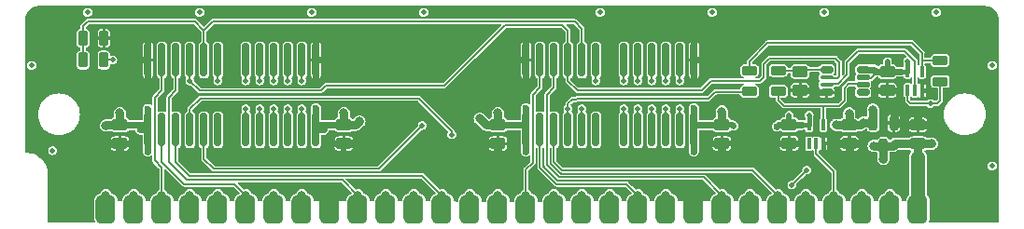
<source format=gtl>
G04 #@! TF.GenerationSoftware,KiCad,Pcbnew,7.0.1-0*
G04 #@! TF.CreationDate,2023-11-01T19:37:55-04:00*
G04 #@! TF.ProjectId,GW4194,47573431-3934-42e6-9b69-6361645f7063,1.1-SOJ-DC*
G04 #@! TF.SameCoordinates,Original*
G04 #@! TF.FileFunction,Copper,L1,Top*
G04 #@! TF.FilePolarity,Positive*
%FSLAX46Y46*%
G04 Gerber Fmt 4.6, Leading zero omitted, Abs format (unit mm)*
G04 Created by KiCad (PCBNEW 7.0.1-0) date 2023-11-01 19:37:55*
%MOMM*%
%LPD*%
G01*
G04 APERTURE LIST*
G04 Aperture macros list*
%AMRoundRect*
0 Rectangle with rounded corners*
0 $1 Rounding radius*
0 $2 $3 $4 $5 $6 $7 $8 $9 X,Y pos of 4 corners*
0 Add a 4 corners polygon primitive as box body*
4,1,4,$2,$3,$4,$5,$6,$7,$8,$9,$2,$3,0*
0 Add four circle primitives for the rounded corners*
1,1,$1+$1,$2,$3*
1,1,$1+$1,$4,$5*
1,1,$1+$1,$6,$7*
1,1,$1+$1,$8,$9*
0 Add four rect primitives between the rounded corners*
20,1,$1+$1,$2,$3,$4,$5,0*
20,1,$1+$1,$4,$5,$6,$7,0*
20,1,$1+$1,$6,$7,$8,$9,0*
20,1,$1+$1,$8,$9,$2,$3,0*%
G04 Aperture macros list end*
G04 #@! TA.AperFunction,SMDPad,CuDef*
%ADD10RoundRect,0.262500X-0.437500X0.262500X-0.437500X-0.262500X0.437500X-0.262500X0.437500X0.262500X0*%
G04 #@! TD*
G04 #@! TA.AperFunction,SMDPad,CuDef*
%ADD11RoundRect,0.262500X0.437500X-0.262500X0.437500X0.262500X-0.437500X0.262500X-0.437500X-0.262500X0*%
G04 #@! TD*
G04 #@! TA.AperFunction,ComponentPad*
%ADD12C,0.800000*%
G04 #@! TD*
G04 #@! TA.AperFunction,SMDPad,CuDef*
%ADD13RoundRect,0.444500X-0.444500X-0.825500X0.444500X-0.825500X0.444500X0.825500X-0.444500X0.825500X0*%
G04 #@! TD*
G04 #@! TA.AperFunction,SMDPad,CuDef*
%ADD14RoundRect,0.212500X0.212500X0.487500X-0.212500X0.487500X-0.212500X-0.487500X0.212500X-0.487500X0*%
G04 #@! TD*
G04 #@! TA.AperFunction,SMDPad,CuDef*
%ADD15RoundRect,0.212500X-0.212500X-0.487500X0.212500X-0.487500X0.212500X0.487500X-0.212500X0.487500X0*%
G04 #@! TD*
G04 #@! TA.AperFunction,SMDPad,CuDef*
%ADD16RoundRect,0.212500X-0.487500X0.212500X-0.487500X-0.212500X0.487500X-0.212500X0.487500X0.212500X0*%
G04 #@! TD*
G04 #@! TA.AperFunction,SMDPad,CuDef*
%ADD17RoundRect,0.100000X0.100000X-0.400000X0.100000X0.400000X-0.100000X0.400000X-0.100000X-0.400000X0*%
G04 #@! TD*
G04 #@! TA.AperFunction,SMDPad,CuDef*
%ADD18RoundRect,0.200000X-0.200000X0.475000X-0.200000X-0.475000X0.200000X-0.475000X0.200000X0.475000X0*%
G04 #@! TD*
G04 #@! TA.AperFunction,SMDPad,CuDef*
%ADD19RoundRect,0.212500X0.487500X-0.212500X0.487500X0.212500X-0.487500X0.212500X-0.487500X-0.212500X0*%
G04 #@! TD*
G04 #@! TA.AperFunction,SMDPad,CuDef*
%ADD20RoundRect,0.150000X0.150000X-1.374000X0.150000X1.374000X-0.150000X1.374000X-0.150000X-1.374000X0*%
G04 #@! TD*
G04 #@! TA.AperFunction,SMDPad,CuDef*
%ADD21RoundRect,0.150000X-0.425000X-0.150000X0.425000X-0.150000X0.425000X0.150000X-0.425000X0.150000X0*%
G04 #@! TD*
G04 #@! TA.AperFunction,SMDPad,CuDef*
%ADD22RoundRect,0.100000X-0.475000X-0.100000X0.475000X-0.100000X0.475000X0.100000X-0.475000X0.100000X0*%
G04 #@! TD*
G04 #@! TA.AperFunction,SMDPad,CuDef*
%ADD23RoundRect,0.112500X-0.462500X-0.112500X0.462500X-0.112500X0.462500X0.112500X-0.462500X0.112500X0*%
G04 #@! TD*
G04 #@! TA.AperFunction,ViaPad*
%ADD24C,0.508000*%
G04 #@! TD*
G04 #@! TA.AperFunction,ViaPad*
%ADD25C,0.800000*%
G04 #@! TD*
G04 #@! TA.AperFunction,ViaPad*
%ADD26C,0.600000*%
G04 #@! TD*
G04 #@! TA.AperFunction,ViaPad*
%ADD27C,1.000000*%
G04 #@! TD*
G04 #@! TA.AperFunction,Conductor*
%ADD28C,0.800000*%
G04 #@! TD*
G04 #@! TA.AperFunction,Conductor*
%ADD29C,0.600000*%
G04 #@! TD*
G04 #@! TA.AperFunction,Conductor*
%ADD30C,0.762000*%
G04 #@! TD*
G04 #@! TA.AperFunction,Conductor*
%ADD31C,1.270000*%
G04 #@! TD*
G04 #@! TA.AperFunction,Conductor*
%ADD32C,0.508000*%
G04 #@! TD*
G04 #@! TA.AperFunction,Conductor*
%ADD33C,0.152400*%
G04 #@! TD*
G04 #@! TA.AperFunction,Conductor*
%ADD34C,0.450000*%
G04 #@! TD*
G04 #@! TA.AperFunction,Conductor*
%ADD35C,0.400000*%
G04 #@! TD*
G04 APERTURE END LIST*
D10*
X85090000Y-92407000D03*
X85090000Y-94107000D03*
X105410000Y-92407000D03*
X105410000Y-94107000D03*
X119380000Y-92407000D03*
X119380000Y-94107000D03*
D11*
X157480000Y-94107000D03*
X157480000Y-92407000D03*
D12*
X83820000Y-98806000D03*
D13*
X83820000Y-100076000D03*
D12*
X86360000Y-98806000D03*
D13*
X86360000Y-100076000D03*
D12*
X88900000Y-98806000D03*
D13*
X88900000Y-100076000D03*
D12*
X91440000Y-98806000D03*
D13*
X91440000Y-100076000D03*
D12*
X93980000Y-98806000D03*
D13*
X93980000Y-100076000D03*
D12*
X96520000Y-98806000D03*
D13*
X96520000Y-100076000D03*
D12*
X99060000Y-98806000D03*
D13*
X99060000Y-100076000D03*
D12*
X101600000Y-98806000D03*
D13*
X101600000Y-100076000D03*
D12*
X104140000Y-98806000D03*
D13*
X104140000Y-100076000D03*
D12*
X106680000Y-98806000D03*
D13*
X106680000Y-100076000D03*
D12*
X109220000Y-98806000D03*
D13*
X109220000Y-100076000D03*
D12*
X111760000Y-98806000D03*
D13*
X111760000Y-100076000D03*
D12*
X114300000Y-98806000D03*
D13*
X114300000Y-100076000D03*
D12*
X116840000Y-98806000D03*
D13*
X116840000Y-100076000D03*
D12*
X119380000Y-98806000D03*
D13*
X119380000Y-100076000D03*
D12*
X121920000Y-98806000D03*
D13*
X121920000Y-100076000D03*
D12*
X124460000Y-98806000D03*
D13*
X124460000Y-100076000D03*
D12*
X127000000Y-98806000D03*
D13*
X127000000Y-100076000D03*
D12*
X129540000Y-98806000D03*
D13*
X129540000Y-100076000D03*
D12*
X132080000Y-98806000D03*
D13*
X132080000Y-100076000D03*
D12*
X134620000Y-98806000D03*
D13*
X134620000Y-100076000D03*
D12*
X137160000Y-98806000D03*
D13*
X137160000Y-100076000D03*
D12*
X139700000Y-98806000D03*
D13*
X139700000Y-100076000D03*
D12*
X142240000Y-98806000D03*
D13*
X142240000Y-100076000D03*
D12*
X144780000Y-98806000D03*
D13*
X144780000Y-100076000D03*
D12*
X147320000Y-98806000D03*
D13*
X147320000Y-100076000D03*
D12*
X149860000Y-98806000D03*
D13*
X149860000Y-100076000D03*
D12*
X152400000Y-98806000D03*
D13*
X152400000Y-100076000D03*
D12*
X154940000Y-98806000D03*
D13*
X154940000Y-100076000D03*
D12*
X157480000Y-98806000D03*
D13*
X157480000Y-100076000D03*
D14*
X83650000Y-86500000D03*
X81750000Y-86500000D03*
D15*
X81750000Y-84500000D03*
X83650000Y-84500000D03*
D10*
X146800000Y-87550000D03*
X146800000Y-89250000D03*
D16*
X144800000Y-87450000D03*
X144800000Y-89350000D03*
D17*
X147600000Y-94100000D03*
X148250000Y-94100000D03*
X148900000Y-94100000D03*
X148900000Y-92400000D03*
X147600000Y-92400000D03*
X156550000Y-89250000D03*
X157200000Y-89250000D03*
X157850000Y-89250000D03*
X157850000Y-87550000D03*
X156550000Y-87550000D03*
D10*
X154700000Y-87550000D03*
X154700000Y-89250000D03*
D18*
X155300000Y-92200000D03*
X153400000Y-92200000D03*
X154350000Y-94300000D03*
D10*
X151250000Y-92400000D03*
X151250000Y-94100000D03*
D19*
X142200000Y-89350000D03*
X142200000Y-87450000D03*
D10*
X145800000Y-92400000D03*
X145800000Y-94100000D03*
D20*
X121920000Y-92837000D03*
X123190000Y-92837000D03*
X124460000Y-92837000D03*
X125730000Y-92837000D03*
X127000000Y-92837000D03*
X128270000Y-92837000D03*
X130810000Y-92837000D03*
X132080000Y-92837000D03*
X133350000Y-92837000D03*
X134620000Y-92837000D03*
X135890000Y-92837000D03*
X137160000Y-92837000D03*
X137160000Y-86487000D03*
X135890000Y-86487000D03*
X134620000Y-86487000D03*
X133350000Y-86487000D03*
X132080000Y-86487000D03*
X130810000Y-86487000D03*
X128270000Y-86487000D03*
X127000000Y-86487000D03*
X125730000Y-86487000D03*
X124460000Y-86487000D03*
X123190000Y-86487000D03*
X121920000Y-86487000D03*
X87630000Y-92837000D03*
X88900000Y-92837000D03*
X90170000Y-92837000D03*
X91440000Y-92837000D03*
X92710000Y-92837000D03*
X93980000Y-92837000D03*
X96520000Y-92837000D03*
X97790000Y-92837000D03*
X99060000Y-92837000D03*
X100330000Y-92837000D03*
X101600000Y-92837000D03*
X102870000Y-92837000D03*
X102870000Y-86487000D03*
X101600000Y-86487000D03*
X100330000Y-86487000D03*
X99060000Y-86487000D03*
X97790000Y-86487000D03*
X96520000Y-86487000D03*
X93980000Y-86487000D03*
X92710000Y-86487000D03*
X91440000Y-86487000D03*
X90170000Y-86487000D03*
X88900000Y-86487000D03*
X87630000Y-86487000D03*
D10*
X139700000Y-92407000D03*
X139700000Y-94107000D03*
D21*
X149200000Y-87350000D03*
D22*
X149200000Y-88075000D03*
X149200000Y-88725000D03*
D21*
X149200000Y-89450000D03*
X152500000Y-89450000D03*
D23*
X152500000Y-88725000D03*
X152500000Y-88075000D03*
D21*
X152500000Y-87350000D03*
D16*
X159500000Y-86550000D03*
X159500000Y-88450000D03*
D24*
X77089000Y-86995000D03*
X164211000Y-86995000D03*
X164211000Y-96139000D03*
X78994000Y-94742000D03*
X159131000Y-82169000D03*
X148971000Y-82169000D03*
X92329000Y-82169000D03*
X102489000Y-82169000D03*
X138811000Y-82169000D03*
X82169000Y-82169000D03*
X112649000Y-82169000D03*
X128651000Y-82169000D03*
D25*
X155250000Y-94300000D03*
X154350000Y-95500000D03*
X153450000Y-94300000D03*
X117729000Y-91821000D03*
D26*
X102870000Y-90868500D03*
X121920000Y-90868500D03*
D24*
X140779500Y-92519500D03*
D26*
X103568500Y-92837000D03*
X87630000Y-90932000D03*
D25*
X85090000Y-91313000D03*
X158750000Y-94107000D03*
X106807000Y-92075000D03*
D26*
X137160000Y-94805500D03*
X87630000Y-94805500D03*
D25*
X105410000Y-91313000D03*
D26*
X86931500Y-92837000D03*
D25*
X139700000Y-91186000D03*
X83820000Y-92456000D03*
D26*
X121920000Y-94805500D03*
X137160000Y-90868500D03*
D25*
X119380000Y-91313000D03*
D27*
X157480000Y-95377000D03*
D24*
X146050000Y-97853500D03*
X147400000Y-96500000D03*
X158600000Y-90450000D03*
X127000000Y-90932000D03*
X112522000Y-92456000D03*
X84450000Y-86500000D03*
X91440000Y-88392000D03*
X112776000Y-95377000D03*
X110617000Y-93345000D03*
X95250000Y-90932000D03*
X112395000Y-89408000D03*
X119634000Y-89408000D03*
X111252000Y-97536000D03*
X117729000Y-97917000D03*
X118872000Y-97536000D03*
X139065000Y-97409000D03*
X89408000Y-97028000D03*
X88074500Y-97282000D03*
X114173000Y-92964000D03*
X114935000Y-91948000D03*
X114681000Y-95758000D03*
X144145000Y-97409000D03*
X143129000Y-96393000D03*
X88900000Y-90043000D03*
X87630000Y-90043000D03*
X90170000Y-90043000D03*
X91948000Y-89662000D03*
X126238000Y-89598500D03*
X112395000Y-93472000D03*
X113411000Y-91948000D03*
X116205000Y-92964000D03*
X111506000Y-92583000D03*
X121412000Y-97536000D03*
X122428000Y-97536000D03*
X110363000Y-95377000D03*
X163957000Y-82423000D03*
X164147500Y-100647500D03*
X79184500Y-100647500D03*
X77152500Y-94297500D03*
X77089000Y-91440000D03*
X79883000Y-84709000D03*
X161290000Y-93853000D03*
X161290000Y-98552000D03*
X80899000Y-97790000D03*
X79883000Y-88900000D03*
X133350000Y-98298000D03*
X110109000Y-97917000D03*
X102743000Y-97917000D03*
X99949000Y-97917000D03*
X97409000Y-97917000D03*
X158623000Y-96139000D03*
X111569500Y-94234000D03*
X104013000Y-89408000D03*
X108839000Y-95377000D03*
X112014000Y-90551000D03*
X164211000Y-91567000D03*
X77343000Y-82423000D03*
X154051000Y-82169000D03*
X87249000Y-82169000D03*
X97409000Y-82169000D03*
X143891000Y-82169000D03*
X110109000Y-84963000D03*
X105029000Y-84963000D03*
X115189000Y-84963000D03*
X126111000Y-83502500D03*
X107569000Y-82169000D03*
X117729000Y-82169000D03*
X123571000Y-82169000D03*
X133731000Y-82169000D03*
X128270000Y-98298000D03*
X143510000Y-98298000D03*
X157350000Y-86050000D03*
D25*
X156200000Y-92200000D03*
D24*
X148050000Y-86850000D03*
X155650000Y-86200000D03*
X143000000Y-86550000D03*
X140950000Y-88900000D03*
D26*
X137160000Y-84518500D03*
X137160000Y-88392000D03*
D25*
X150000000Y-94100000D03*
D26*
X102870000Y-83629500D03*
D24*
X105410000Y-94996000D03*
X140779500Y-93980000D03*
D26*
X121920000Y-89471500D03*
D24*
X84450000Y-84500000D03*
D26*
X145800000Y-95050000D03*
X87630000Y-84518500D03*
D25*
X151250000Y-95150000D03*
X83820000Y-94107000D03*
X119380000Y-95250000D03*
X158750000Y-92456000D03*
X85090000Y-95250000D03*
D26*
X148200000Y-89450000D03*
X146900000Y-93950000D03*
X153550000Y-89050000D03*
X121920000Y-83883500D03*
D25*
X139700000Y-95250000D03*
D26*
X86931500Y-86487000D03*
D24*
X148900000Y-95000000D03*
D26*
X138557000Y-94107000D03*
X144700000Y-93950000D03*
D25*
X157480000Y-91313000D03*
D24*
X158450000Y-89250000D03*
D26*
X137858500Y-86487000D03*
D25*
X118110000Y-94107000D03*
D26*
X104267000Y-94107000D03*
D24*
X93027500Y-96520000D03*
D26*
X86233000Y-94107000D03*
D25*
X106680000Y-94107000D03*
D26*
X87630000Y-88455500D03*
X155800000Y-89100000D03*
D25*
X155300000Y-91000000D03*
D24*
X129540000Y-90932000D03*
D25*
X152500000Y-94100000D03*
D24*
X146800000Y-90150000D03*
X132080000Y-90932000D03*
X100330000Y-90932000D03*
X99060000Y-90932000D03*
X133350000Y-90932000D03*
X97790000Y-90932000D03*
X134620000Y-90932000D03*
X135890000Y-90932000D03*
X96520000Y-90932000D03*
X93980000Y-88392000D03*
X135890000Y-88392000D03*
X96520000Y-88392000D03*
X134620000Y-88392000D03*
X133350000Y-88392000D03*
X97790000Y-88392000D03*
X132080000Y-88392000D03*
X99060000Y-88392000D03*
X130810000Y-88392000D03*
X100330000Y-88392000D03*
X101600000Y-90932000D03*
X130810000Y-90932000D03*
X101600000Y-88392000D03*
X128270000Y-88392000D03*
X125730000Y-90932000D03*
X115189000Y-93281500D03*
D26*
X146950000Y-92400000D03*
D24*
X147600000Y-91500000D03*
X154700000Y-86650000D03*
D25*
X150050000Y-92400000D03*
D24*
X145800000Y-91500000D03*
D25*
X153400000Y-91000000D03*
D26*
X144700000Y-92550000D03*
D25*
X152500000Y-92200000D03*
D24*
X156550000Y-86650000D03*
D25*
X151250000Y-91350000D03*
D26*
X153500000Y-87350000D03*
X155900000Y-87550000D03*
D28*
X154350000Y-94300000D02*
X155250000Y-94300000D01*
X154350000Y-94300000D02*
X153450000Y-94300000D01*
X154350000Y-94300000D02*
X154350000Y-95500000D01*
D29*
X87630000Y-92519500D02*
X87630000Y-92837000D01*
D28*
X155443000Y-94107000D02*
X155250000Y-94300000D01*
D29*
X85090000Y-92407000D02*
X87517500Y-92407000D01*
X87517500Y-92407000D02*
X87630000Y-92519500D01*
D30*
X105410000Y-92407000D02*
X105410000Y-91313000D01*
D29*
X137209000Y-92407000D02*
X137160000Y-92456000D01*
D31*
X157480000Y-98806000D02*
X157480000Y-95377000D01*
D29*
X139700000Y-92407000D02*
X137209000Y-92407000D01*
D30*
X106475000Y-92407000D02*
X106807000Y-92075000D01*
X118315000Y-92407000D02*
X117729000Y-91821000D01*
D29*
X121871000Y-92407000D02*
X121920000Y-92456000D01*
D30*
X83869000Y-92407000D02*
X83820000Y-92456000D01*
X85090000Y-92407000D02*
X85090000Y-91313000D01*
D29*
X137160000Y-92456000D02*
X137160000Y-92837000D01*
X121920000Y-92837000D02*
X121920000Y-94805500D01*
D28*
X157480000Y-94107000D02*
X158750000Y-94107000D01*
D29*
X102870000Y-92837000D02*
X103568500Y-92837000D01*
X137160000Y-92837000D02*
X137160000Y-94805500D01*
D32*
X140667000Y-92407000D02*
X140779500Y-92519500D01*
D29*
X121920000Y-92837000D02*
X121920000Y-90868500D01*
X87630000Y-92837000D02*
X86931500Y-92837000D01*
X87630000Y-92837000D02*
X87630000Y-94805500D01*
X102870000Y-92837000D02*
X102870000Y-90868500D01*
D30*
X105410000Y-92407000D02*
X106475000Y-92407000D01*
D28*
X157480000Y-94107000D02*
X155443000Y-94107000D01*
D30*
X157480000Y-95377000D02*
X157480000Y-94107000D01*
D29*
X137160000Y-92837000D02*
X137160000Y-90868500D01*
X102919000Y-92407000D02*
X102870000Y-92456000D01*
D30*
X119380000Y-92407000D02*
X118315000Y-92407000D01*
X139700000Y-92407000D02*
X139700000Y-91186000D01*
D29*
X105410000Y-92407000D02*
X102919000Y-92407000D01*
X119380000Y-92407000D02*
X121871000Y-92407000D01*
X102870000Y-92456000D02*
X102870000Y-92837000D01*
X87630000Y-94112000D02*
X87630000Y-90932000D01*
D30*
X119380000Y-92407000D02*
X119380000Y-91313000D01*
D32*
X139700000Y-92407000D02*
X140667000Y-92407000D01*
X87625000Y-94107000D02*
X87630000Y-94112000D01*
D30*
X85090000Y-92407000D02*
X83869000Y-92407000D01*
D29*
X121920000Y-92456000D02*
X121920000Y-92837000D01*
D33*
X88900000Y-96266000D02*
X88265000Y-95631000D01*
X88265000Y-89916000D02*
X88900000Y-89281000D01*
X88900000Y-98806000D02*
X88900000Y-96266000D01*
X88900000Y-89281000D02*
X88900000Y-85962000D01*
X88265000Y-95631000D02*
X88265000Y-89916000D01*
X96520000Y-98806000D02*
X95504000Y-97790000D01*
X95504000Y-97790000D02*
X90932000Y-97790000D01*
X90932000Y-97790000D02*
X88900000Y-95758000D01*
X88900000Y-95758000D02*
X88900000Y-94112000D01*
X156550000Y-89250000D02*
X156550000Y-90200000D01*
X156800000Y-90450000D02*
X158600000Y-90450000D01*
X159250000Y-90450000D02*
X158600000Y-90450000D01*
X146748500Y-97155000D02*
X146050000Y-97853500D01*
X159500000Y-90200000D02*
X159250000Y-90450000D01*
X156550000Y-90200000D02*
X156800000Y-90450000D01*
X147400000Y-96500000D02*
X146748500Y-97151500D01*
X159500000Y-88450000D02*
X159500000Y-90200000D01*
X146748500Y-97151500D02*
X146748500Y-97155000D01*
X127000000Y-94112000D02*
X127000000Y-90932000D01*
X92710000Y-95504000D02*
X92710000Y-93362000D01*
X112522000Y-92456000D02*
X108585000Y-96393000D01*
X149860000Y-96660000D02*
X149860000Y-98806000D01*
X108585000Y-96393000D02*
X93599000Y-96393000D01*
X148250000Y-94100000D02*
X148250000Y-95050000D01*
X93599000Y-96393000D02*
X92710000Y-95504000D01*
X148250000Y-95050000D02*
X149860000Y-96660000D01*
X138700000Y-88400000D02*
X143150000Y-88400000D01*
X103759000Y-88836500D02*
X114490500Y-88836500D01*
X150000000Y-86350000D02*
X150350000Y-86700000D01*
X103314500Y-89281000D02*
X103759000Y-88836500D01*
X91440000Y-88392000D02*
X92329000Y-89281000D01*
X125730000Y-88392000D02*
X126588000Y-89250000D01*
X126588000Y-89250000D02*
X137850000Y-89250000D01*
X143500000Y-86850000D02*
X144000000Y-86350000D01*
X137850000Y-89250000D02*
X138700000Y-88400000D01*
X150200000Y-88150000D02*
X149325000Y-88150000D01*
X114490500Y-88836500D02*
X120015000Y-83312000D01*
X84450000Y-86500000D02*
X83650000Y-86500000D01*
X150350000Y-86700000D02*
X150350000Y-88000000D01*
X92329000Y-89281000D02*
X103314500Y-89281000D01*
X143500000Y-88050000D02*
X143500000Y-86850000D01*
X125730000Y-83820000D02*
X125730000Y-88392000D01*
X125222000Y-83312000D02*
X125730000Y-83820000D01*
X91440000Y-88392000D02*
X91440000Y-85212000D01*
X144000000Y-86350000D02*
X150000000Y-86350000D01*
X143150000Y-88400000D02*
X143500000Y-88050000D01*
X120015000Y-83312000D02*
X125222000Y-83312000D01*
X150350000Y-88000000D02*
X150200000Y-88150000D01*
X90170000Y-85962000D02*
X90170000Y-89281000D01*
X105283000Y-97409000D02*
X106680000Y-98806000D01*
X89535000Y-95758000D02*
X91186000Y-97409000D01*
X90170000Y-89281000D02*
X89535000Y-89916000D01*
X91186000Y-97409000D02*
X105283000Y-97409000D01*
X89535000Y-89916000D02*
X89535000Y-95758000D01*
X91440000Y-97028000D02*
X112522000Y-97028000D01*
X90170000Y-95758000D02*
X91440000Y-97028000D01*
X90170000Y-94112000D02*
X90170000Y-95758000D01*
X112522000Y-97028000D02*
X114300000Y-98806000D01*
D28*
X155300000Y-92200000D02*
X156200000Y-92200000D01*
X155300000Y-92200000D02*
X155300000Y-91000000D01*
D29*
X146750000Y-94100000D02*
X146900000Y-93950000D01*
D30*
X119380000Y-94107000D02*
X118110000Y-94107000D01*
D29*
X87630000Y-86487000D02*
X87630000Y-88455500D01*
D28*
X151250000Y-94100000D02*
X151250000Y-95150000D01*
D32*
X140652500Y-94107000D02*
X140779500Y-93980000D01*
D29*
X153750000Y-89250000D02*
X153550000Y-89050000D01*
X154700000Y-89250000D02*
X153750000Y-89250000D01*
X145800000Y-94100000D02*
X146750000Y-94100000D01*
X102870000Y-86487000D02*
X102870000Y-83629500D01*
X139700000Y-94107000D02*
X138557000Y-94107000D01*
D28*
X156407000Y-92407000D02*
X156200000Y-92200000D01*
D29*
X148000000Y-89250000D02*
X148200000Y-89450000D01*
D32*
X105410000Y-94107000D02*
X105410000Y-94996000D01*
D29*
X149200000Y-89450000D02*
X148200000Y-89450000D01*
D30*
X119380000Y-94107000D02*
X119380000Y-95250000D01*
D29*
X146800000Y-89250000D02*
X148000000Y-89250000D01*
X121920000Y-86487000D02*
X121412000Y-86487000D01*
D30*
X105410000Y-94107000D02*
X106680000Y-94107000D01*
D28*
X151250000Y-94100000D02*
X152500000Y-94100000D01*
D29*
X102870000Y-86487000D02*
X102870000Y-88201500D01*
D28*
X157480000Y-92407000D02*
X158701000Y-92407000D01*
D30*
X85090000Y-94107000D02*
X85090000Y-95250000D01*
X85090000Y-94107000D02*
X83820000Y-94107000D01*
D29*
X85090000Y-94107000D02*
X86233000Y-94107000D01*
X144850000Y-94100000D02*
X144700000Y-93950000D01*
X121920000Y-86487000D02*
X121920000Y-83883500D01*
D33*
X83650000Y-84500000D02*
X84450000Y-84500000D01*
D29*
X87630000Y-86487000D02*
X87630000Y-84518500D01*
D30*
X139700000Y-94107000D02*
X139700000Y-95250000D01*
D29*
X137160000Y-86487000D02*
X137858500Y-86487000D01*
X105410000Y-94107000D02*
X104267000Y-94107000D01*
D34*
X157850000Y-89250000D02*
X158450000Y-89250000D01*
D29*
X137160000Y-86487000D02*
X137160000Y-84518500D01*
X145800000Y-94100000D02*
X144850000Y-94100000D01*
X121920000Y-86487000D02*
X121920000Y-89471500D01*
X154700000Y-89250000D02*
X155650000Y-89250000D01*
D28*
X151250000Y-94100000D02*
X150000000Y-94100000D01*
D29*
X102870000Y-86487000D02*
X103378000Y-86487000D01*
D28*
X157480000Y-92407000D02*
X156407000Y-92407000D01*
X157480000Y-92407000D02*
X157480000Y-91313000D01*
D29*
X145800000Y-94100000D02*
X145800000Y-95050000D01*
X155650000Y-89250000D02*
X155800000Y-89100000D01*
X137160000Y-85212000D02*
X137160000Y-88392000D01*
D32*
X146800000Y-89250000D02*
X146800000Y-90150000D01*
D29*
X87630000Y-86487000D02*
X86931500Y-86487000D01*
D32*
X139700000Y-94107000D02*
X140652500Y-94107000D01*
D35*
X148900000Y-94100000D02*
X148900000Y-95000000D01*
D28*
X158701000Y-92407000D02*
X158750000Y-92456000D01*
D33*
X122555000Y-95821500D02*
X122555000Y-89662000D01*
X122555000Y-95821500D02*
X121920000Y-96456500D01*
X123190000Y-89027000D02*
X122555000Y-89662000D01*
X121920000Y-96456500D02*
X121920000Y-98806000D01*
X123190000Y-85962000D02*
X123190000Y-89027000D01*
X123190000Y-96266000D02*
X124714000Y-97790000D01*
X123190000Y-93362000D02*
X123190000Y-96266000D01*
X124714000Y-97790000D02*
X131064000Y-97790000D01*
X131064000Y-97790000D02*
X132080000Y-98806000D01*
X124460000Y-89027000D02*
X123825000Y-89662000D01*
X123825000Y-89662000D02*
X123825000Y-96012000D01*
X123825000Y-96012000D02*
X124968000Y-97155000D01*
X138049000Y-97155000D02*
X139700000Y-98806000D01*
X124968000Y-97155000D02*
X138049000Y-97155000D01*
X124460000Y-85212000D02*
X124460000Y-89027000D01*
X124460000Y-93362000D02*
X124460000Y-95758000D01*
X125222000Y-96520000D02*
X142494000Y-96520000D01*
X142494000Y-96520000D02*
X144780000Y-98806000D01*
X124460000Y-95758000D02*
X125222000Y-96520000D01*
X100330000Y-94112000D02*
X100330000Y-90932000D01*
X132080000Y-93362000D02*
X132080000Y-90932000D01*
X99060000Y-90932000D02*
X99060000Y-93362000D01*
X133350000Y-94112000D02*
X133350000Y-90932000D01*
X134620000Y-94112000D02*
X134620000Y-90932000D01*
X97790000Y-90932000D02*
X97790000Y-93362000D01*
X135890000Y-94112000D02*
X135890000Y-90932000D01*
X96520000Y-90932000D02*
X96520000Y-93362000D01*
X135890000Y-85212000D02*
X135890000Y-88392000D01*
X93980000Y-85212000D02*
X93980000Y-88392000D01*
X96520000Y-88392000D02*
X96520000Y-85962000D01*
X134620000Y-85962000D02*
X134620000Y-88392000D01*
X97790000Y-88392000D02*
X97790000Y-85962000D01*
X133350000Y-85212000D02*
X133350000Y-88392000D01*
X99060000Y-88392000D02*
X99060000Y-85962000D01*
X132080000Y-85212000D02*
X132080000Y-88392000D01*
X100330000Y-85212000D02*
X100330000Y-88392000D01*
X130810000Y-85212000D02*
X130810000Y-88392000D01*
X101600000Y-94112000D02*
X101600000Y-90932000D01*
X130810000Y-94112000D02*
X130810000Y-90932000D01*
X128270000Y-85212000D02*
X128270000Y-88392000D01*
X101600000Y-85212000D02*
X101600000Y-88392000D01*
X125730000Y-94112000D02*
X125730000Y-90932000D01*
X92392500Y-89979500D02*
X91440000Y-90932000D01*
X115189000Y-93281500D02*
X115189000Y-92964000D01*
X112204500Y-89979500D02*
X92392500Y-89979500D01*
X126428500Y-90106500D02*
X126093500Y-90106500D01*
X125730000Y-90470000D02*
X125730000Y-90932000D01*
X139100000Y-89400000D02*
X138500000Y-90000000D01*
X142200000Y-89350000D02*
X142150000Y-89400000D01*
X138500000Y-90000000D02*
X126535000Y-90000000D01*
X126535000Y-90000000D02*
X126428500Y-90106500D01*
X142150000Y-89400000D02*
X139100000Y-89400000D01*
X115189000Y-92964000D02*
X112204500Y-89979500D01*
X91440000Y-90932000D02*
X91440000Y-94112000D01*
X126093500Y-90106500D02*
X125730000Y-90470000D01*
X127000000Y-83661250D02*
X127000000Y-85212000D01*
X82155500Y-82994500D02*
X91884500Y-82994500D01*
X81750000Y-84500000D02*
X81750000Y-83400000D01*
X92710000Y-83820000D02*
X92710000Y-85212000D01*
X81750000Y-84500000D02*
X81750000Y-86500000D01*
X81750000Y-83400000D02*
X82155500Y-82994500D01*
X91884500Y-82994500D02*
X92710000Y-83820000D01*
X126333250Y-82994500D02*
X127000000Y-83661250D01*
X93535500Y-82994500D02*
X126333250Y-82994500D01*
X92710000Y-83820000D02*
X93535500Y-82994500D01*
X152050000Y-85700000D02*
X156300000Y-85700000D01*
X151050000Y-87850000D02*
X151050000Y-86700000D01*
X149325000Y-88650000D02*
X150250000Y-88650000D01*
X151050000Y-86700000D02*
X152050000Y-85700000D01*
X157200000Y-86600000D02*
X157200000Y-89250000D01*
X156300000Y-85700000D02*
X157200000Y-86600000D01*
X150250000Y-88650000D02*
X151050000Y-87850000D01*
X147000000Y-87350000D02*
X146800000Y-87550000D01*
X146700000Y-87450000D02*
X146800000Y-87550000D01*
X149250000Y-87350000D02*
X147000000Y-87350000D01*
X144800000Y-87450000D02*
X146700000Y-87450000D01*
D32*
X154700000Y-87550000D02*
X154700000Y-86650000D01*
D29*
X153500000Y-87350000D02*
X153700000Y-87550000D01*
D33*
X153850000Y-87550000D02*
X154700000Y-87550000D01*
D35*
X156550000Y-87550000D02*
X156550000Y-86650000D01*
D29*
X152500000Y-87350000D02*
X153500000Y-87350000D01*
D35*
X147600000Y-92400000D02*
X146950000Y-92400000D01*
X147600000Y-92400000D02*
X147600000Y-91500000D01*
D28*
X151250000Y-92400000D02*
X151250000Y-91350000D01*
X153400000Y-92200000D02*
X153400000Y-91000000D01*
X152300000Y-92400000D02*
X152500000Y-92200000D01*
X151250000Y-92400000D02*
X152300000Y-92400000D01*
X151250000Y-92400000D02*
X150050000Y-92400000D01*
D33*
X153500000Y-87350000D02*
X153500000Y-87900000D01*
D29*
X154700000Y-87550000D02*
X153700000Y-87550000D01*
D33*
X153500000Y-87900000D02*
X153250000Y-88150000D01*
D29*
X145800000Y-92400000D02*
X144850000Y-92400000D01*
D33*
X153500000Y-87900000D02*
X153850000Y-87550000D01*
D32*
X145800000Y-92400000D02*
X145800000Y-91500000D01*
D29*
X145800000Y-92400000D02*
X146950000Y-92400000D01*
D33*
X153250000Y-88150000D02*
X152375000Y-88150000D01*
D29*
X154700000Y-87550000D02*
X155900000Y-87550000D01*
D28*
X153400000Y-92200000D02*
X152500000Y-92200000D01*
D29*
X144850000Y-92400000D02*
X144700000Y-92550000D01*
D35*
X156550000Y-87550000D02*
X155900000Y-87550000D01*
D33*
X148900000Y-90800000D02*
X148750000Y-90650000D01*
X150800000Y-90150000D02*
X150300000Y-90650000D01*
X148750000Y-90650000D02*
X145300000Y-90650000D01*
X151200000Y-88650000D02*
X150800000Y-89050000D01*
X148900000Y-92400000D02*
X148900000Y-90800000D01*
X145300000Y-90650000D02*
X144800000Y-90150000D01*
X152375000Y-88650000D02*
X151200000Y-88650000D01*
X149050000Y-90650000D02*
X148750000Y-90650000D01*
X144800000Y-90150000D02*
X144800000Y-89350000D01*
X150800000Y-89050000D02*
X150800000Y-90150000D01*
X150300000Y-90650000D02*
X149050000Y-90650000D01*
X148900000Y-90800000D02*
X149050000Y-90650000D01*
X157850000Y-86450000D02*
X157950000Y-86550000D01*
X143850000Y-84950000D02*
X142200000Y-86600000D01*
X157850000Y-86450000D02*
X157850000Y-85850000D01*
X157850000Y-86550000D02*
X157850000Y-86450000D01*
X142200000Y-86600000D02*
X142200000Y-87450000D01*
X157850000Y-86650000D02*
X157950000Y-86550000D01*
X157850000Y-85850000D02*
X156950000Y-84950000D01*
X156950000Y-84950000D02*
X143850000Y-84950000D01*
X157850000Y-86650000D02*
X157850000Y-86550000D01*
X157850000Y-87550000D02*
X157850000Y-86650000D01*
X157950000Y-86550000D02*
X157850000Y-86550000D01*
X159500000Y-86550000D02*
X157950000Y-86550000D01*
G04 #@! TA.AperFunction,Conductor*
G36*
X156852734Y-85184824D02*
G01*
X156877130Y-85201126D01*
X157598874Y-85922870D01*
X157615176Y-85947266D01*
X157620900Y-85976044D01*
X157620900Y-86442041D01*
X157620797Y-86445976D01*
X157618351Y-86492644D01*
X157620900Y-86506395D01*
X157620900Y-86534053D01*
X157620488Y-86541914D01*
X157617064Y-86574481D01*
X157617219Y-86574956D01*
X157620900Y-86598195D01*
X157620900Y-86626054D01*
X157619974Y-86637819D01*
X157616102Y-86662257D01*
X157618338Y-86670599D01*
X157620900Y-86690062D01*
X157620900Y-86891906D01*
X157612021Y-86927355D01*
X157587479Y-86954432D01*
X157567669Y-86967668D01*
X157566826Y-86968931D01*
X157529633Y-86997955D01*
X157482470Y-86999113D01*
X157443899Y-86971947D01*
X157429100Y-86927151D01*
X157429100Y-86607959D01*
X157429203Y-86604024D01*
X157429920Y-86590344D01*
X157431334Y-86563360D01*
X157422465Y-86540257D01*
X157419115Y-86528946D01*
X157413969Y-86504735D01*
X157413968Y-86504734D01*
X157408890Y-86497744D01*
X157399526Y-86480497D01*
X157396432Y-86472436D01*
X157378925Y-86454929D01*
X157371267Y-86445962D01*
X157368418Y-86442041D01*
X157356722Y-86425942D01*
X157349239Y-86421621D01*
X157333669Y-86409673D01*
X156901822Y-85977826D01*
X156467630Y-85543633D01*
X156464920Y-85540778D01*
X156437669Y-85510513D01*
X156415058Y-85500445D01*
X156404692Y-85494817D01*
X156383935Y-85481338D01*
X156375402Y-85479986D01*
X156356586Y-85474412D01*
X156348697Y-85470900D01*
X156323946Y-85470900D01*
X156312182Y-85469974D01*
X156309830Y-85469601D01*
X156287742Y-85466102D01*
X156279401Y-85468338D01*
X156259938Y-85470900D01*
X152057979Y-85470900D01*
X152054044Y-85470797D01*
X152038339Y-85469974D01*
X152013361Y-85468665D01*
X152013360Y-85468665D01*
X151990254Y-85477534D01*
X151978945Y-85480884D01*
X151954734Y-85486031D01*
X151947744Y-85491109D01*
X151930501Y-85500472D01*
X151922434Y-85503568D01*
X151904932Y-85521070D01*
X151895964Y-85528729D01*
X151875942Y-85543277D01*
X151871622Y-85550759D01*
X151859673Y-85566329D01*
X150893631Y-86532370D01*
X150890778Y-86535079D01*
X150860514Y-86562330D01*
X150850447Y-86584938D01*
X150844821Y-86595299D01*
X150831338Y-86616064D01*
X150829986Y-86624597D01*
X150824414Y-86643409D01*
X150820900Y-86651303D01*
X150820900Y-86676054D01*
X150819974Y-86687819D01*
X150816102Y-86712257D01*
X150818338Y-86720599D01*
X150820900Y-86740062D01*
X150820900Y-87723955D01*
X150815176Y-87752733D01*
X150798874Y-87777129D01*
X150707474Y-87868529D01*
X150668971Y-87889110D01*
X150625522Y-87884831D01*
X150591773Y-87857134D01*
X150579100Y-87815355D01*
X150579100Y-86707967D01*
X150579203Y-86704033D01*
X150579289Y-86702384D01*
X150581334Y-86663361D01*
X150572463Y-86640253D01*
X150569114Y-86628944D01*
X150567340Y-86620599D01*
X150563969Y-86604735D01*
X150558890Y-86597744D01*
X150549526Y-86580497D01*
X150546432Y-86572436D01*
X150528926Y-86554930D01*
X150521267Y-86545962D01*
X150506722Y-86525941D01*
X150499242Y-86521623D01*
X150483670Y-86509673D01*
X150167630Y-86193633D01*
X150164920Y-86190778D01*
X150137669Y-86160513D01*
X150115058Y-86150445D01*
X150104692Y-86144817D01*
X150083935Y-86131338D01*
X150075402Y-86129986D01*
X150056586Y-86124412D01*
X150048697Y-86120900D01*
X150023946Y-86120900D01*
X150012182Y-86119974D01*
X150009830Y-86119601D01*
X149987742Y-86116102D01*
X149979401Y-86118338D01*
X149959938Y-86120900D01*
X144007967Y-86120900D01*
X144004033Y-86120797D01*
X143963361Y-86118666D01*
X143940254Y-86127535D01*
X143928946Y-86130884D01*
X143904734Y-86136031D01*
X143897746Y-86141108D01*
X143880503Y-86150470D01*
X143872436Y-86153566D01*
X143854932Y-86171070D01*
X143845964Y-86178729D01*
X143825942Y-86193277D01*
X143821622Y-86200759D01*
X143809673Y-86216329D01*
X143343631Y-86682370D01*
X143340778Y-86685079D01*
X143310514Y-86712330D01*
X143300447Y-86734938D01*
X143294821Y-86745299D01*
X143281338Y-86766064D01*
X143279986Y-86774597D01*
X143274414Y-86793409D01*
X143270900Y-86801303D01*
X143270900Y-86826054D01*
X143269974Y-86837819D01*
X143266102Y-86862257D01*
X143268338Y-86870599D01*
X143270900Y-86890062D01*
X143270900Y-87923955D01*
X143265176Y-87952733D01*
X143248874Y-87977130D01*
X143077128Y-88148875D01*
X143052732Y-88165176D01*
X143023954Y-88170900D01*
X142778412Y-88170900D01*
X142735989Y-88157791D01*
X142708356Y-88123036D01*
X142705147Y-88078750D01*
X142727480Y-88040374D01*
X142767570Y-88021286D01*
X142783641Y-88018944D01*
X142793203Y-88017551D01*
X142902761Y-87963992D01*
X142988992Y-87877761D01*
X143042551Y-87768203D01*
X143046301Y-87742464D01*
X143052900Y-87697177D01*
X143052900Y-87202823D01*
X143042551Y-87131797D01*
X143017151Y-87079839D01*
X142988992Y-87022239D01*
X142988991Y-87022238D01*
X142988991Y-87022237D01*
X142902762Y-86936008D01*
X142793202Y-86882448D01*
X142722177Y-86872100D01*
X142722174Y-86872100D01*
X142504300Y-86872100D01*
X142466700Y-86862025D01*
X142439175Y-86834500D01*
X142429100Y-86796900D01*
X142429100Y-86726044D01*
X142434824Y-86697266D01*
X142451126Y-86672870D01*
X143922870Y-85201126D01*
X143947266Y-85184824D01*
X143976044Y-85179100D01*
X156823956Y-85179100D01*
X156852734Y-85184824D01*
G37*
G04 #@! TD.AperFunction*
G04 #@! TA.AperFunction,Conductor*
G36*
X163578947Y-81585531D02*
G01*
X163760755Y-81599840D01*
X163772394Y-81601683D01*
X163946844Y-81643565D01*
X163958060Y-81647209D01*
X164123815Y-81715867D01*
X164134323Y-81721222D01*
X164287290Y-81814961D01*
X164296835Y-81821895D01*
X164433255Y-81938409D01*
X164441590Y-81946744D01*
X164481255Y-81993185D01*
X164558103Y-82083163D01*
X164565038Y-82092709D01*
X164658777Y-82245676D01*
X164664135Y-82256190D01*
X164732789Y-82421936D01*
X164736435Y-82433159D01*
X164778314Y-82607597D01*
X164780160Y-82619252D01*
X164794468Y-82801052D01*
X164794700Y-82806952D01*
X164794700Y-101219500D01*
X164784625Y-101257100D01*
X164757100Y-101284625D01*
X164719500Y-101294700D01*
X158520797Y-101294700D01*
X158475018Y-101279160D01*
X158448159Y-101238963D01*
X158451320Y-101190724D01*
X158506523Y-101057453D01*
X158521900Y-100940655D01*
X158521899Y-99211346D01*
X158506523Y-99094547D01*
X158446328Y-98949222D01*
X158350571Y-98824429D01*
X158297320Y-98783568D01*
X158275655Y-98757169D01*
X158267900Y-98723909D01*
X158267900Y-96139000D01*
X163799028Y-96139000D01*
X163819190Y-96266305D01*
X163877709Y-96381153D01*
X163968846Y-96472290D01*
X163968848Y-96472291D01*
X163968849Y-96472292D01*
X164083694Y-96530809D01*
X164211000Y-96550972D01*
X164338306Y-96530809D01*
X164453151Y-96472292D01*
X164544292Y-96381151D01*
X164602809Y-96266306D01*
X164622972Y-96139000D01*
X164602809Y-96011694D01*
X164544292Y-95896849D01*
X164544291Y-95896848D01*
X164544290Y-95896846D01*
X164453153Y-95805709D01*
X164338305Y-95747190D01*
X164211000Y-95727028D01*
X164083694Y-95747190D01*
X163968846Y-95805709D01*
X163877709Y-95896846D01*
X163819190Y-96011694D01*
X163799028Y-96139000D01*
X158267900Y-96139000D01*
X158267900Y-95332754D01*
X158255653Y-95224058D01*
X158253006Y-95200566D01*
X158194365Y-95032980D01*
X158194364Y-95032977D01*
X158099902Y-94882643D01*
X158080433Y-94863174D01*
X158059333Y-94821763D01*
X158066604Y-94775859D01*
X158099465Y-94742998D01*
X158164710Y-94709755D01*
X158192541Y-94681923D01*
X158216935Y-94665624D01*
X158245713Y-94659900D01*
X158708829Y-94659900D01*
X158718644Y-94660543D01*
X158750000Y-94664671D01*
X158781355Y-94660543D01*
X158784767Y-94660319D01*
X158787815Y-94659900D01*
X158787818Y-94659900D01*
X158823584Y-94654983D01*
X158823696Y-94654968D01*
X158894336Y-94645669D01*
X158894338Y-94645667D01*
X158899100Y-94645041D01*
X158900570Y-94644402D01*
X158900573Y-94644402D01*
X158965375Y-94616254D01*
X158966445Y-94615799D01*
X159028836Y-94589957D01*
X159028841Y-94589952D01*
X159032455Y-94588456D01*
X159039185Y-94584494D01*
X159039973Y-94583852D01*
X159039979Y-94583850D01*
X159092061Y-94541477D01*
X159093620Y-94540245D01*
X159144333Y-94501333D01*
X159144335Y-94501330D01*
X159144862Y-94500926D01*
X159156033Y-94489432D01*
X159157878Y-94487932D01*
X159194494Y-94436057D01*
X159196232Y-94433694D01*
X159232957Y-94385836D01*
X159234024Y-94383258D01*
X159242067Y-94368660D01*
X159245527Y-94363761D01*
X159265591Y-94307304D01*
X159266953Y-94303760D01*
X159288669Y-94251336D01*
X159289506Y-94244971D01*
X159293204Y-94229608D01*
X159296425Y-94220548D01*
X159300268Y-94164350D01*
X159300736Y-94159673D01*
X159301264Y-94155664D01*
X159307671Y-94107000D01*
X159306361Y-94097055D01*
X159305893Y-94082121D01*
X159306797Y-94068914D01*
X159296065Y-94017273D01*
X159295136Y-94011791D01*
X159290075Y-93973346D01*
X159288669Y-93962664D01*
X159283449Y-93950063D01*
X159279299Y-93936589D01*
X159275874Y-93920104D01*
X159271677Y-93912004D01*
X159253254Y-93876450D01*
X159250546Y-93870630D01*
X159232957Y-93828165D01*
X159222458Y-93814483D01*
X159215355Y-93803309D01*
X159205949Y-93785156D01*
X159205947Y-93785152D01*
X159174835Y-93751839D01*
X159170134Y-93746291D01*
X159144332Y-93712666D01*
X159127798Y-93699978D01*
X159118620Y-93691648D01*
X159102208Y-93674076D01*
X159066322Y-93652253D01*
X159059616Y-93647661D01*
X159028835Y-93624042D01*
X159006259Y-93614690D01*
X158995967Y-93609468D01*
X158972348Y-93595106D01*
X158935360Y-93584742D01*
X158926875Y-93581808D01*
X158894334Y-93568330D01*
X158866539Y-93564670D01*
X158856071Y-93562526D01*
X158825995Y-93554100D01*
X158825994Y-93554100D01*
X158791171Y-93554100D01*
X158781356Y-93553457D01*
X158750000Y-93549329D01*
X158718644Y-93553457D01*
X158708829Y-93554100D01*
X158245713Y-93554100D01*
X158216935Y-93548376D01*
X158192541Y-93532076D01*
X158164710Y-93504245D01*
X158164709Y-93504244D01*
X158047465Y-93444506D01*
X157950192Y-93429100D01*
X157009808Y-93429100D01*
X156912534Y-93444506D01*
X156795290Y-93504244D01*
X156781867Y-93517668D01*
X156767458Y-93532076D01*
X156743065Y-93548376D01*
X156714287Y-93554100D01*
X155453714Y-93554100D01*
X155451147Y-93554056D01*
X155448974Y-93553981D01*
X155385925Y-93551827D01*
X155343376Y-93562196D01*
X155335815Y-93563633D01*
X155292427Y-93569597D01*
X155272023Y-93578459D01*
X155259874Y-93582544D01*
X155238260Y-93587811D01*
X155200078Y-93609279D01*
X155193186Y-93612702D01*
X155153021Y-93630149D01*
X155135766Y-93644187D01*
X155125169Y-93651399D01*
X155105777Y-93662303D01*
X155074809Y-93693270D01*
X155069096Y-93698426D01*
X155030004Y-93730232D01*
X154982544Y-93747100D01*
X154951673Y-93747100D01*
X154911852Y-93735691D01*
X154884114Y-93704927D01*
X154841178Y-93617100D01*
X154757899Y-93533821D01*
X154652087Y-93482093D01*
X154583496Y-93472100D01*
X154583494Y-93472100D01*
X154116506Y-93472100D01*
X154116504Y-93472100D01*
X154047912Y-93482093D01*
X153942100Y-93533821D01*
X153858821Y-93617100D01*
X153815886Y-93704927D01*
X153788148Y-93735691D01*
X153748327Y-93747100D01*
X153491171Y-93747100D01*
X153481356Y-93746457D01*
X153450000Y-93742329D01*
X153418644Y-93746457D01*
X153415236Y-93746680D01*
X153376564Y-93751994D01*
X153376144Y-93752050D01*
X153300901Y-93761957D01*
X153234610Y-93790749D01*
X153233432Y-93791249D01*
X153167563Y-93818534D01*
X153160800Y-93822515D01*
X153108012Y-93865461D01*
X153106336Y-93866785D01*
X153055145Y-93906067D01*
X153043978Y-93917557D01*
X153042120Y-93919068D01*
X153005508Y-93970935D01*
X153003734Y-93973346D01*
X152967041Y-94021166D01*
X152965971Y-94023750D01*
X152957935Y-94038332D01*
X152954474Y-94043235D01*
X152934410Y-94099687D01*
X152933028Y-94103280D01*
X152911330Y-94155664D01*
X152910493Y-94162025D01*
X152906797Y-94177384D01*
X152903575Y-94186450D01*
X152899730Y-94242649D01*
X152899262Y-94247329D01*
X152892328Y-94300001D01*
X152893637Y-94309943D01*
X152894105Y-94324883D01*
X152893202Y-94338085D01*
X152903932Y-94389718D01*
X152904861Y-94395201D01*
X152911330Y-94444336D01*
X152916549Y-94456935D01*
X152920700Y-94470410D01*
X152924126Y-94486897D01*
X152946743Y-94530547D01*
X152949449Y-94536364D01*
X152967042Y-94578835D01*
X152977538Y-94592514D01*
X152984645Y-94603694D01*
X152994049Y-94621842D01*
X152994051Y-94621844D01*
X153015118Y-94644402D01*
X153025163Y-94655157D01*
X153029864Y-94660706D01*
X153055354Y-94693926D01*
X153055667Y-94694333D01*
X153072202Y-94707021D01*
X153081377Y-94715349D01*
X153097791Y-94732923D01*
X153133680Y-94754747D01*
X153140382Y-94759337D01*
X153171163Y-94782957D01*
X153193744Y-94792310D01*
X153204027Y-94797527D01*
X153227653Y-94811894D01*
X153262878Y-94821763D01*
X153264645Y-94822258D01*
X153273130Y-94825192D01*
X153305664Y-94838669D01*
X153333462Y-94842328D01*
X153343918Y-94844469D01*
X153374006Y-94852900D01*
X153408829Y-94852900D01*
X153418644Y-94853543D01*
X153450000Y-94857671D01*
X153481355Y-94853543D01*
X153491171Y-94852900D01*
X153721900Y-94852900D01*
X153759500Y-94862975D01*
X153787025Y-94890500D01*
X153797100Y-94928100D01*
X153797100Y-95458829D01*
X153796457Y-95468644D01*
X153792329Y-95500000D01*
X153796457Y-95531356D01*
X153796680Y-95534765D01*
X153801994Y-95573434D01*
X153802050Y-95573854D01*
X153811958Y-95649101D01*
X153840753Y-95715397D01*
X153841253Y-95716576D01*
X153868536Y-95782440D01*
X153872517Y-95789202D01*
X153915481Y-95842012D01*
X153916806Y-95843688D01*
X153950138Y-95887128D01*
X153956071Y-95894859D01*
X153967562Y-95906028D01*
X153969065Y-95907875D01*
X153969066Y-95907875D01*
X153969068Y-95907878D01*
X154020944Y-95944495D01*
X154023332Y-95946254D01*
X154071164Y-95982957D01*
X154073745Y-95984026D01*
X154088335Y-95992065D01*
X154093239Y-95995527D01*
X154149686Y-96015588D01*
X154153251Y-96016958D01*
X154205664Y-96038669D01*
X154212029Y-96039506D01*
X154227385Y-96043202D01*
X154236452Y-96046425D01*
X154292645Y-96050268D01*
X154297324Y-96050736D01*
X154304163Y-96051636D01*
X154350000Y-96057671D01*
X154359944Y-96056361D01*
X154374878Y-96055893D01*
X154388086Y-96056797D01*
X154439756Y-96046059D01*
X154445185Y-96045139D01*
X154494336Y-96038669D01*
X154506930Y-96033451D01*
X154520409Y-96029299D01*
X154536896Y-96025874D01*
X154580563Y-96003246D01*
X154586343Y-96000557D01*
X154628836Y-95982957D01*
X154642513Y-95972460D01*
X154653695Y-95965352D01*
X154671844Y-95955949D01*
X154705167Y-95924826D01*
X154710701Y-95920139D01*
X154714658Y-95917103D01*
X154744333Y-95894333D01*
X154757022Y-95877795D01*
X154765349Y-95868620D01*
X154782923Y-95852209D01*
X154804748Y-95816317D01*
X154809335Y-95809618D01*
X154832957Y-95778836D01*
X154842312Y-95756249D01*
X154847526Y-95745972D01*
X154861894Y-95722347D01*
X154872260Y-95685346D01*
X154875195Y-95676862D01*
X154881877Y-95660733D01*
X154888669Y-95644336D01*
X154892328Y-95616538D01*
X154894470Y-95606077D01*
X154902900Y-95575994D01*
X154902900Y-95541171D01*
X154903543Y-95531356D01*
X154904083Y-95527254D01*
X154907671Y-95500000D01*
X154903543Y-95468644D01*
X154902900Y-95458829D01*
X154902900Y-94928100D01*
X154912975Y-94890500D01*
X154940500Y-94862975D01*
X154978100Y-94852900D01*
X155208829Y-94852900D01*
X155218644Y-94853543D01*
X155250000Y-94857671D01*
X155270666Y-94854949D01*
X155283039Y-94854350D01*
X155307073Y-94855172D01*
X155347885Y-94845225D01*
X155355861Y-94843733D01*
X155394336Y-94838669D01*
X155394337Y-94838668D01*
X155399097Y-94838042D01*
X155400568Y-94837402D01*
X155400573Y-94837402D01*
X155420983Y-94828535D01*
X155433119Y-94824455D01*
X155454741Y-94819187D01*
X155488236Y-94800352D01*
X155496294Y-94796435D01*
X155528836Y-94782957D01*
X155528836Y-94782956D01*
X155532452Y-94781459D01*
X155539186Y-94777494D01*
X155539975Y-94776851D01*
X155539979Y-94776850D01*
X155557244Y-94762803D01*
X155567828Y-94755599D01*
X155587223Y-94744695D01*
X155611849Y-94720067D01*
X155619238Y-94713588D01*
X155624232Y-94709756D01*
X155644333Y-94694333D01*
X155644335Y-94694330D01*
X155644862Y-94693926D01*
X155656033Y-94682432D01*
X155657878Y-94680932D01*
X155657878Y-94680930D01*
X155663001Y-94676764D01*
X155710456Y-94659900D01*
X156714287Y-94659900D01*
X156743065Y-94665624D01*
X156767458Y-94681923D01*
X156787878Y-94702343D01*
X156795291Y-94709756D01*
X156815546Y-94720076D01*
X156860532Y-94742997D01*
X156893395Y-94775859D01*
X156900666Y-94821762D01*
X156879567Y-94863173D01*
X156860098Y-94882642D01*
X156765635Y-95032977D01*
X156706993Y-95200567D01*
X156692100Y-95332754D01*
X156692100Y-98723909D01*
X156684345Y-98757169D01*
X156662679Y-98783569D01*
X156609429Y-98824429D01*
X156513672Y-98949221D01*
X156453477Y-99094546D01*
X156438100Y-99211348D01*
X156438100Y-99242099D01*
X156428046Y-99279663D01*
X156400571Y-99307183D01*
X156363025Y-99317298D01*
X156058201Y-99317800D01*
X156057223Y-99317802D01*
X156019570Y-99307768D01*
X155991995Y-99280238D01*
X155981899Y-99242602D01*
X155981899Y-99211348D01*
X155966523Y-99094547D01*
X155966522Y-99094546D01*
X155906328Y-98949222D01*
X155810571Y-98824429D01*
X155685778Y-98728672D01*
X155540453Y-98668477D01*
X155540450Y-98668476D01*
X155540449Y-98668476D01*
X155521131Y-98665932D01*
X155485171Y-98651035D01*
X155461476Y-98620155D01*
X155422957Y-98527166D01*
X155422957Y-98527165D01*
X155334333Y-98411667D01*
X155276584Y-98367354D01*
X155218837Y-98323043D01*
X155084336Y-98267331D01*
X154940000Y-98248329D01*
X154795664Y-98267331D01*
X154661164Y-98323043D01*
X154545667Y-98411667D01*
X154457042Y-98527165D01*
X154418523Y-98620156D01*
X154394827Y-98651037D01*
X154358865Y-98665933D01*
X154339550Y-98668476D01*
X154339547Y-98668476D01*
X154339547Y-98668477D01*
X154333811Y-98670853D01*
X154194221Y-98728672D01*
X154069429Y-98824429D01*
X153973672Y-98949221D01*
X153913477Y-99094546D01*
X153898100Y-99211348D01*
X153898100Y-99246276D01*
X153888046Y-99283840D01*
X153860571Y-99311360D01*
X153823024Y-99321476D01*
X153517223Y-99321979D01*
X153479570Y-99311945D01*
X153451995Y-99284415D01*
X153441899Y-99246779D01*
X153441899Y-99211348D01*
X153426523Y-99094547D01*
X153426522Y-99094546D01*
X153366328Y-98949222D01*
X153270571Y-98824429D01*
X153145778Y-98728672D01*
X153000453Y-98668477D01*
X153000450Y-98668476D01*
X153000449Y-98668476D01*
X152981131Y-98665932D01*
X152945171Y-98651035D01*
X152921476Y-98620155D01*
X152882957Y-98527166D01*
X152882957Y-98527165D01*
X152794333Y-98411667D01*
X152736584Y-98367354D01*
X152678837Y-98323043D01*
X152544336Y-98267331D01*
X152400000Y-98248329D01*
X152255664Y-98267331D01*
X152121164Y-98323043D01*
X152005667Y-98411667D01*
X151917042Y-98527165D01*
X151878523Y-98620156D01*
X151854827Y-98651037D01*
X151818865Y-98665933D01*
X151799550Y-98668476D01*
X151799547Y-98668476D01*
X151799547Y-98668477D01*
X151793811Y-98670853D01*
X151654221Y-98728672D01*
X151529429Y-98824429D01*
X151433672Y-98949221D01*
X151373477Y-99094546D01*
X151358100Y-99211348D01*
X151358100Y-99250454D01*
X151348046Y-99288018D01*
X151320571Y-99315538D01*
X151283024Y-99325654D01*
X150977223Y-99326157D01*
X150939570Y-99316123D01*
X150911995Y-99288593D01*
X150901899Y-99250957D01*
X150901899Y-99211348D01*
X150886523Y-99094547D01*
X150886522Y-99094546D01*
X150826328Y-98949222D01*
X150730571Y-98824429D01*
X150605778Y-98728672D01*
X150460453Y-98668477D01*
X150460450Y-98668476D01*
X150460449Y-98668476D01*
X150441131Y-98665932D01*
X150405171Y-98651035D01*
X150381476Y-98620155D01*
X150342957Y-98527166D01*
X150342957Y-98527165D01*
X150254333Y-98411667D01*
X150138836Y-98323043D01*
X150135522Y-98321670D01*
X150101774Y-98293974D01*
X150089100Y-98252195D01*
X150089100Y-96667967D01*
X150089203Y-96664033D01*
X150089289Y-96662384D01*
X150091334Y-96623361D01*
X150082463Y-96600253D01*
X150079114Y-96588944D01*
X150077741Y-96582485D01*
X150073969Y-96564735D01*
X150068890Y-96557744D01*
X150059526Y-96540497D01*
X150056432Y-96532436D01*
X150038925Y-96514929D01*
X150031267Y-96505962D01*
X150026935Y-96500000D01*
X150016722Y-96485942D01*
X150009239Y-96481621D01*
X149993669Y-96469673D01*
X148501126Y-94977129D01*
X148484824Y-94952733D01*
X148479100Y-94923955D01*
X148479100Y-94758094D01*
X148487979Y-94722646D01*
X148512519Y-94695569D01*
X148532331Y-94682331D01*
X148532332Y-94682329D01*
X148533669Y-94681436D01*
X148575449Y-94668761D01*
X148617230Y-94681435D01*
X148701518Y-94737756D01*
X148749999Y-94747400D01*
X148750000Y-94747399D01*
X148750000Y-94250000D01*
X149050000Y-94250000D01*
X149050000Y-94747399D01*
X149098481Y-94737756D01*
X149181969Y-94681969D01*
X149237756Y-94598481D01*
X149252400Y-94524862D01*
X149252400Y-94250000D01*
X150397600Y-94250000D01*
X150397600Y-94395155D01*
X150412987Y-94492307D01*
X150472656Y-94609413D01*
X150565586Y-94702343D01*
X150682692Y-94762012D01*
X150779845Y-94777400D01*
X151100000Y-94777400D01*
X151100000Y-94250000D01*
X151400000Y-94250000D01*
X151400000Y-94777400D01*
X151720155Y-94777400D01*
X151817307Y-94762012D01*
X151934413Y-94702343D01*
X152027343Y-94609413D01*
X152087012Y-94492307D01*
X152102400Y-94395155D01*
X152102400Y-94250000D01*
X151400000Y-94250000D01*
X151100000Y-94250000D01*
X150397600Y-94250000D01*
X149252400Y-94250000D01*
X149050000Y-94250000D01*
X148750000Y-94250000D01*
X148750000Y-93452601D01*
X148701517Y-93462243D01*
X148617229Y-93518564D01*
X148575450Y-93531238D01*
X148533671Y-93518564D01*
X148448678Y-93461773D01*
X148402556Y-93452599D01*
X149050000Y-93452599D01*
X149050000Y-93950000D01*
X149252399Y-93950000D01*
X150397600Y-93950000D01*
X151100000Y-93950000D01*
X151100000Y-93422600D01*
X151400000Y-93422600D01*
X151400000Y-93950000D01*
X152102400Y-93950000D01*
X152102400Y-93804845D01*
X152087012Y-93707692D01*
X152027343Y-93590586D01*
X151934413Y-93497656D01*
X151817307Y-93437987D01*
X151720155Y-93422600D01*
X151400000Y-93422600D01*
X151100000Y-93422600D01*
X150779845Y-93422600D01*
X150682692Y-93437987D01*
X150565586Y-93497656D01*
X150472656Y-93590586D01*
X150412987Y-93707692D01*
X150397600Y-93804845D01*
X150397600Y-93950000D01*
X149252399Y-93950000D01*
X149252399Y-93675139D01*
X149237755Y-93601517D01*
X149181970Y-93518030D01*
X149098481Y-93462243D01*
X149050000Y-93452599D01*
X148402556Y-93452599D01*
X148374910Y-93447100D01*
X148125089Y-93447100D01*
X148051324Y-93461772D01*
X148008222Y-93490572D01*
X147967671Y-93517668D01*
X147966779Y-93518264D01*
X147925000Y-93530937D01*
X147883221Y-93518263D01*
X147798678Y-93461773D01*
X147752556Y-93452599D01*
X147724910Y-93447100D01*
X147475089Y-93447100D01*
X147401322Y-93461773D01*
X147317668Y-93517668D01*
X147261772Y-93601321D01*
X147247100Y-93675088D01*
X147247100Y-94524910D01*
X147261773Y-94598677D01*
X147317668Y-94682331D01*
X147401321Y-94738226D01*
X147401323Y-94738227D01*
X147475089Y-94752900D01*
X147724910Y-94752899D01*
X147798677Y-94738227D01*
X147882331Y-94682331D01*
X147882331Y-94682330D01*
X147883221Y-94681736D01*
X147925001Y-94669062D01*
X147966780Y-94681736D01*
X147967667Y-94682329D01*
X147967669Y-94682331D01*
X147987480Y-94695568D01*
X148012021Y-94722646D01*
X148020900Y-94758094D01*
X148020900Y-95042041D01*
X148020797Y-95045976D01*
X148018666Y-95086639D01*
X148027533Y-95109740D01*
X148030883Y-95121050D01*
X148036030Y-95145263D01*
X148036030Y-95145264D01*
X148036031Y-95145265D01*
X148040415Y-95151299D01*
X148041108Y-95152253D01*
X148050472Y-95169500D01*
X148053567Y-95177563D01*
X148053568Y-95177564D01*
X148071069Y-95195065D01*
X148078728Y-95204032D01*
X148093278Y-95224059D01*
X148100756Y-95228376D01*
X148116331Y-95240327D01*
X149608874Y-96732871D01*
X149625176Y-96757267D01*
X149630900Y-96786045D01*
X149630900Y-98252195D01*
X149618227Y-98293973D01*
X149584479Y-98321670D01*
X149581166Y-98323042D01*
X149465667Y-98411667D01*
X149377042Y-98527165D01*
X149338523Y-98620156D01*
X149314827Y-98651037D01*
X149278865Y-98665933D01*
X149259550Y-98668476D01*
X149259547Y-98668476D01*
X149259547Y-98668477D01*
X149253811Y-98670853D01*
X149114221Y-98728672D01*
X148989429Y-98824429D01*
X148893672Y-98949221D01*
X148833477Y-99094546D01*
X148818100Y-99211348D01*
X148818100Y-99254632D01*
X148808046Y-99292196D01*
X148780571Y-99319716D01*
X148743025Y-99329831D01*
X148438201Y-99330333D01*
X148437223Y-99330335D01*
X148399570Y-99320301D01*
X148371995Y-99292771D01*
X148361899Y-99255135D01*
X148361899Y-99211348D01*
X148346523Y-99094547D01*
X148346522Y-99094546D01*
X148286328Y-98949222D01*
X148190571Y-98824429D01*
X148065778Y-98728672D01*
X147920453Y-98668477D01*
X147920450Y-98668476D01*
X147920449Y-98668476D01*
X147901131Y-98665932D01*
X147865171Y-98651035D01*
X147841476Y-98620155D01*
X147802957Y-98527166D01*
X147802957Y-98527165D01*
X147714333Y-98411667D01*
X147656584Y-98367354D01*
X147598837Y-98323043D01*
X147464336Y-98267331D01*
X147320000Y-98248329D01*
X147175664Y-98267331D01*
X147041164Y-98323043D01*
X146925667Y-98411667D01*
X146837042Y-98527165D01*
X146798523Y-98620156D01*
X146774827Y-98651037D01*
X146738865Y-98665933D01*
X146719550Y-98668476D01*
X146719547Y-98668476D01*
X146719547Y-98668477D01*
X146713811Y-98670853D01*
X146574221Y-98728672D01*
X146449429Y-98824429D01*
X146353672Y-98949221D01*
X146293477Y-99094546D01*
X146278100Y-99211348D01*
X146278100Y-99258809D01*
X146268046Y-99296373D01*
X146240571Y-99323893D01*
X146203024Y-99334009D01*
X145897223Y-99334512D01*
X145859570Y-99324478D01*
X145831995Y-99296948D01*
X145821899Y-99259312D01*
X145821899Y-99211348D01*
X145806523Y-99094547D01*
X145806522Y-99094546D01*
X145746328Y-98949222D01*
X145650571Y-98824429D01*
X145525778Y-98728672D01*
X145380453Y-98668477D01*
X145380450Y-98668476D01*
X145380449Y-98668476D01*
X145361131Y-98665932D01*
X145325171Y-98651035D01*
X145301476Y-98620155D01*
X145262957Y-98527166D01*
X145262957Y-98527165D01*
X145174333Y-98411667D01*
X145116584Y-98367354D01*
X145058837Y-98323043D01*
X144924336Y-98267331D01*
X144780000Y-98248329D01*
X144635664Y-98267331D01*
X144635661Y-98267331D01*
X144635661Y-98267332D01*
X144632347Y-98268705D01*
X144588900Y-98272983D01*
X144550398Y-98252402D01*
X144151496Y-97853500D01*
X145638028Y-97853500D01*
X145658190Y-97980805D01*
X145716709Y-98095653D01*
X145807846Y-98186790D01*
X145807848Y-98186791D01*
X145807849Y-98186792D01*
X145922694Y-98245309D01*
X146050000Y-98265472D01*
X146177306Y-98245309D01*
X146292151Y-98186792D01*
X146383292Y-98095651D01*
X146441809Y-97980806D01*
X146461972Y-97853500D01*
X146455936Y-97815392D01*
X146458690Y-97780394D01*
X146477034Y-97750460D01*
X146904873Y-97322621D01*
X146907689Y-97319948D01*
X146937986Y-97292670D01*
X146937986Y-97292668D01*
X146938447Y-97292254D01*
X146953186Y-97270808D01*
X147296960Y-96927034D01*
X147326894Y-96908690D01*
X147361892Y-96905936D01*
X147400000Y-96911972D01*
X147527306Y-96891809D01*
X147642151Y-96833292D01*
X147733292Y-96742151D01*
X147791809Y-96627306D01*
X147811972Y-96500000D01*
X147791809Y-96372694D01*
X147733292Y-96257849D01*
X147733291Y-96257848D01*
X147733290Y-96257846D01*
X147642153Y-96166709D01*
X147527305Y-96108190D01*
X147400000Y-96088028D01*
X147272694Y-96108190D01*
X147157846Y-96166709D01*
X147066709Y-96257846D01*
X147008190Y-96372694D01*
X146988028Y-96500000D01*
X146994062Y-96538102D01*
X146991307Y-96573104D01*
X146972962Y-96603039D01*
X146592131Y-96983870D01*
X146589277Y-96986579D01*
X146558553Y-97014243D01*
X146543814Y-97035687D01*
X146153039Y-97426462D01*
X146123104Y-97444807D01*
X146088102Y-97447562D01*
X146050000Y-97441528D01*
X145922694Y-97461690D01*
X145807846Y-97520209D01*
X145716709Y-97611346D01*
X145658190Y-97726194D01*
X145638028Y-97853500D01*
X144151496Y-97853500D01*
X143620636Y-97322640D01*
X142661630Y-96363633D01*
X142658920Y-96360778D01*
X142631669Y-96330513D01*
X142609058Y-96320445D01*
X142598692Y-96314817D01*
X142577935Y-96301338D01*
X142569402Y-96299986D01*
X142550586Y-96294412D01*
X142542697Y-96290900D01*
X142517946Y-96290900D01*
X142506182Y-96289974D01*
X142503830Y-96289601D01*
X142481742Y-96286102D01*
X142473401Y-96288338D01*
X142453938Y-96290900D01*
X125348044Y-96290900D01*
X125319266Y-96285176D01*
X125294870Y-96268874D01*
X124711126Y-95685129D01*
X124694824Y-95660733D01*
X124689100Y-95631955D01*
X124689100Y-94805499D01*
X136702443Y-94805499D01*
X136706335Y-94832571D01*
X136706579Y-94835990D01*
X136711890Y-94871226D01*
X136711965Y-94871731D01*
X136721649Y-94939086D01*
X136749639Y-94997209D01*
X136750290Y-94998596D01*
X136776999Y-95057079D01*
X136780392Y-95062242D01*
X136821898Y-95106974D01*
X136823605Y-95108877D01*
X136861227Y-95152295D01*
X136873426Y-95162508D01*
X136874429Y-95163588D01*
X136874432Y-95163591D01*
X136922687Y-95191450D01*
X136925712Y-95193294D01*
X136969924Y-95221708D01*
X136971817Y-95222263D01*
X136988227Y-95229291D01*
X136992668Y-95231855D01*
X137043478Y-95243451D01*
X137047910Y-95244607D01*
X137094883Y-95258400D01*
X137100495Y-95258400D01*
X137117228Y-95260285D01*
X137125772Y-95262235D01*
X137174148Y-95258610D01*
X137179767Y-95258400D01*
X137225116Y-95258400D01*
X137225117Y-95258400D01*
X137233984Y-95255795D01*
X137249551Y-95252959D01*
X137261918Y-95252033D01*
X137303740Y-95235618D01*
X137310008Y-95233472D01*
X137350076Y-95221708D01*
X137360905Y-95214748D01*
X137374083Y-95208010D01*
X137389008Y-95202153D01*
X137421305Y-95176395D01*
X137427534Y-95171929D01*
X137459633Y-95151301D01*
X137459633Y-95151300D01*
X137459636Y-95151299D01*
X137470444Y-95138824D01*
X137480384Y-95129281D01*
X137495749Y-95117030D01*
X137516999Y-95085861D01*
X137522290Y-95078991D01*
X137544921Y-95052874D01*
X137553279Y-95034569D01*
X137559551Y-95023449D01*
X137572658Y-95004226D01*
X137582713Y-94971624D01*
X137586159Y-94962575D01*
X137599023Y-94934409D01*
X137602401Y-94910910D01*
X137604973Y-94899460D01*
X137612900Y-94873764D01*
X137612900Y-94843272D01*
X137613665Y-94832571D01*
X137614973Y-94823471D01*
X137617557Y-94805500D01*
X137613665Y-94778429D01*
X137612900Y-94767728D01*
X137612900Y-94257000D01*
X138847600Y-94257000D01*
X138847600Y-94402155D01*
X138862987Y-94499307D01*
X138922656Y-94616413D01*
X139015586Y-94709343D01*
X139132692Y-94769012D01*
X139229845Y-94784400D01*
X139550000Y-94784400D01*
X139550000Y-94257000D01*
X139850000Y-94257000D01*
X139850000Y-94784400D01*
X140170155Y-94784400D01*
X140267307Y-94769012D01*
X140384413Y-94709343D01*
X140477343Y-94616413D01*
X140537012Y-94499307D01*
X140552400Y-94402155D01*
X140552400Y-94257000D01*
X139850000Y-94257000D01*
X139550000Y-94257000D01*
X138847600Y-94257000D01*
X137612900Y-94257000D01*
X137612900Y-94250000D01*
X144947600Y-94250000D01*
X144947600Y-94395155D01*
X144962987Y-94492307D01*
X145022656Y-94609413D01*
X145115586Y-94702343D01*
X145232692Y-94762012D01*
X145329845Y-94777400D01*
X145650000Y-94777400D01*
X145650000Y-94250000D01*
X145950000Y-94250000D01*
X145950000Y-94777400D01*
X146270155Y-94777400D01*
X146367307Y-94762012D01*
X146484413Y-94702343D01*
X146577343Y-94609413D01*
X146637012Y-94492307D01*
X146652400Y-94395155D01*
X146652400Y-94250000D01*
X145950000Y-94250000D01*
X145650000Y-94250000D01*
X144947600Y-94250000D01*
X137612900Y-94250000D01*
X137612900Y-93957000D01*
X138847600Y-93957000D01*
X139550000Y-93957000D01*
X139550000Y-93429600D01*
X139850000Y-93429600D01*
X139850000Y-93957000D01*
X140552400Y-93957000D01*
X140552400Y-93950000D01*
X144947600Y-93950000D01*
X145650000Y-93950000D01*
X145650000Y-93422600D01*
X145950000Y-93422600D01*
X145950000Y-93950000D01*
X146652400Y-93950000D01*
X146652400Y-93804845D01*
X146637012Y-93707692D01*
X146577343Y-93590586D01*
X146484413Y-93497656D01*
X146367307Y-93437987D01*
X146270155Y-93422600D01*
X145950000Y-93422600D01*
X145650000Y-93422600D01*
X145329845Y-93422600D01*
X145232692Y-93437987D01*
X145115586Y-93497656D01*
X145022656Y-93590586D01*
X144962987Y-93707692D01*
X144947600Y-93804845D01*
X144947600Y-93950000D01*
X140552400Y-93950000D01*
X140552400Y-93811845D01*
X140537012Y-93714692D01*
X140477343Y-93597586D01*
X140384413Y-93504656D01*
X140267307Y-93444987D01*
X140170155Y-93429600D01*
X139850000Y-93429600D01*
X139550000Y-93429600D01*
X139229845Y-93429600D01*
X139132692Y-93444987D01*
X139015586Y-93504656D01*
X138922656Y-93597586D01*
X138862987Y-93714692D01*
X138847600Y-93811845D01*
X138847600Y-93957000D01*
X137612900Y-93957000D01*
X137612900Y-92935100D01*
X137622975Y-92897500D01*
X137650500Y-92869975D01*
X137688100Y-92859900D01*
X138847217Y-92859900D01*
X138886509Y-92870982D01*
X138914218Y-92900957D01*
X138922245Y-92916710D01*
X139015290Y-93009755D01*
X139132534Y-93069493D01*
X139229808Y-93084900D01*
X140170192Y-93084900D01*
X140267466Y-93069493D01*
X140384710Y-93009755D01*
X140477755Y-92916710D01*
X140479982Y-92912338D01*
X140509384Y-92881353D01*
X140550921Y-92871380D01*
X140591187Y-92885639D01*
X140592468Y-92886570D01*
X140617678Y-92894760D01*
X140628574Y-92899273D01*
X140652194Y-92911309D01*
X140678370Y-92915454D01*
X140689835Y-92918206D01*
X140715054Y-92926400D01*
X140741559Y-92926400D01*
X140753322Y-92927326D01*
X140779500Y-92931472D01*
X140805678Y-92927326D01*
X140817441Y-92926400D01*
X140843945Y-92926400D01*
X140843946Y-92926400D01*
X140869160Y-92918207D01*
X140880625Y-92915455D01*
X140906806Y-92911309D01*
X140930424Y-92899273D01*
X140941315Y-92894762D01*
X140966532Y-92886570D01*
X140987986Y-92870981D01*
X140998032Y-92864825D01*
X141021651Y-92852792D01*
X141040391Y-92834050D01*
X141049358Y-92826391D01*
X141070808Y-92810808D01*
X141086391Y-92789358D01*
X141094052Y-92780390D01*
X141100769Y-92773673D01*
X141112792Y-92761651D01*
X141124825Y-92738032D01*
X141130981Y-92727986D01*
X141146570Y-92706532D01*
X141154762Y-92681315D01*
X141159273Y-92670424D01*
X141171309Y-92646806D01*
X141175455Y-92620625D01*
X141178207Y-92609160D01*
X141186400Y-92583946D01*
X141186400Y-92557441D01*
X141186986Y-92550001D01*
X144242442Y-92550001D01*
X144244919Y-92567232D01*
X144245632Y-92580739D01*
X144244864Y-92601283D01*
X144254390Y-92636839D01*
X144256186Y-92645596D01*
X144260976Y-92678907D01*
X144269712Y-92698037D01*
X144273942Y-92709804D01*
X144277264Y-92722200D01*
X144280200Y-92733159D01*
X144297866Y-92761273D01*
X144302597Y-92770043D01*
X144307452Y-92780674D01*
X144315079Y-92797374D01*
X144326766Y-92810861D01*
X144331212Y-92815993D01*
X144338050Y-92825225D01*
X144342887Y-92832923D01*
X144352837Y-92848759D01*
X144362252Y-92856860D01*
X144375268Y-92868061D01*
X144383047Y-92875814D01*
X144400362Y-92895798D01*
X144424124Y-92911068D01*
X144432521Y-92917332D01*
X144456320Y-92937813D01*
X144480136Y-92948203D01*
X144490719Y-92953865D01*
X144509924Y-92966208D01*
X144521397Y-92969577D01*
X144540486Y-92975182D01*
X144549366Y-92978408D01*
X144581457Y-92992409D01*
X144603676Y-92994912D01*
X144616445Y-92997486D01*
X144634882Y-93002900D01*
X144634883Y-93002900D01*
X144670346Y-93002900D01*
X144678766Y-93003373D01*
X144717125Y-93007695D01*
X144735538Y-93004211D01*
X144749519Y-93002900D01*
X144765117Y-93002900D01*
X144802606Y-92991891D01*
X144809771Y-92990165D01*
X144851273Y-92982314D01*
X144864648Y-92975244D01*
X144878591Y-92969580D01*
X144890076Y-92966208D01*
X144890078Y-92966206D01*
X144890080Y-92966206D01*
X144925952Y-92943152D01*
X144931470Y-92939928D01*
X144946092Y-92932200D01*
X144961559Y-92924025D01*
X145007905Y-92916151D01*
X145049871Y-92937337D01*
X145115287Y-93002753D01*
X145115289Y-93002754D01*
X145115290Y-93002755D01*
X145232534Y-93062493D01*
X145329808Y-93077900D01*
X146270192Y-93077900D01*
X146367466Y-93062493D01*
X146484710Y-93002755D01*
X146577755Y-92909710D01*
X146585781Y-92893957D01*
X146613491Y-92863982D01*
X146652783Y-92852900D01*
X147015117Y-92852900D01*
X147043084Y-92844686D01*
X147053048Y-92842483D01*
X147085003Y-92837668D01*
X147107606Y-92826782D01*
X147119029Y-92822387D01*
X147140076Y-92816208D01*
X147140558Y-92815897D01*
X147144602Y-92814878D01*
X147150452Y-92813161D01*
X147150518Y-92813386D01*
X147187025Y-92804183D01*
X147231134Y-92822915D01*
X147254972Y-92864487D01*
X147261772Y-92898677D01*
X147317668Y-92982331D01*
X147401321Y-93038226D01*
X147401323Y-93038227D01*
X147475089Y-93052900D01*
X147724910Y-93052899D01*
X147798677Y-93038227D01*
X147882331Y-92982331D01*
X147938227Y-92898677D01*
X147952900Y-92824911D01*
X147952899Y-92417715D01*
X147953156Y-92411504D01*
X147956558Y-92370455D01*
X147955201Y-92365096D01*
X147952900Y-92346635D01*
X147952900Y-91721722D01*
X147961097Y-91687581D01*
X147991809Y-91627306D01*
X148001795Y-91564254D01*
X148011972Y-91500000D01*
X147991809Y-91372694D01*
X147933292Y-91257849D01*
X147933291Y-91257848D01*
X147933290Y-91257846D01*
X147842153Y-91166709D01*
X147727305Y-91108190D01*
X147600000Y-91088028D01*
X147472694Y-91108190D01*
X147357846Y-91166709D01*
X147266709Y-91257846D01*
X147208190Y-91372694D01*
X147188028Y-91499999D01*
X147208190Y-91627306D01*
X147238903Y-91687581D01*
X147247100Y-91721722D01*
X147247100Y-91914855D01*
X147236563Y-91953245D01*
X147207904Y-91980876D01*
X147169155Y-91990005D01*
X147151174Y-91984356D01*
X147150446Y-91986837D01*
X147081063Y-91966464D01*
X147080084Y-91966169D01*
X147077383Y-91965336D01*
X147018264Y-91947100D01*
X146652783Y-91947100D01*
X146613491Y-91936018D01*
X146585781Y-91906042D01*
X146577755Y-91890290D01*
X146484710Y-91797245D01*
X146484709Y-91797244D01*
X146367465Y-91737506D01*
X146288391Y-91724982D01*
X146270335Y-91722122D01*
X146237899Y-91708687D01*
X146215096Y-91681989D01*
X146206900Y-91647849D01*
X146206900Y-91537941D01*
X146207826Y-91526178D01*
X146209227Y-91517329D01*
X146211972Y-91500000D01*
X146191809Y-91372694D01*
X146133292Y-91257849D01*
X146133291Y-91257848D01*
X146133290Y-91257846D01*
X146042153Y-91166709D01*
X145927305Y-91108190D01*
X145800000Y-91088028D01*
X145672694Y-91108190D01*
X145557846Y-91166709D01*
X145466709Y-91257846D01*
X145408190Y-91372694D01*
X145388028Y-91500000D01*
X145392174Y-91526178D01*
X145393100Y-91537941D01*
X145393100Y-91647849D01*
X145384904Y-91681989D01*
X145362101Y-91708687D01*
X145329664Y-91722122D01*
X145314006Y-91724602D01*
X145232534Y-91737506D01*
X145115290Y-91797244D01*
X145022245Y-91890289D01*
X145022011Y-91890749D01*
X145014218Y-91906042D01*
X144986509Y-91936018D01*
X144947217Y-91947100D01*
X144879654Y-91947100D01*
X144871234Y-91946627D01*
X144832874Y-91942304D01*
X144775518Y-91953156D01*
X144772748Y-91953627D01*
X144714027Y-91962478D01*
X144699596Y-91967226D01*
X144647109Y-91994966D01*
X144644600Y-91996232D01*
X144591113Y-92021990D01*
X144578711Y-92030791D01*
X144536723Y-92072777D01*
X144534701Y-92074725D01*
X144499696Y-92107207D01*
X144491185Y-92115104D01*
X144480590Y-92128911D01*
X144419894Y-92189606D01*
X144407383Y-92199689D01*
X144400364Y-92204200D01*
X144370070Y-92239160D01*
X144366419Y-92243082D01*
X144355749Y-92253753D01*
X144347857Y-92264445D01*
X144344192Y-92269024D01*
X144315078Y-92302626D01*
X144310859Y-92311863D01*
X144302968Y-92325267D01*
X144295060Y-92335983D01*
X144280520Y-92377532D01*
X144277947Y-92383928D01*
X144260976Y-92421093D01*
X144259015Y-92434731D01*
X144255562Y-92448862D01*
X144249967Y-92464850D01*
X144248456Y-92505233D01*
X144247744Y-92513119D01*
X144242442Y-92550001D01*
X141186986Y-92550001D01*
X141187326Y-92545678D01*
X141191472Y-92519500D01*
X141187326Y-92493322D01*
X141186400Y-92481559D01*
X141186400Y-92455056D01*
X141186400Y-92455054D01*
X141178206Y-92429835D01*
X141175454Y-92418367D01*
X141175299Y-92417391D01*
X141171309Y-92392194D01*
X141159273Y-92368574D01*
X141154760Y-92357678D01*
X141146570Y-92332468D01*
X141130987Y-92311020D01*
X141124825Y-92300965D01*
X141112792Y-92277349D01*
X141074603Y-92239160D01*
X141032227Y-92196784D01*
X141032225Y-92196781D01*
X140997358Y-92161914D01*
X140942653Y-92107210D01*
X140942651Y-92107207D01*
X140909151Y-92073708D01*
X140885539Y-92061677D01*
X140875477Y-92055511D01*
X140859672Y-92044028D01*
X140854032Y-92039930D01*
X140854030Y-92039929D01*
X140828816Y-92031736D01*
X140817918Y-92027222D01*
X140794306Y-92015191D01*
X140774187Y-92012004D01*
X140768121Y-92011043D01*
X140756652Y-92008289D01*
X140731446Y-92000100D01*
X140699024Y-92000100D01*
X140576222Y-92000100D01*
X140536930Y-91989019D01*
X140509219Y-91959041D01*
X140488579Y-91918534D01*
X140477755Y-91897290D01*
X140384710Y-91804245D01*
X140384709Y-91804244D01*
X140384708Y-91804243D01*
X140274961Y-91748326D01*
X140244982Y-91720614D01*
X140233900Y-91681322D01*
X140233900Y-91356807D01*
X140237694Y-91337731D01*
X140238666Y-91330341D01*
X140238669Y-91330336D01*
X140257671Y-91186000D01*
X140238669Y-91041664D01*
X140182957Y-90907165D01*
X140094333Y-90791667D01*
X140020371Y-90734914D01*
X139978837Y-90703043D01*
X139844336Y-90647331D01*
X139700000Y-90628329D01*
X139555664Y-90647331D01*
X139421164Y-90703043D01*
X139305667Y-90791667D01*
X139217043Y-90907164D01*
X139191577Y-90968644D01*
X139161331Y-91041664D01*
X139142329Y-91186000D01*
X139154222Y-91276340D01*
X139162305Y-91337731D01*
X139166100Y-91356807D01*
X139166100Y-91681322D01*
X139155018Y-91720614D01*
X139125039Y-91748326D01*
X139015291Y-91804243D01*
X138922245Y-91897289D01*
X138920190Y-91901323D01*
X138914218Y-91913042D01*
X138886509Y-91943018D01*
X138847217Y-91954100D01*
X137688100Y-91954100D01*
X137650500Y-91944025D01*
X137622975Y-91916500D01*
X137612900Y-91878900D01*
X137612900Y-90906272D01*
X137613665Y-90895571D01*
X137614584Y-90889175D01*
X137617557Y-90868500D01*
X137613665Y-90841429D01*
X137613420Y-90838014D01*
X137612900Y-90834564D01*
X137612900Y-90834557D01*
X137608057Y-90802428D01*
X137599023Y-90739591D01*
X137599022Y-90739589D01*
X137598350Y-90734914D01*
X137597560Y-90733274D01*
X137570339Y-90676750D01*
X137569728Y-90675448D01*
X137544921Y-90621126D01*
X137542998Y-90616915D01*
X137539613Y-90611765D01*
X137538432Y-90610492D01*
X137538431Y-90610490D01*
X137498081Y-90567004D01*
X137496392Y-90565120D01*
X137458772Y-90521704D01*
X137446570Y-90511489D01*
X137445567Y-90510408D01*
X137397323Y-90482555D01*
X137394267Y-90480692D01*
X137350075Y-90452291D01*
X137348183Y-90451736D01*
X137331771Y-90444708D01*
X137327331Y-90442144D01*
X137276536Y-90430550D01*
X137272086Y-90429390D01*
X137225118Y-90415600D01*
X137225117Y-90415600D01*
X137219505Y-90415600D01*
X137202772Y-90413715D01*
X137194227Y-90411764D01*
X137145852Y-90415390D01*
X137140233Y-90415600D01*
X137094880Y-90415600D01*
X137086011Y-90418204D01*
X137070448Y-90421040D01*
X137058080Y-90421967D01*
X137016263Y-90438378D01*
X137009979Y-90440529D01*
X136969922Y-90452291D01*
X136959086Y-90459255D01*
X136945912Y-90465990D01*
X136930991Y-90471846D01*
X136898693Y-90497602D01*
X136892467Y-90502068D01*
X136860362Y-90522701D01*
X136849550Y-90535178D01*
X136839611Y-90544719D01*
X136824253Y-90556967D01*
X136824250Y-90556970D01*
X136824251Y-90556970D01*
X136804321Y-90586201D01*
X136803008Y-90588126D01*
X136797711Y-90595004D01*
X136775079Y-90621125D01*
X136766719Y-90639428D01*
X136760452Y-90650543D01*
X136747341Y-90669774D01*
X136737287Y-90702366D01*
X136733834Y-90711436D01*
X136720976Y-90739592D01*
X136717598Y-90763082D01*
X136715024Y-90774538D01*
X136707100Y-90800233D01*
X136707100Y-90830728D01*
X136706335Y-90841429D01*
X136702443Y-90868499D01*
X136706335Y-90895571D01*
X136707100Y-90906272D01*
X136707100Y-92446118D01*
X136707047Y-92448930D01*
X136704827Y-92508261D01*
X136707100Y-92525527D01*
X136707100Y-94767728D01*
X136706335Y-94778429D01*
X136702443Y-94805499D01*
X124689100Y-94805499D01*
X124689100Y-94556187D01*
X124701295Y-94515133D01*
X124733925Y-94487395D01*
X124760324Y-94475738D01*
X124784145Y-94465220D01*
X124864220Y-94385145D01*
X124909962Y-94281550D01*
X124912900Y-94256226D01*
X124912900Y-91417774D01*
X124909962Y-91392450D01*
X124864220Y-91288855D01*
X124784145Y-91208780D01*
X124680550Y-91163038D01*
X124655226Y-91160100D01*
X124264774Y-91160100D01*
X124239449Y-91163038D01*
X124159675Y-91198262D01*
X124110958Y-91202399D01*
X124069994Y-91175707D01*
X124054100Y-91129470D01*
X124054100Y-89788044D01*
X124059824Y-89759266D01*
X124076123Y-89734872D01*
X124616392Y-89194602D01*
X124619189Y-89191948D01*
X124649486Y-89164670D01*
X124659554Y-89142056D01*
X124665183Y-89131691D01*
X124678662Y-89110936D01*
X124680013Y-89102400D01*
X124685589Y-89083580D01*
X124689100Y-89075697D01*
X124689100Y-89050947D01*
X124690026Y-89039183D01*
X124693897Y-89014741D01*
X124691662Y-89006399D01*
X124689100Y-88986936D01*
X124689100Y-88206187D01*
X124701295Y-88165133D01*
X124733925Y-88137395D01*
X124761076Y-88125406D01*
X124784145Y-88115220D01*
X124864220Y-88035145D01*
X124909962Y-87931550D01*
X124912900Y-87906226D01*
X124912900Y-85067774D01*
X124909962Y-85042450D01*
X124864220Y-84938855D01*
X124784145Y-84858780D01*
X124680550Y-84813038D01*
X124655226Y-84810100D01*
X124264774Y-84810100D01*
X124239449Y-84813038D01*
X124135854Y-84858780D01*
X124055780Y-84938854D01*
X124010038Y-85042449D01*
X124007100Y-85067774D01*
X124007100Y-87906226D01*
X124010038Y-87931550D01*
X124050080Y-88022237D01*
X124055780Y-88035145D01*
X124099385Y-88078750D01*
X124135855Y-88115220D01*
X124186075Y-88137395D01*
X124218705Y-88165133D01*
X124230900Y-88206187D01*
X124230900Y-88900955D01*
X124225176Y-88929733D01*
X124208874Y-88954130D01*
X123668621Y-89494380D01*
X123665768Y-89497088D01*
X123635514Y-89524330D01*
X123625447Y-89546938D01*
X123619821Y-89557299D01*
X123606338Y-89578064D01*
X123604986Y-89586597D01*
X123599414Y-89605409D01*
X123595900Y-89613303D01*
X123595900Y-89638054D01*
X123594974Y-89649819D01*
X123591102Y-89674257D01*
X123593338Y-89682599D01*
X123595900Y-89702062D01*
X123595900Y-91129470D01*
X123580006Y-91175707D01*
X123539042Y-91202399D01*
X123490325Y-91198262D01*
X123410550Y-91163038D01*
X123385226Y-91160100D01*
X122994774Y-91160100D01*
X122969449Y-91163038D01*
X122889675Y-91198262D01*
X122840958Y-91202399D01*
X122799994Y-91175707D01*
X122784100Y-91129470D01*
X122784100Y-89788044D01*
X122789824Y-89759266D01*
X122806123Y-89734872D01*
X123346392Y-89194602D01*
X123349189Y-89191948D01*
X123379486Y-89164670D01*
X123389554Y-89142056D01*
X123395183Y-89131691D01*
X123408662Y-89110936D01*
X123410013Y-89102400D01*
X123415589Y-89083580D01*
X123419100Y-89075697D01*
X123419100Y-89050947D01*
X123420026Y-89039183D01*
X123423897Y-89014741D01*
X123421662Y-89006399D01*
X123419100Y-88986936D01*
X123419100Y-88206187D01*
X123431295Y-88165133D01*
X123463925Y-88137395D01*
X123491076Y-88125406D01*
X123514145Y-88115220D01*
X123594220Y-88035145D01*
X123639962Y-87931550D01*
X123642900Y-87906226D01*
X123642900Y-85067774D01*
X123639962Y-85042450D01*
X123594220Y-84938855D01*
X123514145Y-84858780D01*
X123410550Y-84813038D01*
X123385226Y-84810100D01*
X122994774Y-84810100D01*
X122969449Y-84813038D01*
X122865854Y-84858780D01*
X122785780Y-84938854D01*
X122740038Y-85042449D01*
X122737100Y-85067774D01*
X122737100Y-87906226D01*
X122740038Y-87931550D01*
X122780080Y-88022237D01*
X122785780Y-88035145D01*
X122829385Y-88078750D01*
X122865855Y-88115220D01*
X122916075Y-88137395D01*
X122948705Y-88165133D01*
X122960900Y-88206187D01*
X122960900Y-88900955D01*
X122955176Y-88929733D01*
X122938874Y-88954130D01*
X122398621Y-89494380D01*
X122395768Y-89497088D01*
X122365514Y-89524330D01*
X122355447Y-89546938D01*
X122349821Y-89557299D01*
X122336338Y-89578064D01*
X122334986Y-89586597D01*
X122329414Y-89605409D01*
X122325900Y-89613303D01*
X122325900Y-89638054D01*
X122324974Y-89649819D01*
X122321102Y-89674257D01*
X122323338Y-89682599D01*
X122325900Y-89702062D01*
X122325900Y-90449632D01*
X122308307Y-90497969D01*
X122263759Y-90523689D01*
X122213101Y-90514758D01*
X122183385Y-90497602D01*
X122157310Y-90482548D01*
X122154267Y-90480692D01*
X122110075Y-90452291D01*
X122108183Y-90451736D01*
X122091771Y-90444708D01*
X122087331Y-90442144D01*
X122036536Y-90430550D01*
X122032086Y-90429390D01*
X121985118Y-90415600D01*
X121985117Y-90415600D01*
X121979505Y-90415600D01*
X121962772Y-90413715D01*
X121954227Y-90411764D01*
X121905852Y-90415390D01*
X121900233Y-90415600D01*
X121854880Y-90415600D01*
X121846011Y-90418204D01*
X121830448Y-90421040D01*
X121818080Y-90421967D01*
X121776263Y-90438378D01*
X121769979Y-90440529D01*
X121729922Y-90452291D01*
X121719086Y-90459255D01*
X121705912Y-90465990D01*
X121690991Y-90471846D01*
X121658693Y-90497602D01*
X121652467Y-90502068D01*
X121620362Y-90522701D01*
X121609550Y-90535178D01*
X121599611Y-90544719D01*
X121584253Y-90556967D01*
X121584250Y-90556970D01*
X121584251Y-90556970D01*
X121564321Y-90586201D01*
X121563008Y-90588126D01*
X121557711Y-90595004D01*
X121535079Y-90621125D01*
X121526719Y-90639428D01*
X121520452Y-90650543D01*
X121507341Y-90669774D01*
X121497287Y-90702366D01*
X121493834Y-90711436D01*
X121480976Y-90739592D01*
X121477598Y-90763082D01*
X121475024Y-90774538D01*
X121467100Y-90800233D01*
X121467100Y-90830728D01*
X121466335Y-90841429D01*
X121462443Y-90868499D01*
X121466335Y-90895571D01*
X121467100Y-90906272D01*
X121467100Y-91878900D01*
X121457025Y-91916500D01*
X121429500Y-91944025D01*
X121391900Y-91954100D01*
X120232783Y-91954100D01*
X120193491Y-91943018D01*
X120165781Y-91913042D01*
X120157755Y-91897290D01*
X120064710Y-91804245D01*
X120064709Y-91804244D01*
X120064708Y-91804243D01*
X119954961Y-91748326D01*
X119924982Y-91720614D01*
X119913900Y-91681322D01*
X119913900Y-91483807D01*
X119917694Y-91464731D01*
X119918666Y-91457341D01*
X119918669Y-91457336D01*
X119937671Y-91313000D01*
X119918669Y-91168664D01*
X119862957Y-91034165D01*
X119774333Y-90918667D01*
X119707055Y-90867043D01*
X119658837Y-90830043D01*
X119524336Y-90774331D01*
X119380000Y-90755329D01*
X119235664Y-90774331D01*
X119101164Y-90830043D01*
X118985667Y-90918667D01*
X118897043Y-91034164D01*
X118855667Y-91134055D01*
X118841331Y-91168664D01*
X118822329Y-91313000D01*
X118837293Y-91426667D01*
X118842305Y-91464731D01*
X118846100Y-91483807D01*
X118846100Y-91681322D01*
X118835018Y-91720614D01*
X118805039Y-91748326D01*
X118695291Y-91804243D01*
X118681977Y-91817558D01*
X118648458Y-91851076D01*
X118624065Y-91867376D01*
X118595287Y-91873100D01*
X118567297Y-91873100D01*
X118538519Y-91867376D01*
X118514123Y-91851074D01*
X118227303Y-91564254D01*
X118216495Y-91548079D01*
X118179602Y-91499999D01*
X118123333Y-91426667D01*
X118023419Y-91350000D01*
X118007837Y-91338043D01*
X117873336Y-91282331D01*
X117729000Y-91263329D01*
X117584664Y-91282331D01*
X117450164Y-91338043D01*
X117334667Y-91426667D01*
X117246043Y-91542164D01*
X117190331Y-91676664D01*
X117171329Y-91821000D01*
X117190331Y-91965336D01*
X117246043Y-92099837D01*
X117268353Y-92128911D01*
X117334667Y-92215333D01*
X117450164Y-92303957D01*
X117456073Y-92308491D01*
X117472255Y-92319304D01*
X117930103Y-92777152D01*
X117931888Y-92778998D01*
X117974894Y-92825046D01*
X118010913Y-92846950D01*
X118017278Y-92851282D01*
X118050868Y-92876754D01*
X118050869Y-92876754D01*
X118050870Y-92876755D01*
X118070639Y-92884550D01*
X118082124Y-92890255D01*
X118100291Y-92901303D01*
X118100293Y-92901303D01*
X118100294Y-92901304D01*
X118125428Y-92908346D01*
X118140886Y-92912677D01*
X118148186Y-92915132D01*
X118152195Y-92916713D01*
X118187402Y-92930597D01*
X118195914Y-92931472D01*
X118208552Y-92932771D01*
X118221152Y-92935166D01*
X118241616Y-92940900D01*
X118241617Y-92940900D01*
X118283765Y-92940900D01*
X118291454Y-92941293D01*
X118333399Y-92945606D01*
X118333399Y-92945605D01*
X118333400Y-92945606D01*
X118354347Y-92941994D01*
X118367126Y-92940900D01*
X118595287Y-92940900D01*
X118624065Y-92946624D01*
X118648458Y-92962923D01*
X118695290Y-93009755D01*
X118812534Y-93069493D01*
X118909808Y-93084900D01*
X119850192Y-93084900D01*
X119947466Y-93069493D01*
X120064710Y-93009755D01*
X120157755Y-92916710D01*
X120165781Y-92900957D01*
X120193491Y-92870982D01*
X120232783Y-92859900D01*
X121391900Y-92859900D01*
X121429500Y-92869975D01*
X121457025Y-92897500D01*
X121467100Y-92935100D01*
X121467100Y-94767728D01*
X121466335Y-94778429D01*
X121462443Y-94805499D01*
X121466335Y-94832571D01*
X121466579Y-94835990D01*
X121471890Y-94871226D01*
X121471965Y-94871731D01*
X121481649Y-94939086D01*
X121509639Y-94997209D01*
X121510290Y-94998596D01*
X121536999Y-95057079D01*
X121540392Y-95062242D01*
X121581898Y-95106974D01*
X121583605Y-95108877D01*
X121621227Y-95152295D01*
X121633426Y-95162508D01*
X121634429Y-95163588D01*
X121634432Y-95163591D01*
X121682687Y-95191450D01*
X121685712Y-95193294D01*
X121729924Y-95221708D01*
X121731817Y-95222263D01*
X121748227Y-95229291D01*
X121752668Y-95231855D01*
X121803478Y-95243451D01*
X121807910Y-95244607D01*
X121854883Y-95258400D01*
X121860495Y-95258400D01*
X121877228Y-95260285D01*
X121885772Y-95262235D01*
X121934148Y-95258610D01*
X121939767Y-95258400D01*
X121985116Y-95258400D01*
X121985117Y-95258400D01*
X121993984Y-95255795D01*
X122009551Y-95252959D01*
X122021918Y-95252033D01*
X122063740Y-95235618D01*
X122070008Y-95233472D01*
X122110076Y-95221708D01*
X122120905Y-95214748D01*
X122134083Y-95208010D01*
X122149008Y-95202153D01*
X122181305Y-95176395D01*
X122187535Y-95171928D01*
X122191314Y-95169500D01*
X122200509Y-95163591D01*
X122210047Y-95157462D01*
X122248019Y-95145574D01*
X122286741Y-95154725D01*
X122315374Y-95182354D01*
X122325900Y-95220726D01*
X122325900Y-95695455D01*
X122320176Y-95724233D01*
X122303874Y-95748630D01*
X121763621Y-96288880D01*
X121760768Y-96291588D01*
X121730514Y-96318830D01*
X121720447Y-96341438D01*
X121714821Y-96351799D01*
X121701338Y-96372564D01*
X121699986Y-96381097D01*
X121694414Y-96399909D01*
X121690900Y-96407803D01*
X121690900Y-96432554D01*
X121689974Y-96444319D01*
X121686102Y-96468757D01*
X121688338Y-96477099D01*
X121690900Y-96496562D01*
X121690900Y-98252195D01*
X121678227Y-98293973D01*
X121644479Y-98321670D01*
X121641166Y-98323042D01*
X121525667Y-98411667D01*
X121437042Y-98527165D01*
X121398523Y-98620156D01*
X121374827Y-98651037D01*
X121338865Y-98665933D01*
X121319550Y-98668476D01*
X121319547Y-98668476D01*
X121319547Y-98668477D01*
X121313811Y-98670853D01*
X121174221Y-98728672D01*
X121049429Y-98824429D01*
X120953672Y-98949221D01*
X120893477Y-99094546D01*
X120878100Y-99211348D01*
X120878100Y-99300585D01*
X120868046Y-99338149D01*
X120840571Y-99365669D01*
X120803024Y-99375785D01*
X120497223Y-99376288D01*
X120459570Y-99366254D01*
X120431995Y-99338724D01*
X120421899Y-99301088D01*
X120421899Y-99211348D01*
X120406523Y-99094547D01*
X120406522Y-99094546D01*
X120346328Y-98949222D01*
X120250571Y-98824429D01*
X120125778Y-98728672D01*
X119980453Y-98668477D01*
X119980450Y-98668476D01*
X119980449Y-98668476D01*
X119961131Y-98665932D01*
X119925171Y-98651035D01*
X119901476Y-98620155D01*
X119862957Y-98527166D01*
X119862957Y-98527165D01*
X119774333Y-98411667D01*
X119716584Y-98367354D01*
X119658837Y-98323043D01*
X119524336Y-98267331D01*
X119380000Y-98248329D01*
X119235664Y-98267331D01*
X119101164Y-98323043D01*
X118985667Y-98411667D01*
X118897042Y-98527165D01*
X118858523Y-98620156D01*
X118834827Y-98651037D01*
X118798865Y-98665933D01*
X118779550Y-98668476D01*
X118779547Y-98668476D01*
X118779547Y-98668477D01*
X118773811Y-98670853D01*
X118634221Y-98728672D01*
X118509429Y-98824429D01*
X118413672Y-98949221D01*
X118353477Y-99094546D01*
X118338100Y-99211348D01*
X118338100Y-99299716D01*
X118328004Y-99337353D01*
X118300425Y-99364884D01*
X118262770Y-99374916D01*
X117956969Y-99374389D01*
X117919424Y-99364271D01*
X117891952Y-99336752D01*
X117881899Y-99299189D01*
X117881899Y-99211348D01*
X117866523Y-99094547D01*
X117866522Y-99094546D01*
X117806328Y-98949222D01*
X117710571Y-98824429D01*
X117585778Y-98728672D01*
X117440453Y-98668477D01*
X117440450Y-98668476D01*
X117440449Y-98668476D01*
X117421131Y-98665932D01*
X117385171Y-98651035D01*
X117361476Y-98620155D01*
X117322957Y-98527166D01*
X117322957Y-98527165D01*
X117234333Y-98411667D01*
X117176584Y-98367354D01*
X117118837Y-98323043D01*
X116984336Y-98267331D01*
X116840000Y-98248329D01*
X116695664Y-98267331D01*
X116561164Y-98323043D01*
X116445667Y-98411667D01*
X116357042Y-98527165D01*
X116318523Y-98620156D01*
X116294827Y-98651037D01*
X116258865Y-98665933D01*
X116239550Y-98668476D01*
X116239547Y-98668476D01*
X116239547Y-98668477D01*
X116233811Y-98670853D01*
X116094221Y-98728672D01*
X115969429Y-98824429D01*
X115873672Y-98949221D01*
X115813477Y-99094546D01*
X115798100Y-99211348D01*
X115798100Y-99295337D01*
X115788004Y-99332974D01*
X115760425Y-99360505D01*
X115722770Y-99370537D01*
X115696300Y-99370491D01*
X115416967Y-99370009D01*
X115379424Y-99359892D01*
X115351952Y-99332373D01*
X115341899Y-99294810D01*
X115341899Y-99211348D01*
X115326523Y-99094547D01*
X115326522Y-99094546D01*
X115266328Y-98949222D01*
X115170571Y-98824429D01*
X115045778Y-98728672D01*
X114900453Y-98668477D01*
X114900450Y-98668476D01*
X114900449Y-98668476D01*
X114881131Y-98665932D01*
X114845171Y-98651035D01*
X114821476Y-98620155D01*
X114782957Y-98527166D01*
X114782957Y-98527165D01*
X114694333Y-98411667D01*
X114636584Y-98367354D01*
X114578837Y-98323043D01*
X114444336Y-98267331D01*
X114300000Y-98248329D01*
X114155664Y-98267331D01*
X114155661Y-98267331D01*
X114155661Y-98267332D01*
X114152347Y-98268705D01*
X114108900Y-98272983D01*
X114070398Y-98252402D01*
X113389335Y-97571339D01*
X112689630Y-96871633D01*
X112686920Y-96868778D01*
X112659669Y-96838513D01*
X112637058Y-96828445D01*
X112626692Y-96822817D01*
X112605935Y-96809338D01*
X112597402Y-96807986D01*
X112578586Y-96802412D01*
X112570697Y-96798900D01*
X112545946Y-96798900D01*
X112534182Y-96797974D01*
X112531830Y-96797601D01*
X112509742Y-96794102D01*
X112501401Y-96796338D01*
X112481938Y-96798900D01*
X91566044Y-96798900D01*
X91537266Y-96793176D01*
X91512870Y-96776874D01*
X90421126Y-95685129D01*
X90404824Y-95660733D01*
X90399100Y-95631955D01*
X90399100Y-94556187D01*
X90411295Y-94515133D01*
X90443925Y-94487395D01*
X90470324Y-94475738D01*
X90494145Y-94465220D01*
X90574220Y-94385145D01*
X90619962Y-94281550D01*
X90622900Y-94256226D01*
X90987100Y-94256226D01*
X90990038Y-94281550D01*
X91035780Y-94385145D01*
X91115855Y-94465220D01*
X91219450Y-94510962D01*
X91244774Y-94513900D01*
X91635226Y-94513900D01*
X91660550Y-94510962D01*
X91764145Y-94465220D01*
X91844220Y-94385145D01*
X91889962Y-94281550D01*
X91892900Y-94256226D01*
X92257100Y-94256226D01*
X92260038Y-94281550D01*
X92279171Y-94324883D01*
X92305780Y-94385145D01*
X92354291Y-94433656D01*
X92385855Y-94465220D01*
X92436075Y-94487395D01*
X92468705Y-94515133D01*
X92480900Y-94556187D01*
X92480900Y-95496041D01*
X92480797Y-95499976D01*
X92478666Y-95540639D01*
X92487533Y-95563740D01*
X92490883Y-95575050D01*
X92496030Y-95599263D01*
X92496030Y-95599264D01*
X92496031Y-95599265D01*
X92500971Y-95606065D01*
X92501108Y-95606253D01*
X92510472Y-95623500D01*
X92513567Y-95631563D01*
X92513568Y-95631564D01*
X92531069Y-95649065D01*
X92538728Y-95658032D01*
X92553278Y-95678059D01*
X92560756Y-95682376D01*
X92576331Y-95694327D01*
X93431368Y-96549365D01*
X93434079Y-96552221D01*
X93461328Y-96582485D01*
X93461329Y-96582485D01*
X93461330Y-96582486D01*
X93483940Y-96592552D01*
X93494302Y-96598179D01*
X93501786Y-96603039D01*
X93515064Y-96611662D01*
X93523593Y-96613013D01*
X93542416Y-96618588D01*
X93550303Y-96622100D01*
X93575053Y-96622100D01*
X93586817Y-96623026D01*
X93611258Y-96626897D01*
X93611258Y-96626896D01*
X93611259Y-96626897D01*
X93616158Y-96625584D01*
X93619601Y-96624662D01*
X93639064Y-96622100D01*
X108577040Y-96622100D01*
X108580976Y-96622203D01*
X108621639Y-96624334D01*
X108644738Y-96615467D01*
X108656057Y-96612114D01*
X108658184Y-96611662D01*
X108680265Y-96606969D01*
X108687249Y-96601894D01*
X108704502Y-96592526D01*
X108712564Y-96589432D01*
X108730065Y-96571929D01*
X108739040Y-96564265D01*
X108759058Y-96549722D01*
X108763373Y-96542247D01*
X108775323Y-96526671D01*
X111044995Y-94257000D01*
X118527600Y-94257000D01*
X118527600Y-94402155D01*
X118542987Y-94499307D01*
X118602656Y-94616413D01*
X118695586Y-94709343D01*
X118812692Y-94769012D01*
X118909845Y-94784400D01*
X119230000Y-94784400D01*
X119230000Y-94257000D01*
X119530000Y-94257000D01*
X119530000Y-94784400D01*
X119850155Y-94784400D01*
X119947307Y-94769012D01*
X120064413Y-94709343D01*
X120157343Y-94616413D01*
X120217012Y-94499307D01*
X120232400Y-94402155D01*
X120232400Y-94257000D01*
X119530000Y-94257000D01*
X119230000Y-94257000D01*
X118527600Y-94257000D01*
X111044995Y-94257000D01*
X111344995Y-93957000D01*
X118527600Y-93957000D01*
X119230000Y-93957000D01*
X119230000Y-93429600D01*
X119530000Y-93429600D01*
X119530000Y-93957000D01*
X120232400Y-93957000D01*
X120232400Y-93811845D01*
X120217012Y-93714692D01*
X120157343Y-93597586D01*
X120064413Y-93504656D01*
X119947307Y-93444987D01*
X119850155Y-93429600D01*
X119530000Y-93429600D01*
X119230000Y-93429600D01*
X118909845Y-93429600D01*
X118812692Y-93444987D01*
X118695586Y-93504656D01*
X118602656Y-93597586D01*
X118542987Y-93714692D01*
X118527600Y-93811845D01*
X118527600Y-93957000D01*
X111344995Y-93957000D01*
X112418961Y-92883034D01*
X112448896Y-92864690D01*
X112483893Y-92861936D01*
X112522000Y-92867972D01*
X112649306Y-92847809D01*
X112764151Y-92789292D01*
X112855292Y-92698151D01*
X112913809Y-92583306D01*
X112933972Y-92456000D01*
X112913809Y-92328694D01*
X112855292Y-92213849D01*
X112855291Y-92213848D01*
X112855290Y-92213846D01*
X112764153Y-92122709D01*
X112649305Y-92064190D01*
X112522000Y-92044028D01*
X112394694Y-92064190D01*
X112279846Y-92122709D01*
X112188709Y-92213846D01*
X112130190Y-92328694D01*
X112110028Y-92456000D01*
X112116062Y-92494104D01*
X112113307Y-92529105D01*
X112094962Y-92559040D01*
X108512129Y-96141874D01*
X108487733Y-96158176D01*
X108458955Y-96163900D01*
X93725044Y-96163900D01*
X93696266Y-96158176D01*
X93671870Y-96141874D01*
X92961126Y-95431129D01*
X92944824Y-95406733D01*
X92939100Y-95377955D01*
X92939100Y-94556187D01*
X92951295Y-94515133D01*
X92983925Y-94487395D01*
X93010324Y-94475738D01*
X93034145Y-94465220D01*
X93114220Y-94385145D01*
X93159962Y-94281550D01*
X93162900Y-94256226D01*
X93527100Y-94256226D01*
X93530038Y-94281550D01*
X93575780Y-94385145D01*
X93655855Y-94465220D01*
X93759450Y-94510962D01*
X93784774Y-94513900D01*
X94175226Y-94513900D01*
X94200550Y-94510962D01*
X94304145Y-94465220D01*
X94384220Y-94385145D01*
X94429962Y-94281550D01*
X94432900Y-94256226D01*
X96067100Y-94256226D01*
X96070038Y-94281550D01*
X96115780Y-94385145D01*
X96195855Y-94465220D01*
X96299450Y-94510962D01*
X96324774Y-94513900D01*
X96715226Y-94513900D01*
X96740550Y-94510962D01*
X96844145Y-94465220D01*
X96924220Y-94385145D01*
X96969962Y-94281550D01*
X96972900Y-94256226D01*
X97337100Y-94256226D01*
X97340038Y-94281550D01*
X97385780Y-94385145D01*
X97465855Y-94465220D01*
X97569450Y-94510962D01*
X97594774Y-94513900D01*
X97985226Y-94513900D01*
X98010550Y-94510962D01*
X98114145Y-94465220D01*
X98194220Y-94385145D01*
X98239962Y-94281550D01*
X98242900Y-94256226D01*
X98607100Y-94256226D01*
X98610038Y-94281550D01*
X98655780Y-94385145D01*
X98735855Y-94465220D01*
X98839450Y-94510962D01*
X98864774Y-94513900D01*
X99255226Y-94513900D01*
X99280550Y-94510962D01*
X99384145Y-94465220D01*
X99464220Y-94385145D01*
X99509962Y-94281550D01*
X99512900Y-94256226D01*
X99877100Y-94256226D01*
X99880038Y-94281550D01*
X99925780Y-94385145D01*
X100005855Y-94465220D01*
X100109450Y-94510962D01*
X100134774Y-94513900D01*
X100525226Y-94513900D01*
X100550550Y-94510962D01*
X100654145Y-94465220D01*
X100734220Y-94385145D01*
X100779962Y-94281550D01*
X100782900Y-94256226D01*
X101147100Y-94256226D01*
X101150038Y-94281550D01*
X101195780Y-94385145D01*
X101275855Y-94465220D01*
X101379450Y-94510962D01*
X101404774Y-94513900D01*
X101795226Y-94513900D01*
X101820550Y-94510962D01*
X101924145Y-94465220D01*
X102004220Y-94385145D01*
X102049962Y-94281550D01*
X102052900Y-94256226D01*
X102052900Y-91417774D01*
X102049962Y-91392450D01*
X102004220Y-91288855D01*
X101957149Y-91241784D01*
X101936049Y-91200373D01*
X101943319Y-91154470D01*
X101991809Y-91059306D01*
X102011972Y-90932000D01*
X102001915Y-90868500D01*
X102412443Y-90868500D01*
X102416335Y-90895571D01*
X102417100Y-90906272D01*
X102417100Y-92446118D01*
X102417047Y-92448930D01*
X102414827Y-92508261D01*
X102417100Y-92525527D01*
X102417100Y-92777495D01*
X102415215Y-92794228D01*
X102413264Y-92802772D01*
X102416890Y-92851148D01*
X102417100Y-92856767D01*
X102417100Y-94256226D01*
X102420038Y-94281550D01*
X102465780Y-94385145D01*
X102545855Y-94465220D01*
X102649450Y-94510962D01*
X102674774Y-94513900D01*
X103065226Y-94513900D01*
X103090550Y-94510962D01*
X103194145Y-94465220D01*
X103274220Y-94385145D01*
X103319962Y-94281550D01*
X103322810Y-94257000D01*
X104557600Y-94257000D01*
X104557600Y-94402155D01*
X104572987Y-94499307D01*
X104632656Y-94616413D01*
X104725586Y-94709343D01*
X104842692Y-94769012D01*
X104939845Y-94784400D01*
X105260000Y-94784400D01*
X105260000Y-94257000D01*
X105560000Y-94257000D01*
X105560000Y-94784400D01*
X105880155Y-94784400D01*
X105977307Y-94769012D01*
X106094413Y-94709343D01*
X106187343Y-94616413D01*
X106247012Y-94499307D01*
X106262400Y-94402155D01*
X106262400Y-94257000D01*
X105560000Y-94257000D01*
X105260000Y-94257000D01*
X104557600Y-94257000D01*
X103322810Y-94257000D01*
X103322900Y-94256226D01*
X103322900Y-93957000D01*
X104557600Y-93957000D01*
X105260000Y-93957000D01*
X105260000Y-93429600D01*
X105560000Y-93429600D01*
X105560000Y-93957000D01*
X106262400Y-93957000D01*
X106262400Y-93811845D01*
X106247012Y-93714692D01*
X106187343Y-93597586D01*
X106094413Y-93504656D01*
X105977307Y-93444987D01*
X105880155Y-93429600D01*
X105560000Y-93429600D01*
X105260000Y-93429600D01*
X104939845Y-93429600D01*
X104842692Y-93444987D01*
X104725586Y-93504656D01*
X104632656Y-93597586D01*
X104572987Y-93714692D01*
X104557600Y-93811845D01*
X104557600Y-93957000D01*
X103322900Y-93957000D01*
X103322900Y-93365100D01*
X103332975Y-93327500D01*
X103360500Y-93299975D01*
X103398100Y-93289900D01*
X103633617Y-93289900D01*
X103661584Y-93281686D01*
X103671548Y-93279483D01*
X103703503Y-93274668D01*
X103726106Y-93263782D01*
X103737529Y-93259387D01*
X103758576Y-93253208D01*
X103786133Y-93235498D01*
X103794136Y-93231021D01*
X103826510Y-93215431D01*
X103842243Y-93200831D01*
X103852732Y-93192697D01*
X103868136Y-93182799D01*
X103891955Y-93155308D01*
X103897622Y-93149446D01*
X103926591Y-93122568D01*
X103935513Y-93107112D01*
X103943805Y-93095470D01*
X103953420Y-93084375D01*
X103953419Y-93084375D01*
X103953421Y-93084374D01*
X103970022Y-93048020D01*
X103973295Y-93041675D01*
X103994855Y-93004333D01*
X103997576Y-92992408D01*
X103998017Y-92990475D01*
X104002925Y-92975975D01*
X104007523Y-92965909D01*
X104011952Y-92935100D01*
X104013491Y-92924398D01*
X104026670Y-92891480D01*
X104053467Y-92868260D01*
X104087926Y-92859900D01*
X104557217Y-92859900D01*
X104596509Y-92870982D01*
X104624218Y-92900957D01*
X104632245Y-92916710D01*
X104725290Y-93009755D01*
X104842534Y-93069493D01*
X104939808Y-93084900D01*
X105880192Y-93084900D01*
X105977466Y-93069493D01*
X106094710Y-93009755D01*
X106141541Y-92962923D01*
X106165935Y-92946624D01*
X106194713Y-92940900D01*
X106464599Y-92940900D01*
X106467166Y-92940944D01*
X106530110Y-92943094D01*
X106530110Y-92943093D01*
X106530112Y-92943094D01*
X106571070Y-92933112D01*
X106578628Y-92931675D01*
X106620399Y-92925935D01*
X106639894Y-92917466D01*
X106652041Y-92913381D01*
X106672706Y-92908346D01*
X106709466Y-92887675D01*
X106716332Y-92884265D01*
X106755014Y-92867464D01*
X106771506Y-92854045D01*
X106782099Y-92846835D01*
X106800635Y-92836414D01*
X106830451Y-92806596D01*
X106836147Y-92801456D01*
X106868862Y-92774842D01*
X106881128Y-92757462D01*
X106889380Y-92747667D01*
X107063745Y-92573302D01*
X107079924Y-92562493D01*
X107085834Y-92557957D01*
X107085836Y-92557957D01*
X107201333Y-92469333D01*
X107289957Y-92353836D01*
X107345669Y-92219336D01*
X107364671Y-92075000D01*
X107345669Y-91930664D01*
X107289957Y-91796165D01*
X107201333Y-91680667D01*
X107131792Y-91627306D01*
X107085837Y-91592043D01*
X106951336Y-91536331D01*
X106807000Y-91517329D01*
X106662664Y-91536331D01*
X106528164Y-91592043D01*
X106412667Y-91680667D01*
X106319516Y-91802064D01*
X106308700Y-91818249D01*
X106275878Y-91851073D01*
X106251481Y-91867375D01*
X106222702Y-91873100D01*
X106194713Y-91873100D01*
X106165935Y-91867376D01*
X106141541Y-91851076D01*
X106094710Y-91804245D01*
X106094709Y-91804244D01*
X106094708Y-91804243D01*
X105984961Y-91748326D01*
X105954982Y-91720614D01*
X105943900Y-91681322D01*
X105943900Y-91483807D01*
X105947694Y-91464731D01*
X105948666Y-91457341D01*
X105948669Y-91457336D01*
X105967671Y-91313000D01*
X105948669Y-91168664D01*
X105892957Y-91034165D01*
X105804333Y-90918667D01*
X105737055Y-90867043D01*
X105688837Y-90830043D01*
X105554336Y-90774331D01*
X105410000Y-90755329D01*
X105265664Y-90774331D01*
X105131164Y-90830043D01*
X105015667Y-90918667D01*
X104927043Y-91034164D01*
X104885667Y-91134055D01*
X104871331Y-91168664D01*
X104852329Y-91313000D01*
X104867293Y-91426667D01*
X104872305Y-91464731D01*
X104876100Y-91483807D01*
X104876100Y-91681322D01*
X104865018Y-91720614D01*
X104835039Y-91748326D01*
X104725291Y-91804243D01*
X104632245Y-91897289D01*
X104630190Y-91901323D01*
X104624218Y-91913042D01*
X104596509Y-91943018D01*
X104557217Y-91954100D01*
X103398100Y-91954100D01*
X103360500Y-91944025D01*
X103332975Y-91916500D01*
X103322900Y-91878900D01*
X103322900Y-90906272D01*
X103323665Y-90895571D01*
X103324643Y-90888770D01*
X103327557Y-90868500D01*
X103323665Y-90841429D01*
X103323420Y-90838014D01*
X103322900Y-90834564D01*
X103322900Y-90834557D01*
X103318057Y-90802428D01*
X103309023Y-90739591D01*
X103309022Y-90739589D01*
X103308350Y-90734914D01*
X103307560Y-90733274D01*
X103280339Y-90676750D01*
X103279728Y-90675448D01*
X103254921Y-90621126D01*
X103252998Y-90616915D01*
X103249613Y-90611765D01*
X103248432Y-90610492D01*
X103248431Y-90610490D01*
X103208081Y-90567004D01*
X103206392Y-90565120D01*
X103168772Y-90521704D01*
X103156570Y-90511489D01*
X103155567Y-90510408D01*
X103107323Y-90482555D01*
X103104267Y-90480692D01*
X103060075Y-90452291D01*
X103058183Y-90451736D01*
X103041771Y-90444708D01*
X103037331Y-90442144D01*
X102986536Y-90430550D01*
X102982086Y-90429390D01*
X102935118Y-90415600D01*
X102935117Y-90415600D01*
X102929505Y-90415600D01*
X102912772Y-90413715D01*
X102904227Y-90411764D01*
X102855852Y-90415390D01*
X102850233Y-90415600D01*
X102804880Y-90415600D01*
X102796011Y-90418204D01*
X102780448Y-90421040D01*
X102768080Y-90421967D01*
X102726263Y-90438378D01*
X102719979Y-90440529D01*
X102679922Y-90452291D01*
X102669086Y-90459255D01*
X102655912Y-90465990D01*
X102640991Y-90471846D01*
X102608693Y-90497602D01*
X102602467Y-90502068D01*
X102570362Y-90522701D01*
X102559550Y-90535178D01*
X102549611Y-90544719D01*
X102534253Y-90556967D01*
X102534250Y-90556970D01*
X102534251Y-90556970D01*
X102514321Y-90586201D01*
X102513008Y-90588126D01*
X102507711Y-90595004D01*
X102485079Y-90621125D01*
X102476719Y-90639428D01*
X102470452Y-90650543D01*
X102457341Y-90669774D01*
X102447287Y-90702366D01*
X102443834Y-90711436D01*
X102430976Y-90739592D01*
X102427598Y-90763082D01*
X102425024Y-90774538D01*
X102417100Y-90800233D01*
X102417100Y-90830728D01*
X102416335Y-90841429D01*
X102412443Y-90868500D01*
X102001915Y-90868500D01*
X101991809Y-90804694D01*
X101933292Y-90689849D01*
X101933291Y-90689848D01*
X101933290Y-90689846D01*
X101842153Y-90598709D01*
X101727305Y-90540190D01*
X101600000Y-90520028D01*
X101472694Y-90540190D01*
X101357846Y-90598709D01*
X101266709Y-90689846D01*
X101208190Y-90804694D01*
X101188028Y-90932000D01*
X101208190Y-91059305D01*
X101256680Y-91154470D01*
X101263950Y-91200373D01*
X101242851Y-91241784D01*
X101195779Y-91288856D01*
X101150038Y-91392449D01*
X101150038Y-91392450D01*
X101147100Y-91417774D01*
X101147100Y-94256226D01*
X100782900Y-94256226D01*
X100782900Y-91417774D01*
X100779962Y-91392450D01*
X100734220Y-91288855D01*
X100687149Y-91241784D01*
X100666049Y-91200373D01*
X100673319Y-91154470D01*
X100721809Y-91059306D01*
X100741972Y-90932000D01*
X100721809Y-90804694D01*
X100663292Y-90689849D01*
X100663291Y-90689848D01*
X100663290Y-90689846D01*
X100572153Y-90598709D01*
X100457305Y-90540190D01*
X100330000Y-90520028D01*
X100202694Y-90540190D01*
X100087846Y-90598709D01*
X99996709Y-90689846D01*
X99938190Y-90804694D01*
X99918028Y-90932000D01*
X99938190Y-91059305D01*
X99986680Y-91154470D01*
X99993950Y-91200373D01*
X99972851Y-91241784D01*
X99925779Y-91288856D01*
X99880038Y-91392449D01*
X99880038Y-91392450D01*
X99877100Y-91417774D01*
X99877100Y-94256226D01*
X99512900Y-94256226D01*
X99512900Y-91417774D01*
X99509962Y-91392450D01*
X99464220Y-91288855D01*
X99417149Y-91241784D01*
X99396049Y-91200373D01*
X99403319Y-91154470D01*
X99451809Y-91059306D01*
X99471972Y-90932000D01*
X99451809Y-90804694D01*
X99393292Y-90689849D01*
X99393291Y-90689848D01*
X99393290Y-90689846D01*
X99302153Y-90598709D01*
X99187305Y-90540190D01*
X99060000Y-90520028D01*
X98932694Y-90540190D01*
X98817846Y-90598709D01*
X98726709Y-90689846D01*
X98668190Y-90804694D01*
X98648028Y-90932000D01*
X98668190Y-91059305D01*
X98716680Y-91154470D01*
X98723950Y-91200373D01*
X98702851Y-91241784D01*
X98655779Y-91288856D01*
X98610038Y-91392449D01*
X98610038Y-91392450D01*
X98607100Y-91417774D01*
X98607100Y-94256226D01*
X98242900Y-94256226D01*
X98242900Y-91417774D01*
X98239962Y-91392450D01*
X98194220Y-91288855D01*
X98147149Y-91241784D01*
X98126049Y-91200373D01*
X98133319Y-91154470D01*
X98181809Y-91059306D01*
X98201972Y-90932000D01*
X98181809Y-90804694D01*
X98123292Y-90689849D01*
X98123291Y-90689848D01*
X98123290Y-90689846D01*
X98032153Y-90598709D01*
X97917305Y-90540190D01*
X97790000Y-90520028D01*
X97662694Y-90540190D01*
X97547846Y-90598709D01*
X97456709Y-90689846D01*
X97398190Y-90804694D01*
X97378028Y-90932000D01*
X97398190Y-91059305D01*
X97446680Y-91154470D01*
X97453950Y-91200373D01*
X97432851Y-91241784D01*
X97385779Y-91288856D01*
X97340038Y-91392449D01*
X97340038Y-91392450D01*
X97337100Y-91417774D01*
X97337100Y-94256226D01*
X96972900Y-94256226D01*
X96972900Y-91417774D01*
X96969962Y-91392450D01*
X96924220Y-91288855D01*
X96877149Y-91241784D01*
X96856049Y-91200373D01*
X96863319Y-91154470D01*
X96911809Y-91059306D01*
X96931972Y-90932000D01*
X96911809Y-90804694D01*
X96853292Y-90689849D01*
X96853291Y-90689848D01*
X96853290Y-90689846D01*
X96762153Y-90598709D01*
X96647305Y-90540190D01*
X96520000Y-90520028D01*
X96392694Y-90540190D01*
X96277846Y-90598709D01*
X96186709Y-90689846D01*
X96128190Y-90804694D01*
X96108028Y-90932000D01*
X96128190Y-91059305D01*
X96176680Y-91154470D01*
X96183950Y-91200373D01*
X96162851Y-91241784D01*
X96115779Y-91288856D01*
X96070038Y-91392449D01*
X96070038Y-91392450D01*
X96067100Y-91417774D01*
X96067100Y-94256226D01*
X94432900Y-94256226D01*
X94432900Y-91417774D01*
X94429962Y-91392450D01*
X94384220Y-91288855D01*
X94304145Y-91208780D01*
X94200550Y-91163038D01*
X94175226Y-91160100D01*
X93784774Y-91160100D01*
X93759449Y-91163038D01*
X93655854Y-91208780D01*
X93575780Y-91288854D01*
X93530602Y-91391171D01*
X93530038Y-91392450D01*
X93527100Y-91417774D01*
X93527100Y-94256226D01*
X93162900Y-94256226D01*
X93162900Y-91417774D01*
X93159962Y-91392450D01*
X93114220Y-91288855D01*
X93034145Y-91208780D01*
X92930550Y-91163038D01*
X92905226Y-91160100D01*
X92514774Y-91160100D01*
X92489449Y-91163038D01*
X92385854Y-91208780D01*
X92305780Y-91288854D01*
X92260038Y-91392449D01*
X92257100Y-91417774D01*
X92257100Y-94256226D01*
X91892900Y-94256226D01*
X91892900Y-91417774D01*
X91889962Y-91392450D01*
X91844220Y-91288855D01*
X91764145Y-91208780D01*
X91764144Y-91208779D01*
X91713925Y-91186605D01*
X91681295Y-91158867D01*
X91669100Y-91117813D01*
X91669100Y-91058044D01*
X91674824Y-91029266D01*
X91691126Y-91004870D01*
X92465370Y-90230626D01*
X92489766Y-90214324D01*
X92518544Y-90208600D01*
X112078456Y-90208600D01*
X112107234Y-90214324D01*
X112131630Y-90230626D01*
X114845645Y-92944641D01*
X114866745Y-92986051D01*
X114859475Y-93031955D01*
X114797190Y-93154194D01*
X114777028Y-93281500D01*
X114797190Y-93408805D01*
X114855709Y-93523653D01*
X114946846Y-93614790D01*
X114946848Y-93614791D01*
X114946849Y-93614792D01*
X115061694Y-93673309D01*
X115189000Y-93693472D01*
X115316306Y-93673309D01*
X115431151Y-93614792D01*
X115522292Y-93523651D01*
X115580809Y-93408806D01*
X115600972Y-93281500D01*
X115580809Y-93154194D01*
X115522292Y-93039349D01*
X115437885Y-92954942D01*
X115420856Y-92928719D01*
X115411467Y-92904260D01*
X115408115Y-92892945D01*
X115403449Y-92870992D01*
X115402969Y-92868735D01*
X115397890Y-92861744D01*
X115388526Y-92844497D01*
X115385432Y-92836436D01*
X115367925Y-92818929D01*
X115360267Y-92809962D01*
X115356068Y-92804183D01*
X115345722Y-92789942D01*
X115338239Y-92785621D01*
X115322669Y-92773673D01*
X112372130Y-89823133D01*
X112369420Y-89820278D01*
X112342169Y-89790013D01*
X112319558Y-89779945D01*
X112309192Y-89774317D01*
X112288435Y-89760838D01*
X112279902Y-89759486D01*
X112261086Y-89753912D01*
X112253197Y-89750400D01*
X112228446Y-89750400D01*
X112216682Y-89749474D01*
X112212894Y-89748874D01*
X112192242Y-89745602D01*
X112183901Y-89747838D01*
X112164438Y-89750400D01*
X92400459Y-89750400D01*
X92396524Y-89750297D01*
X92380819Y-89749474D01*
X92355860Y-89748166D01*
X92355859Y-89748166D01*
X92332752Y-89757035D01*
X92321445Y-89760384D01*
X92297233Y-89765531D01*
X92290245Y-89770608D01*
X92273003Y-89779970D01*
X92264936Y-89783067D01*
X92247432Y-89800570D01*
X92238464Y-89808229D01*
X92218442Y-89822777D01*
X92214122Y-89830259D01*
X92202173Y-89845829D01*
X91283631Y-90764370D01*
X91280778Y-90767079D01*
X91250514Y-90794330D01*
X91240447Y-90816938D01*
X91234821Y-90827299D01*
X91221338Y-90848064D01*
X91219986Y-90856597D01*
X91214414Y-90875409D01*
X91210900Y-90883303D01*
X91210900Y-90908054D01*
X91209974Y-90919819D01*
X91206102Y-90944257D01*
X91208338Y-90952599D01*
X91210900Y-90972062D01*
X91210900Y-91117813D01*
X91198705Y-91158867D01*
X91166075Y-91186605D01*
X91115855Y-91208779D01*
X91035779Y-91288856D01*
X90990038Y-91392449D01*
X90990038Y-91392450D01*
X90987100Y-91417774D01*
X90987100Y-94256226D01*
X90622900Y-94256226D01*
X90622900Y-91417774D01*
X90619962Y-91392450D01*
X90574220Y-91288855D01*
X90494145Y-91208780D01*
X90390550Y-91163038D01*
X90365226Y-91160100D01*
X89974774Y-91160100D01*
X89949449Y-91163038D01*
X89869675Y-91198262D01*
X89820958Y-91202399D01*
X89779994Y-91175707D01*
X89764100Y-91129470D01*
X89764100Y-90042044D01*
X89769824Y-90013266D01*
X89786123Y-89988872D01*
X90326392Y-89448602D01*
X90329189Y-89445948D01*
X90359486Y-89418670D01*
X90369554Y-89396056D01*
X90375183Y-89385691D01*
X90376498Y-89383666D01*
X90388662Y-89364936D01*
X90390013Y-89356400D01*
X90395589Y-89337580D01*
X90399100Y-89329697D01*
X90399100Y-89304947D01*
X90400026Y-89293183D01*
X90403897Y-89268741D01*
X90401662Y-89260399D01*
X90399100Y-89240936D01*
X90399100Y-88206187D01*
X90411295Y-88165133D01*
X90443925Y-88137395D01*
X90471076Y-88125406D01*
X90494145Y-88115220D01*
X90574220Y-88035145D01*
X90619962Y-87931550D01*
X90622900Y-87906226D01*
X90622900Y-85067774D01*
X90619962Y-85042450D01*
X90574220Y-84938855D01*
X90494145Y-84858780D01*
X90390550Y-84813038D01*
X90365226Y-84810100D01*
X89974774Y-84810100D01*
X89949449Y-84813038D01*
X89845854Y-84858780D01*
X89765780Y-84938854D01*
X89720038Y-85042449D01*
X89717100Y-85067774D01*
X89717100Y-87906226D01*
X89720038Y-87931550D01*
X89760080Y-88022237D01*
X89765780Y-88035145D01*
X89809385Y-88078750D01*
X89845855Y-88115220D01*
X89896075Y-88137395D01*
X89928705Y-88165133D01*
X89940900Y-88206187D01*
X89940900Y-89154955D01*
X89935176Y-89183733D01*
X89918874Y-89208130D01*
X89378621Y-89748380D01*
X89375768Y-89751088D01*
X89345514Y-89778330D01*
X89335447Y-89800938D01*
X89329821Y-89811299D01*
X89316338Y-89832064D01*
X89314986Y-89840597D01*
X89309414Y-89859409D01*
X89305900Y-89867303D01*
X89305900Y-89892054D01*
X89304974Y-89903819D01*
X89301102Y-89928257D01*
X89303338Y-89936599D01*
X89305900Y-89956062D01*
X89305900Y-91129470D01*
X89290006Y-91175707D01*
X89249042Y-91202399D01*
X89200325Y-91198262D01*
X89120550Y-91163038D01*
X89095226Y-91160100D01*
X88704774Y-91160100D01*
X88679449Y-91163038D01*
X88599675Y-91198262D01*
X88550958Y-91202399D01*
X88509994Y-91175707D01*
X88494100Y-91129470D01*
X88494100Y-90042044D01*
X88499824Y-90013266D01*
X88516123Y-89988872D01*
X89056392Y-89448602D01*
X89059189Y-89445948D01*
X89089486Y-89418670D01*
X89099554Y-89396056D01*
X89105183Y-89385691D01*
X89106498Y-89383666D01*
X89118662Y-89364936D01*
X89120013Y-89356400D01*
X89125589Y-89337580D01*
X89129100Y-89329697D01*
X89129100Y-89304947D01*
X89130026Y-89293183D01*
X89133897Y-89268741D01*
X89131662Y-89260399D01*
X89129100Y-89240936D01*
X89129100Y-88206187D01*
X89141295Y-88165133D01*
X89173925Y-88137395D01*
X89201076Y-88125406D01*
X89224145Y-88115220D01*
X89304220Y-88035145D01*
X89349962Y-87931550D01*
X89352900Y-87906226D01*
X89352900Y-85067774D01*
X89349962Y-85042450D01*
X89304220Y-84938855D01*
X89224145Y-84858780D01*
X89120550Y-84813038D01*
X89095226Y-84810100D01*
X88704774Y-84810100D01*
X88679449Y-84813038D01*
X88575854Y-84858780D01*
X88495780Y-84938854D01*
X88450038Y-85042449D01*
X88447100Y-85067774D01*
X88447100Y-87906226D01*
X88450038Y-87931550D01*
X88490080Y-88022237D01*
X88495780Y-88035145D01*
X88539385Y-88078750D01*
X88575855Y-88115220D01*
X88626075Y-88137395D01*
X88658705Y-88165133D01*
X88670900Y-88206187D01*
X88670900Y-89154955D01*
X88665176Y-89183733D01*
X88648874Y-89208130D01*
X88108621Y-89748380D01*
X88105768Y-89751088D01*
X88075514Y-89778330D01*
X88065447Y-89800938D01*
X88059821Y-89811299D01*
X88046338Y-89832064D01*
X88044986Y-89840597D01*
X88039414Y-89859409D01*
X88035900Y-89867303D01*
X88035900Y-89892054D01*
X88034974Y-89903819D01*
X88031102Y-89928257D01*
X88033338Y-89936599D01*
X88035900Y-89956062D01*
X88035900Y-90513132D01*
X88018307Y-90561469D01*
X87973759Y-90587189D01*
X87923101Y-90578258D01*
X87893385Y-90561102D01*
X87867310Y-90546048D01*
X87864267Y-90544192D01*
X87864044Y-90544049D01*
X87844652Y-90531586D01*
X87820075Y-90515791D01*
X87818183Y-90515236D01*
X87801771Y-90508208D01*
X87797331Y-90505644D01*
X87746536Y-90494050D01*
X87742086Y-90492890D01*
X87695118Y-90479100D01*
X87695117Y-90479100D01*
X87689505Y-90479100D01*
X87672772Y-90477215D01*
X87664227Y-90475264D01*
X87615852Y-90478890D01*
X87610233Y-90479100D01*
X87564880Y-90479100D01*
X87556011Y-90481704D01*
X87540448Y-90484540D01*
X87528080Y-90485467D01*
X87486263Y-90501878D01*
X87479979Y-90504029D01*
X87439922Y-90515791D01*
X87429086Y-90522755D01*
X87415912Y-90529490D01*
X87400991Y-90535346D01*
X87368693Y-90561102D01*
X87362467Y-90565568D01*
X87330362Y-90586201D01*
X87319550Y-90598678D01*
X87309611Y-90608219D01*
X87294253Y-90620467D01*
X87294250Y-90620470D01*
X87294251Y-90620470D01*
X87274441Y-90649525D01*
X87273008Y-90651626D01*
X87267711Y-90658504D01*
X87245079Y-90684625D01*
X87236719Y-90702928D01*
X87230452Y-90714043D01*
X87217341Y-90733274D01*
X87207287Y-90765866D01*
X87203834Y-90774936D01*
X87190976Y-90803092D01*
X87187598Y-90826582D01*
X87185024Y-90838038D01*
X87177100Y-90863733D01*
X87177100Y-90894228D01*
X87176335Y-90904929D01*
X87172443Y-90932000D01*
X87176335Y-90959071D01*
X87177100Y-90969772D01*
X87177100Y-91878900D01*
X87167025Y-91916500D01*
X87139500Y-91944025D01*
X87101900Y-91954100D01*
X85942783Y-91954100D01*
X85903491Y-91943018D01*
X85875781Y-91913042D01*
X85867755Y-91897290D01*
X85774710Y-91804245D01*
X85774709Y-91804244D01*
X85774708Y-91804243D01*
X85664961Y-91748326D01*
X85634982Y-91720614D01*
X85623900Y-91681322D01*
X85623900Y-91483807D01*
X85627694Y-91464731D01*
X85628666Y-91457341D01*
X85628669Y-91457336D01*
X85647671Y-91313000D01*
X85628669Y-91168664D01*
X85572957Y-91034165D01*
X85484333Y-90918667D01*
X85417055Y-90867043D01*
X85368837Y-90830043D01*
X85234336Y-90774331D01*
X85090000Y-90755329D01*
X84945664Y-90774331D01*
X84811164Y-90830043D01*
X84695667Y-90918667D01*
X84607043Y-91034164D01*
X84565667Y-91134055D01*
X84551331Y-91168664D01*
X84532329Y-91313000D01*
X84547293Y-91426667D01*
X84552305Y-91464731D01*
X84556100Y-91483807D01*
X84556100Y-91681322D01*
X84545018Y-91720614D01*
X84515039Y-91748326D01*
X84405291Y-91804243D01*
X84391977Y-91817558D01*
X84358458Y-91851076D01*
X84334065Y-91867376D01*
X84305287Y-91873100D01*
X83879401Y-91873100D01*
X83876834Y-91873056D01*
X83813887Y-91870905D01*
X83772934Y-91880885D01*
X83765373Y-91882322D01*
X83723602Y-91888064D01*
X83704102Y-91896534D01*
X83691952Y-91900620D01*
X83671295Y-91905654D01*
X83634548Y-91926316D01*
X83627654Y-91929740D01*
X83588983Y-91946537D01*
X83580731Y-91953250D01*
X83562062Y-91964386D01*
X83541165Y-91973043D01*
X83425667Y-92061667D01*
X83337043Y-92177164D01*
X83281331Y-92311664D01*
X83262329Y-92456000D01*
X83281331Y-92600336D01*
X83337043Y-92734837D01*
X83378827Y-92789290D01*
X83425667Y-92850333D01*
X83500924Y-92908080D01*
X83541162Y-92938956D01*
X83541163Y-92938956D01*
X83541164Y-92938957D01*
X83675664Y-92994669D01*
X83820000Y-93013671D01*
X83964336Y-92994669D01*
X84080326Y-92946623D01*
X84109104Y-92940900D01*
X84305287Y-92940900D01*
X84334065Y-92946624D01*
X84358458Y-92962923D01*
X84405290Y-93009755D01*
X84522534Y-93069493D01*
X84619808Y-93084900D01*
X85560192Y-93084900D01*
X85657466Y-93069493D01*
X85774710Y-93009755D01*
X85867755Y-92916710D01*
X85875781Y-92900957D01*
X85903491Y-92870982D01*
X85942783Y-92859900D01*
X86409270Y-92859900D01*
X86445235Y-92869058D01*
X86472440Y-92894301D01*
X86484259Y-92929480D01*
X86484409Y-92931472D01*
X86484967Y-92938919D01*
X86487505Y-92945386D01*
X86491936Y-92962148D01*
X86492477Y-92965909D01*
X86500269Y-92982972D01*
X86513557Y-93012070D01*
X86515153Y-93015833D01*
X86534847Y-93066008D01*
X86536907Y-93068592D01*
X86546515Y-93084236D01*
X86546577Y-93084373D01*
X86582152Y-93125430D01*
X86584112Y-93127787D01*
X86620133Y-93172954D01*
X86629436Y-93181239D01*
X86680574Y-93214103D01*
X86682280Y-93215232D01*
X86735376Y-93251432D01*
X86741423Y-93253207D01*
X86741424Y-93253208D01*
X86800449Y-93270538D01*
X86801290Y-93270791D01*
X86863236Y-93289900D01*
X86866383Y-93289900D01*
X87101900Y-93289900D01*
X87139500Y-93299975D01*
X87167025Y-93327500D01*
X87177100Y-93365100D01*
X87177100Y-94767728D01*
X87176335Y-94778429D01*
X87172443Y-94805499D01*
X87176335Y-94832571D01*
X87176579Y-94835990D01*
X87181890Y-94871226D01*
X87181965Y-94871731D01*
X87191649Y-94939086D01*
X87219639Y-94997209D01*
X87220290Y-94998596D01*
X87246999Y-95057079D01*
X87250392Y-95062242D01*
X87291898Y-95106974D01*
X87293605Y-95108877D01*
X87331227Y-95152295D01*
X87343426Y-95162508D01*
X87344429Y-95163588D01*
X87344432Y-95163591D01*
X87392687Y-95191450D01*
X87395712Y-95193294D01*
X87439924Y-95221708D01*
X87441817Y-95222263D01*
X87458227Y-95229291D01*
X87462668Y-95231855D01*
X87513478Y-95243451D01*
X87517910Y-95244607D01*
X87564883Y-95258400D01*
X87570495Y-95258400D01*
X87587228Y-95260285D01*
X87595772Y-95262235D01*
X87644148Y-95258610D01*
X87649767Y-95258400D01*
X87695116Y-95258400D01*
X87695117Y-95258400D01*
X87703984Y-95255795D01*
X87719551Y-95252959D01*
X87731918Y-95252033D01*
X87773740Y-95235618D01*
X87780008Y-95233472D01*
X87820076Y-95221708D01*
X87830905Y-95214748D01*
X87844083Y-95208010D01*
X87859008Y-95202153D01*
X87891305Y-95176395D01*
X87897535Y-95171928D01*
X87901314Y-95169500D01*
X87910509Y-95163591D01*
X87920047Y-95157462D01*
X87958019Y-95145574D01*
X87996741Y-95154725D01*
X88025374Y-95182354D01*
X88035900Y-95220726D01*
X88035900Y-95623041D01*
X88035797Y-95626976D01*
X88033666Y-95667639D01*
X88042533Y-95690740D01*
X88045883Y-95702050D01*
X88051030Y-95726263D01*
X88051030Y-95726264D01*
X88051031Y-95726265D01*
X88056108Y-95733253D01*
X88065472Y-95750500D01*
X88068567Y-95758563D01*
X88068568Y-95758564D01*
X88086069Y-95776065D01*
X88093728Y-95785032D01*
X88108278Y-95805059D01*
X88115756Y-95809376D01*
X88131331Y-95821327D01*
X88648874Y-96338870D01*
X88665176Y-96363266D01*
X88670900Y-96392044D01*
X88670900Y-98252195D01*
X88658227Y-98293973D01*
X88624479Y-98321670D01*
X88621166Y-98323042D01*
X88505667Y-98411667D01*
X88417042Y-98527165D01*
X88378523Y-98620156D01*
X88354827Y-98651037D01*
X88318865Y-98665933D01*
X88299550Y-98668476D01*
X88299547Y-98668476D01*
X88299547Y-98668477D01*
X88293811Y-98670853D01*
X88154221Y-98728672D01*
X88029429Y-98824429D01*
X87933672Y-98949221D01*
X87873477Y-99094546D01*
X87858100Y-99211348D01*
X87858100Y-99247165D01*
X87848004Y-99284802D01*
X87820425Y-99312333D01*
X87782770Y-99322365D01*
X87756300Y-99322319D01*
X87476967Y-99321837D01*
X87439424Y-99311720D01*
X87411952Y-99284201D01*
X87401899Y-99246638D01*
X87401899Y-99211348D01*
X87386523Y-99094547D01*
X87386522Y-99094546D01*
X87326328Y-98949222D01*
X87230571Y-98824429D01*
X87105778Y-98728672D01*
X86960453Y-98668477D01*
X86960450Y-98668476D01*
X86960449Y-98668476D01*
X86941131Y-98665932D01*
X86905171Y-98651035D01*
X86881476Y-98620155D01*
X86842957Y-98527166D01*
X86842957Y-98527165D01*
X86754333Y-98411667D01*
X86696584Y-98367354D01*
X86638837Y-98323043D01*
X86504336Y-98267331D01*
X86360000Y-98248329D01*
X86215664Y-98267331D01*
X86081164Y-98323043D01*
X85965667Y-98411667D01*
X85877042Y-98527165D01*
X85838523Y-98620156D01*
X85814827Y-98651037D01*
X85778865Y-98665933D01*
X85759550Y-98668476D01*
X85759547Y-98668476D01*
X85759547Y-98668477D01*
X85753811Y-98670853D01*
X85614221Y-98728672D01*
X85489429Y-98824429D01*
X85393672Y-98949221D01*
X85333477Y-99094546D01*
X85318100Y-99211348D01*
X85318100Y-99242785D01*
X85308004Y-99280422D01*
X85280425Y-99307953D01*
X85242770Y-99317985D01*
X84936969Y-99317458D01*
X84899424Y-99307340D01*
X84871952Y-99279821D01*
X84861899Y-99242258D01*
X84861899Y-99211348D01*
X84846523Y-99094547D01*
X84846522Y-99094546D01*
X84786328Y-98949222D01*
X84690571Y-98824429D01*
X84565778Y-98728672D01*
X84420453Y-98668477D01*
X84420450Y-98668476D01*
X84420449Y-98668476D01*
X84401131Y-98665932D01*
X84365171Y-98651035D01*
X84341476Y-98620155D01*
X84302957Y-98527166D01*
X84302957Y-98527165D01*
X84214333Y-98411667D01*
X84156584Y-98367354D01*
X84098837Y-98323043D01*
X83964336Y-98267331D01*
X83820000Y-98248329D01*
X83675664Y-98267331D01*
X83541164Y-98323043D01*
X83425667Y-98411667D01*
X83337042Y-98527165D01*
X83298523Y-98620156D01*
X83274827Y-98651037D01*
X83238865Y-98665933D01*
X83219550Y-98668476D01*
X83219547Y-98668476D01*
X83219547Y-98668477D01*
X83213811Y-98670853D01*
X83074221Y-98728672D01*
X82949429Y-98824429D01*
X82853672Y-98949221D01*
X82793477Y-99094546D01*
X82778100Y-99211348D01*
X82778100Y-100940652D01*
X82793476Y-101057452D01*
X82818429Y-101117695D01*
X82848679Y-101190724D01*
X82851841Y-101238963D01*
X82824982Y-101279160D01*
X82779203Y-101294700D01*
X78612500Y-101294700D01*
X78574900Y-101284625D01*
X78547375Y-101257100D01*
X78537300Y-101219500D01*
X78537300Y-96713442D01*
X78537300Y-96713439D01*
X78504913Y-96467441D01*
X78440695Y-96227774D01*
X78345743Y-95998540D01*
X78265903Y-95860253D01*
X78221682Y-95783659D01*
X78070633Y-95586809D01*
X77895190Y-95411366D01*
X77698340Y-95260317D01*
X77483462Y-95136258D01*
X77477550Y-95133809D01*
X77254226Y-95041305D01*
X77014559Y-94977087D01*
X76768561Y-94944700D01*
X76768558Y-94944700D01*
X76580500Y-94944700D01*
X76542900Y-94934625D01*
X76515375Y-94907100D01*
X76505300Y-94869500D01*
X76505300Y-94742000D01*
X78582028Y-94742000D01*
X78602190Y-94869305D01*
X78660709Y-94984153D01*
X78751846Y-95075290D01*
X78751848Y-95075291D01*
X78751849Y-95075292D01*
X78866694Y-95133809D01*
X78994000Y-95153972D01*
X79121306Y-95133809D01*
X79236151Y-95075292D01*
X79327292Y-94984151D01*
X79385809Y-94869306D01*
X79405972Y-94742000D01*
X79385809Y-94614694D01*
X79327292Y-94499849D01*
X79327291Y-94499848D01*
X79327290Y-94499846D01*
X79236153Y-94408709D01*
X79121305Y-94350190D01*
X78994000Y-94330028D01*
X78866694Y-94350190D01*
X78751846Y-94408709D01*
X78660709Y-94499846D01*
X78602190Y-94614694D01*
X78582028Y-94742000D01*
X76505300Y-94742000D01*
X76505300Y-94257000D01*
X84237600Y-94257000D01*
X84237600Y-94402155D01*
X84252987Y-94499307D01*
X84312656Y-94616413D01*
X84405586Y-94709343D01*
X84522692Y-94769012D01*
X84619845Y-94784400D01*
X84940000Y-94784400D01*
X84940000Y-94257000D01*
X85240000Y-94257000D01*
X85240000Y-94784400D01*
X85560155Y-94784400D01*
X85657307Y-94769012D01*
X85774413Y-94709343D01*
X85867343Y-94616413D01*
X85927012Y-94499307D01*
X85942400Y-94402155D01*
X85942400Y-94257000D01*
X85240000Y-94257000D01*
X84940000Y-94257000D01*
X84237600Y-94257000D01*
X76505300Y-94257000D01*
X76505300Y-93957000D01*
X84237600Y-93957000D01*
X84940000Y-93957000D01*
X84940000Y-93429600D01*
X85240000Y-93429600D01*
X85240000Y-93957000D01*
X85942400Y-93957000D01*
X85942400Y-93811845D01*
X85927012Y-93714692D01*
X85867343Y-93597586D01*
X85774413Y-93504656D01*
X85657307Y-93444987D01*
X85560155Y-93429600D01*
X85240000Y-93429600D01*
X84940000Y-93429600D01*
X84619845Y-93429600D01*
X84522692Y-93444987D01*
X84405586Y-93504656D01*
X84312656Y-93597586D01*
X84252987Y-93714692D01*
X84237600Y-93811845D01*
X84237600Y-93957000D01*
X76505300Y-93957000D01*
X76505300Y-91440000D01*
X77667864Y-91440000D01*
X77687179Y-91710061D01*
X77744731Y-91974622D01*
X77839350Y-92228307D01*
X77969105Y-92465935D01*
X77969108Y-92465939D01*
X78128533Y-92678907D01*
X78131367Y-92682692D01*
X78322807Y-92874132D01*
X78322810Y-92874134D01*
X78322813Y-92874137D01*
X78514867Y-93017906D01*
X78539564Y-93036394D01*
X78751696Y-93152227D01*
X78777194Y-93166150D01*
X79027161Y-93259382D01*
X79030877Y-93260768D01*
X79211108Y-93299975D01*
X79295438Y-93318320D01*
X79565500Y-93337635D01*
X79835562Y-93318320D01*
X80053900Y-93270823D01*
X80100122Y-93260768D01*
X80100122Y-93260767D01*
X80100126Y-93260767D01*
X80353806Y-93166150D01*
X80591439Y-93036392D01*
X80808187Y-92874137D01*
X80999637Y-92682687D01*
X81161892Y-92465939D01*
X81291650Y-92228306D01*
X81386267Y-91974626D01*
X81388942Y-91962332D01*
X81423291Y-91804432D01*
X81443820Y-91710062D01*
X81463135Y-91440000D01*
X81443820Y-91169938D01*
X81426001Y-91088028D01*
X81386268Y-90905377D01*
X81380074Y-90888770D01*
X81291650Y-90651694D01*
X81279573Y-90629577D01*
X81161894Y-90414064D01*
X81144125Y-90390327D01*
X80999637Y-90197313D01*
X80999634Y-90197310D01*
X80999632Y-90197307D01*
X80808192Y-90005867D01*
X80704518Y-89928258D01*
X80591439Y-89843608D01*
X80591435Y-89843605D01*
X80353807Y-89713850D01*
X80100122Y-89619231D01*
X79835561Y-89561679D01*
X79565500Y-89542364D01*
X79295438Y-89561679D01*
X79030877Y-89619231D01*
X78777192Y-89713850D01*
X78539564Y-89843605D01*
X78322807Y-90005867D01*
X78131367Y-90197307D01*
X77969105Y-90414064D01*
X77839350Y-90651692D01*
X77744731Y-90905377D01*
X77687179Y-91169938D01*
X77667864Y-91440000D01*
X76505300Y-91440000D01*
X76505300Y-86995000D01*
X76677028Y-86995000D01*
X76697190Y-87122305D01*
X76755709Y-87237153D01*
X76846846Y-87328290D01*
X76846848Y-87328291D01*
X76846849Y-87328292D01*
X76961694Y-87386809D01*
X77089000Y-87406972D01*
X77216306Y-87386809D01*
X77331151Y-87328292D01*
X77422292Y-87237151D01*
X77480809Y-87122306D01*
X77496668Y-87022177D01*
X81172100Y-87022177D01*
X81182448Y-87093202D01*
X81236008Y-87202762D01*
X81322237Y-87288991D01*
X81431797Y-87342551D01*
X81502823Y-87352900D01*
X81502826Y-87352900D01*
X81997174Y-87352900D01*
X81997177Y-87352900D01*
X82050445Y-87345138D01*
X82068203Y-87342551D01*
X82177761Y-87288992D01*
X82263992Y-87202761D01*
X82317551Y-87093203D01*
X82323704Y-87050971D01*
X82327900Y-87022177D01*
X83072100Y-87022177D01*
X83082448Y-87093202D01*
X83136008Y-87202762D01*
X83222237Y-87288991D01*
X83331797Y-87342551D01*
X83402823Y-87352900D01*
X83402826Y-87352900D01*
X83897174Y-87352900D01*
X83897177Y-87352900D01*
X83950445Y-87345138D01*
X83968203Y-87342551D01*
X84077761Y-87288992D01*
X84163992Y-87202761D01*
X84217551Y-87093203D01*
X84223704Y-87050971D01*
X84227900Y-87022177D01*
X84227900Y-86964843D01*
X84240032Y-86923886D01*
X84272513Y-86896144D01*
X84314864Y-86890569D01*
X84322694Y-86891809D01*
X84450000Y-86911972D01*
X84577306Y-86891809D01*
X84692151Y-86833292D01*
X84783292Y-86742151D01*
X84836870Y-86637000D01*
X87177600Y-86637000D01*
X87177600Y-87906152D01*
X87180533Y-87931435D01*
X87226199Y-88034857D01*
X87306142Y-88114800D01*
X87409564Y-88160466D01*
X87434848Y-88163400D01*
X87480000Y-88163400D01*
X87480000Y-86637000D01*
X87780000Y-86637000D01*
X87780000Y-88163400D01*
X87825152Y-88163400D01*
X87850435Y-88160466D01*
X87953857Y-88114800D01*
X88033800Y-88034857D01*
X88079466Y-87931435D01*
X88082400Y-87906152D01*
X88082400Y-86637000D01*
X87780000Y-86637000D01*
X87480000Y-86637000D01*
X87177600Y-86637000D01*
X84836870Y-86637000D01*
X84841809Y-86627306D01*
X84861972Y-86500000D01*
X84841809Y-86372694D01*
X84823622Y-86337000D01*
X87177600Y-86337000D01*
X87480000Y-86337000D01*
X87480000Y-84810600D01*
X87780000Y-84810600D01*
X87780000Y-86337000D01*
X88082400Y-86337000D01*
X88082400Y-85067848D01*
X88079466Y-85042564D01*
X88033800Y-84939142D01*
X87953857Y-84859199D01*
X87850435Y-84813533D01*
X87825152Y-84810600D01*
X87780000Y-84810600D01*
X87480000Y-84810600D01*
X87434848Y-84810600D01*
X87409564Y-84813533D01*
X87306142Y-84859199D01*
X87226199Y-84939142D01*
X87180533Y-85042564D01*
X87177600Y-85067848D01*
X87177600Y-86337000D01*
X84823622Y-86337000D01*
X84783292Y-86257849D01*
X84783291Y-86257848D01*
X84783290Y-86257846D01*
X84692153Y-86166709D01*
X84577305Y-86108190D01*
X84450000Y-86088028D01*
X84314864Y-86109431D01*
X84272513Y-86103856D01*
X84240032Y-86076114D01*
X84227900Y-86035157D01*
X84227900Y-85977823D01*
X84217551Y-85906797D01*
X84163991Y-85797237D01*
X84077762Y-85711008D01*
X83968202Y-85657448D01*
X83897177Y-85647100D01*
X83897174Y-85647100D01*
X83402826Y-85647100D01*
X83402823Y-85647100D01*
X83331797Y-85657448D01*
X83222237Y-85711008D01*
X83136008Y-85797237D01*
X83082448Y-85906797D01*
X83072100Y-85977823D01*
X83072100Y-87022177D01*
X82327900Y-87022177D01*
X82327900Y-85977823D01*
X82317551Y-85906797D01*
X82263991Y-85797237D01*
X82177762Y-85711008D01*
X82068202Y-85657448D01*
X82043457Y-85653843D01*
X82010602Y-85640630D01*
X81987438Y-85613845D01*
X81979100Y-85579429D01*
X81979100Y-85420571D01*
X81987438Y-85386155D01*
X82010602Y-85359370D01*
X82043457Y-85346157D01*
X82062456Y-85343388D01*
X82068203Y-85342551D01*
X82177761Y-85288992D01*
X82263992Y-85202761D01*
X82317551Y-85093203D01*
X82327900Y-85022174D01*
X82327900Y-84650000D01*
X83072601Y-84650000D01*
X83072601Y-85022135D01*
X83082933Y-85093058D01*
X83136420Y-85202468D01*
X83222531Y-85288579D01*
X83331941Y-85342066D01*
X83402864Y-85352400D01*
X83500000Y-85352400D01*
X83500000Y-84650000D01*
X83800000Y-84650000D01*
X83800000Y-85352399D01*
X83897135Y-85352399D01*
X83968058Y-85342066D01*
X84077468Y-85288579D01*
X84163579Y-85202468D01*
X84217066Y-85093058D01*
X84227400Y-85022136D01*
X84227400Y-84650000D01*
X83800000Y-84650000D01*
X83500000Y-84650000D01*
X83072601Y-84650000D01*
X82327900Y-84650000D01*
X82327900Y-84350000D01*
X83072600Y-84350000D01*
X83500000Y-84350000D01*
X83500000Y-83647601D01*
X83402865Y-83647601D01*
X83331941Y-83657933D01*
X83222531Y-83711420D01*
X83136420Y-83797531D01*
X83082933Y-83906941D01*
X83072600Y-83977864D01*
X83072600Y-84350000D01*
X82327900Y-84350000D01*
X82327900Y-83977826D01*
X82323269Y-83946044D01*
X82317551Y-83906797D01*
X82263991Y-83797237D01*
X82177762Y-83711008D01*
X82068202Y-83657448D01*
X82043457Y-83653843D01*
X82027933Y-83647600D01*
X83800000Y-83647600D01*
X83800000Y-84350000D01*
X84227399Y-84350000D01*
X84227399Y-83977865D01*
X84217066Y-83906941D01*
X84163579Y-83797531D01*
X84077468Y-83711420D01*
X83968058Y-83657933D01*
X83897136Y-83647600D01*
X83800000Y-83647600D01*
X82027933Y-83647600D01*
X82010602Y-83640630D01*
X81987438Y-83613845D01*
X81979100Y-83579429D01*
X81979100Y-83526044D01*
X81984824Y-83497266D01*
X82001126Y-83472870D01*
X82228370Y-83245626D01*
X82252766Y-83229324D01*
X82281544Y-83223600D01*
X91758456Y-83223600D01*
X91787234Y-83229324D01*
X91811630Y-83245626D01*
X92458874Y-83892870D01*
X92475176Y-83917266D01*
X92480900Y-83946044D01*
X92480900Y-84767813D01*
X92468705Y-84808867D01*
X92436075Y-84836605D01*
X92385855Y-84858779D01*
X92305779Y-84938856D01*
X92268989Y-85022177D01*
X92260038Y-85042450D01*
X92257100Y-85067774D01*
X92257100Y-87906226D01*
X92260038Y-87931550D01*
X92305780Y-88035145D01*
X92385855Y-88115220D01*
X92489450Y-88160962D01*
X92514774Y-88163900D01*
X92905226Y-88163900D01*
X92930550Y-88160962D01*
X93034145Y-88115220D01*
X93114220Y-88035145D01*
X93159962Y-87931550D01*
X93162900Y-87906226D01*
X93527100Y-87906226D01*
X93530038Y-87931550D01*
X93575780Y-88035145D01*
X93622850Y-88082215D01*
X93643950Y-88123625D01*
X93636680Y-88169529D01*
X93588190Y-88264694D01*
X93568028Y-88392000D01*
X93588190Y-88519305D01*
X93646709Y-88634153D01*
X93737846Y-88725290D01*
X93737848Y-88725291D01*
X93737849Y-88725292D01*
X93852694Y-88783809D01*
X93980000Y-88803972D01*
X94107306Y-88783809D01*
X94222151Y-88725292D01*
X94313292Y-88634151D01*
X94371809Y-88519306D01*
X94391972Y-88392000D01*
X94371809Y-88264694D01*
X94371809Y-88264693D01*
X94323320Y-88169530D01*
X94316049Y-88123625D01*
X94337146Y-88082218D01*
X94384220Y-88035145D01*
X94429962Y-87931550D01*
X94432900Y-87906226D01*
X96067100Y-87906226D01*
X96070038Y-87931550D01*
X96115780Y-88035145D01*
X96162850Y-88082215D01*
X96183950Y-88123625D01*
X96176680Y-88169529D01*
X96128190Y-88264694D01*
X96108028Y-88392000D01*
X96128190Y-88519305D01*
X96186709Y-88634153D01*
X96277846Y-88725290D01*
X96277848Y-88725291D01*
X96277849Y-88725292D01*
X96392694Y-88783809D01*
X96520000Y-88803972D01*
X96647306Y-88783809D01*
X96762151Y-88725292D01*
X96853292Y-88634151D01*
X96911809Y-88519306D01*
X96931972Y-88392000D01*
X96911809Y-88264694D01*
X96911809Y-88264693D01*
X96863320Y-88169530D01*
X96856049Y-88123625D01*
X96877146Y-88082218D01*
X96924220Y-88035145D01*
X96969962Y-87931550D01*
X96972900Y-87906226D01*
X97337100Y-87906226D01*
X97340038Y-87931550D01*
X97385780Y-88035145D01*
X97432850Y-88082215D01*
X97453950Y-88123625D01*
X97446680Y-88169529D01*
X97398190Y-88264694D01*
X97378028Y-88392000D01*
X97398190Y-88519305D01*
X97456709Y-88634153D01*
X97547846Y-88725290D01*
X97547848Y-88725291D01*
X97547849Y-88725292D01*
X97662694Y-88783809D01*
X97790000Y-88803972D01*
X97917306Y-88783809D01*
X98032151Y-88725292D01*
X98123292Y-88634151D01*
X98181809Y-88519306D01*
X98201972Y-88392000D01*
X98181809Y-88264694D01*
X98181809Y-88264693D01*
X98133320Y-88169530D01*
X98126049Y-88123625D01*
X98147146Y-88082218D01*
X98194220Y-88035145D01*
X98239962Y-87931550D01*
X98242900Y-87906226D01*
X98607100Y-87906226D01*
X98610038Y-87931550D01*
X98655780Y-88035145D01*
X98702850Y-88082215D01*
X98723950Y-88123625D01*
X98716680Y-88169529D01*
X98668190Y-88264694D01*
X98648028Y-88392000D01*
X98668190Y-88519305D01*
X98726709Y-88634153D01*
X98817846Y-88725290D01*
X98817848Y-88725291D01*
X98817849Y-88725292D01*
X98932694Y-88783809D01*
X99060000Y-88803972D01*
X99187306Y-88783809D01*
X99302151Y-88725292D01*
X99393292Y-88634151D01*
X99451809Y-88519306D01*
X99471972Y-88392000D01*
X99451809Y-88264694D01*
X99451809Y-88264693D01*
X99403320Y-88169530D01*
X99396049Y-88123625D01*
X99417146Y-88082218D01*
X99464220Y-88035145D01*
X99509962Y-87931550D01*
X99512900Y-87906226D01*
X99877100Y-87906226D01*
X99880038Y-87931550D01*
X99925780Y-88035145D01*
X99972850Y-88082215D01*
X99993950Y-88123625D01*
X99986680Y-88169529D01*
X99938190Y-88264694D01*
X99918028Y-88392000D01*
X99938190Y-88519305D01*
X99996709Y-88634153D01*
X100087846Y-88725290D01*
X100087848Y-88725291D01*
X100087849Y-88725292D01*
X100202694Y-88783809D01*
X100330000Y-88803972D01*
X100457306Y-88783809D01*
X100572151Y-88725292D01*
X100663292Y-88634151D01*
X100721809Y-88519306D01*
X100741972Y-88392000D01*
X100721809Y-88264694D01*
X100721809Y-88264693D01*
X100673320Y-88169530D01*
X100666049Y-88123625D01*
X100687146Y-88082218D01*
X100734220Y-88035145D01*
X100779962Y-87931550D01*
X100782900Y-87906226D01*
X101147100Y-87906226D01*
X101150038Y-87931550D01*
X101195780Y-88035145D01*
X101242850Y-88082215D01*
X101263950Y-88123625D01*
X101256680Y-88169529D01*
X101208190Y-88264694D01*
X101188028Y-88392000D01*
X101208190Y-88519305D01*
X101266709Y-88634153D01*
X101357846Y-88725290D01*
X101357848Y-88725291D01*
X101357849Y-88725292D01*
X101472694Y-88783809D01*
X101600000Y-88803972D01*
X101727306Y-88783809D01*
X101842151Y-88725292D01*
X101933292Y-88634151D01*
X101991809Y-88519306D01*
X102011972Y-88392000D01*
X101991809Y-88264694D01*
X101991809Y-88264693D01*
X101943320Y-88169530D01*
X101936049Y-88123625D01*
X101957146Y-88082218D01*
X102004220Y-88035145D01*
X102049962Y-87931550D01*
X102052900Y-87906226D01*
X102052900Y-86637000D01*
X102417600Y-86637000D01*
X102417600Y-87906152D01*
X102420533Y-87931435D01*
X102466199Y-88034857D01*
X102546142Y-88114800D01*
X102649564Y-88160466D01*
X102674848Y-88163400D01*
X102720000Y-88163400D01*
X102720000Y-86637000D01*
X103020000Y-86637000D01*
X103020000Y-88163400D01*
X103065152Y-88163400D01*
X103090435Y-88160466D01*
X103193857Y-88114800D01*
X103273800Y-88034857D01*
X103319466Y-87931435D01*
X103322400Y-87906152D01*
X103322400Y-86637000D01*
X103020000Y-86637000D01*
X102720000Y-86637000D01*
X102417600Y-86637000D01*
X102052900Y-86637000D01*
X102052900Y-86337000D01*
X102417600Y-86337000D01*
X102720000Y-86337000D01*
X102720000Y-84810600D01*
X103020000Y-84810600D01*
X103020000Y-86337000D01*
X103322400Y-86337000D01*
X103322400Y-85067848D01*
X103319466Y-85042564D01*
X103273800Y-84939142D01*
X103193857Y-84859199D01*
X103090435Y-84813533D01*
X103065152Y-84810600D01*
X103020000Y-84810600D01*
X102720000Y-84810600D01*
X102674848Y-84810600D01*
X102649564Y-84813533D01*
X102546142Y-84859199D01*
X102466199Y-84939142D01*
X102420533Y-85042564D01*
X102417600Y-85067848D01*
X102417600Y-86337000D01*
X102052900Y-86337000D01*
X102052900Y-85067774D01*
X102049962Y-85042450D01*
X102004220Y-84938855D01*
X101924145Y-84858780D01*
X101820550Y-84813038D01*
X101795226Y-84810100D01*
X101404774Y-84810100D01*
X101379449Y-84813038D01*
X101275854Y-84858780D01*
X101195780Y-84938854D01*
X101150038Y-85042449D01*
X101147100Y-85067774D01*
X101147100Y-87906226D01*
X100782900Y-87906226D01*
X100782900Y-85067774D01*
X100779962Y-85042450D01*
X100734220Y-84938855D01*
X100654145Y-84858780D01*
X100550550Y-84813038D01*
X100525226Y-84810100D01*
X100134774Y-84810100D01*
X100109449Y-84813038D01*
X100005854Y-84858780D01*
X99925780Y-84938854D01*
X99880038Y-85042449D01*
X99877100Y-85067774D01*
X99877100Y-87906226D01*
X99512900Y-87906226D01*
X99512900Y-85067774D01*
X99509962Y-85042450D01*
X99464220Y-84938855D01*
X99384145Y-84858780D01*
X99280550Y-84813038D01*
X99255226Y-84810100D01*
X98864774Y-84810100D01*
X98839449Y-84813038D01*
X98735854Y-84858780D01*
X98655780Y-84938854D01*
X98610038Y-85042449D01*
X98607100Y-85067774D01*
X98607100Y-87906226D01*
X98242900Y-87906226D01*
X98242900Y-85067774D01*
X98239962Y-85042450D01*
X98194220Y-84938855D01*
X98114145Y-84858780D01*
X98010550Y-84813038D01*
X97985226Y-84810100D01*
X97594774Y-84810100D01*
X97569449Y-84813038D01*
X97465854Y-84858780D01*
X97385780Y-84938854D01*
X97340038Y-85042449D01*
X97337100Y-85067774D01*
X97337100Y-87906226D01*
X96972900Y-87906226D01*
X96972900Y-85067774D01*
X96969962Y-85042450D01*
X96924220Y-84938855D01*
X96844145Y-84858780D01*
X96740550Y-84813038D01*
X96715226Y-84810100D01*
X96324774Y-84810100D01*
X96299449Y-84813038D01*
X96195854Y-84858780D01*
X96115780Y-84938854D01*
X96070038Y-85042449D01*
X96067100Y-85067774D01*
X96067100Y-87906226D01*
X94432900Y-87906226D01*
X94432900Y-85067774D01*
X94429962Y-85042450D01*
X94384220Y-84938855D01*
X94304145Y-84858780D01*
X94200550Y-84813038D01*
X94175226Y-84810100D01*
X93784774Y-84810100D01*
X93759449Y-84813038D01*
X93655854Y-84858780D01*
X93575780Y-84938854D01*
X93530038Y-85042449D01*
X93527100Y-85067774D01*
X93527100Y-87906226D01*
X93162900Y-87906226D01*
X93162900Y-85067774D01*
X93159962Y-85042450D01*
X93114220Y-84938855D01*
X93034145Y-84858780D01*
X93034144Y-84858779D01*
X92983925Y-84836605D01*
X92951295Y-84808867D01*
X92939100Y-84767813D01*
X92939100Y-83946044D01*
X92944824Y-83917266D01*
X92961126Y-83892870D01*
X93608370Y-83245626D01*
X93632766Y-83229324D01*
X93661544Y-83223600D01*
X119597856Y-83223600D01*
X119639635Y-83236273D01*
X119667332Y-83270022D01*
X119671611Y-83313471D01*
X119651030Y-83351973D01*
X117030903Y-85972100D01*
X114417629Y-88585374D01*
X114393233Y-88601676D01*
X114364455Y-88607400D01*
X103766959Y-88607400D01*
X103763024Y-88607297D01*
X103722361Y-88605166D01*
X103699254Y-88614035D01*
X103687946Y-88617384D01*
X103663734Y-88622531D01*
X103656746Y-88627608D01*
X103639503Y-88636970D01*
X103631436Y-88640066D01*
X103613932Y-88657570D01*
X103604964Y-88665229D01*
X103584942Y-88679777D01*
X103580622Y-88687259D01*
X103568673Y-88702829D01*
X103241626Y-89029876D01*
X103217233Y-89046176D01*
X103188455Y-89051900D01*
X92455044Y-89051900D01*
X92426266Y-89046176D01*
X92401870Y-89029874D01*
X91867036Y-88495039D01*
X91848690Y-88465102D01*
X91845936Y-88430105D01*
X91851972Y-88392000D01*
X91831809Y-88264694D01*
X91831809Y-88264693D01*
X91783320Y-88169530D01*
X91776049Y-88123625D01*
X91797146Y-88082218D01*
X91844220Y-88035145D01*
X91889962Y-87931550D01*
X91892900Y-87906226D01*
X91892900Y-85067774D01*
X91889962Y-85042450D01*
X91844220Y-84938855D01*
X91764145Y-84858780D01*
X91660550Y-84813038D01*
X91635226Y-84810100D01*
X91244774Y-84810100D01*
X91219449Y-84813038D01*
X91115854Y-84858780D01*
X91035780Y-84938854D01*
X90990038Y-85042449D01*
X90987100Y-85067774D01*
X90987100Y-87906226D01*
X90990038Y-87931550D01*
X91035780Y-88035145D01*
X91082850Y-88082215D01*
X91103950Y-88123625D01*
X91096680Y-88169529D01*
X91048190Y-88264694D01*
X91028028Y-88392000D01*
X91048190Y-88519305D01*
X91106709Y-88634153D01*
X91197846Y-88725290D01*
X91197848Y-88725291D01*
X91197849Y-88725292D01*
X91312694Y-88783809D01*
X91440000Y-88803972D01*
X91478106Y-88797936D01*
X91513103Y-88800690D01*
X91543039Y-88819035D01*
X91855694Y-89131691D01*
X92161368Y-89437365D01*
X92164079Y-89440221D01*
X92191328Y-89470485D01*
X92191329Y-89470485D01*
X92191330Y-89470486D01*
X92213940Y-89480552D01*
X92224302Y-89486179D01*
X92245064Y-89499662D01*
X92253593Y-89501013D01*
X92272416Y-89506588D01*
X92280303Y-89510100D01*
X92305053Y-89510100D01*
X92316817Y-89511026D01*
X92341258Y-89514897D01*
X92341258Y-89514896D01*
X92341259Y-89514897D01*
X92346158Y-89513584D01*
X92349601Y-89512662D01*
X92369064Y-89510100D01*
X103306540Y-89510100D01*
X103310476Y-89510203D01*
X103351139Y-89512334D01*
X103374238Y-89503467D01*
X103385557Y-89500114D01*
X103387684Y-89499662D01*
X103409765Y-89494969D01*
X103416749Y-89489894D01*
X103434002Y-89480526D01*
X103442064Y-89477432D01*
X103459565Y-89459929D01*
X103468540Y-89452265D01*
X103488558Y-89437722D01*
X103492875Y-89430243D01*
X103504822Y-89414672D01*
X103831871Y-89087625D01*
X103856268Y-89071324D01*
X103885046Y-89065600D01*
X114482540Y-89065600D01*
X114486476Y-89065703D01*
X114527139Y-89067834D01*
X114550238Y-89058967D01*
X114561557Y-89055614D01*
X114585765Y-89050469D01*
X114592749Y-89045394D01*
X114610002Y-89036026D01*
X114618064Y-89032932D01*
X114635565Y-89015429D01*
X114644540Y-89007765D01*
X114645138Y-89007331D01*
X114664558Y-88993222D01*
X114668874Y-88985744D01*
X114680823Y-88970171D01*
X117013995Y-86637000D01*
X121467600Y-86637000D01*
X121467600Y-87906152D01*
X121470533Y-87931435D01*
X121516199Y-88034857D01*
X121596142Y-88114800D01*
X121699564Y-88160466D01*
X121724848Y-88163400D01*
X121770000Y-88163400D01*
X121770000Y-86637000D01*
X122070000Y-86637000D01*
X122070000Y-88163400D01*
X122115152Y-88163400D01*
X122140435Y-88160466D01*
X122243857Y-88114800D01*
X122323800Y-88034857D01*
X122369466Y-87931435D01*
X122372400Y-87906152D01*
X122372400Y-86637000D01*
X122070000Y-86637000D01*
X121770000Y-86637000D01*
X121467600Y-86637000D01*
X117013995Y-86637000D01*
X117313995Y-86337000D01*
X121467600Y-86337000D01*
X121770000Y-86337000D01*
X121770000Y-84810600D01*
X122070000Y-84810600D01*
X122070000Y-86337000D01*
X122372400Y-86337000D01*
X122372400Y-85067848D01*
X122369466Y-85042564D01*
X122323800Y-84939142D01*
X122243857Y-84859199D01*
X122140435Y-84813533D01*
X122115152Y-84810600D01*
X122070000Y-84810600D01*
X121770000Y-84810600D01*
X121724848Y-84810600D01*
X121699564Y-84813533D01*
X121596142Y-84859199D01*
X121516199Y-84939142D01*
X121470533Y-85042564D01*
X121467600Y-85067848D01*
X121467600Y-86337000D01*
X117313995Y-86337000D01*
X120087870Y-83563126D01*
X120112267Y-83546824D01*
X120141045Y-83541100D01*
X125095956Y-83541100D01*
X125124734Y-83546824D01*
X125149130Y-83563126D01*
X125478874Y-83892870D01*
X125495176Y-83917266D01*
X125500900Y-83946044D01*
X125500900Y-84767813D01*
X125488705Y-84808867D01*
X125456075Y-84836605D01*
X125405855Y-84858779D01*
X125325779Y-84938856D01*
X125280038Y-85042449D01*
X125277100Y-85067774D01*
X125277100Y-87906226D01*
X125280038Y-87931550D01*
X125320080Y-88022237D01*
X125325780Y-88035145D01*
X125369385Y-88078750D01*
X125405855Y-88115220D01*
X125456075Y-88137395D01*
X125488705Y-88165133D01*
X125500900Y-88206187D01*
X125500900Y-88384041D01*
X125500797Y-88387976D01*
X125498666Y-88428639D01*
X125507533Y-88451740D01*
X125510883Y-88463050D01*
X125516030Y-88487263D01*
X125516030Y-88487264D01*
X125516031Y-88487265D01*
X125521108Y-88494253D01*
X125530472Y-88511500D01*
X125533567Y-88519563D01*
X125533568Y-88519564D01*
X125551069Y-88537065D01*
X125558728Y-88546032D01*
X125573278Y-88566059D01*
X125580756Y-88570376D01*
X125596331Y-88582327D01*
X126420359Y-89406355D01*
X126423069Y-89409210D01*
X126448741Y-89437722D01*
X126450330Y-89439486D01*
X126472946Y-89449555D01*
X126483302Y-89455179D01*
X126504063Y-89468661D01*
X126512591Y-89470011D01*
X126531413Y-89475587D01*
X126539303Y-89479100D01*
X126564053Y-89479100D01*
X126575817Y-89480025D01*
X126583731Y-89481279D01*
X126600257Y-89483897D01*
X126600257Y-89483896D01*
X126600258Y-89483897D01*
X126608599Y-89481661D01*
X126628062Y-89479100D01*
X137842040Y-89479100D01*
X137845976Y-89479203D01*
X137886639Y-89481334D01*
X137909738Y-89472467D01*
X137921057Y-89469114D01*
X137923193Y-89468660D01*
X137945265Y-89463969D01*
X137952249Y-89458894D01*
X137969502Y-89449526D01*
X137977564Y-89446432D01*
X137995065Y-89428929D01*
X138004040Y-89421265D01*
X138024058Y-89406722D01*
X138024270Y-89406355D01*
X138028374Y-89399244D01*
X138040320Y-89383674D01*
X138772872Y-88651123D01*
X138797266Y-88634824D01*
X138826044Y-88629100D01*
X141621588Y-88629100D01*
X141664011Y-88642209D01*
X141691644Y-88676964D01*
X141694853Y-88721250D01*
X141672520Y-88759626D01*
X141632430Y-88778714D01*
X141606797Y-88782448D01*
X141497237Y-88836008D01*
X141411008Y-88922237D01*
X141357448Y-89031797D01*
X141346558Y-89106543D01*
X141333345Y-89139397D01*
X141306561Y-89162562D01*
X141272144Y-89170900D01*
X139107959Y-89170900D01*
X139104024Y-89170797D01*
X139091651Y-89170148D01*
X139063360Y-89168666D01*
X139063359Y-89168666D01*
X139040252Y-89177535D01*
X139028945Y-89180884D01*
X139004733Y-89186031D01*
X138997745Y-89191108D01*
X138980503Y-89200470D01*
X138972436Y-89203567D01*
X138954932Y-89221070D01*
X138945964Y-89228729D01*
X138925942Y-89243277D01*
X138921622Y-89250759D01*
X138909673Y-89266329D01*
X138427129Y-89748874D01*
X138402733Y-89765176D01*
X138373955Y-89770900D01*
X126542967Y-89770900D01*
X126539033Y-89770797D01*
X126498361Y-89768666D01*
X126475254Y-89777535D01*
X126463946Y-89780884D01*
X126439734Y-89786031D01*
X126432746Y-89791108D01*
X126415503Y-89800470D01*
X126407436Y-89803566D01*
X126389932Y-89821070D01*
X126380964Y-89828730D01*
X126355566Y-89847183D01*
X126335426Y-89867325D01*
X126297825Y-89877400D01*
X126101467Y-89877400D01*
X126097533Y-89877297D01*
X126056861Y-89875166D01*
X126033754Y-89884035D01*
X126022446Y-89887384D01*
X125998234Y-89892531D01*
X125991246Y-89897608D01*
X125974003Y-89906970D01*
X125965936Y-89910066D01*
X125948432Y-89927570D01*
X125939464Y-89935229D01*
X125919442Y-89949776D01*
X125915122Y-89957259D01*
X125903174Y-89972827D01*
X125573631Y-90302370D01*
X125570778Y-90305079D01*
X125540514Y-90332330D01*
X125530447Y-90354938D01*
X125524821Y-90365299D01*
X125511338Y-90386064D01*
X125509986Y-90394597D01*
X125504414Y-90413409D01*
X125500900Y-90421303D01*
X125500900Y-90446054D01*
X125499974Y-90457819D01*
X125496102Y-90482257D01*
X125498338Y-90490599D01*
X125500900Y-90510062D01*
X125500900Y-90554508D01*
X125495176Y-90583286D01*
X125478874Y-90607682D01*
X125396709Y-90689846D01*
X125338190Y-90804694D01*
X125319957Y-90919819D01*
X125318028Y-90932000D01*
X125321006Y-90950803D01*
X125338190Y-91059305D01*
X125386680Y-91154470D01*
X125393950Y-91200373D01*
X125372851Y-91241784D01*
X125325779Y-91288856D01*
X125280038Y-91392449D01*
X125280038Y-91392450D01*
X125277100Y-91417774D01*
X125277100Y-94256226D01*
X125280038Y-94281550D01*
X125325780Y-94385145D01*
X125405855Y-94465220D01*
X125509450Y-94510962D01*
X125534774Y-94513900D01*
X125925226Y-94513900D01*
X125950550Y-94510962D01*
X126054145Y-94465220D01*
X126134220Y-94385145D01*
X126179962Y-94281550D01*
X126182900Y-94256226D01*
X126547100Y-94256226D01*
X126550038Y-94281550D01*
X126595780Y-94385145D01*
X126675855Y-94465220D01*
X126779450Y-94510962D01*
X126804774Y-94513900D01*
X127195226Y-94513900D01*
X127220550Y-94510962D01*
X127324145Y-94465220D01*
X127404220Y-94385145D01*
X127449962Y-94281550D01*
X127452900Y-94256226D01*
X127817100Y-94256226D01*
X127820038Y-94281550D01*
X127865780Y-94385145D01*
X127945855Y-94465220D01*
X128049450Y-94510962D01*
X128074774Y-94513900D01*
X128465226Y-94513900D01*
X128490550Y-94510962D01*
X128594145Y-94465220D01*
X128674220Y-94385145D01*
X128719962Y-94281550D01*
X128722900Y-94256226D01*
X130357100Y-94256226D01*
X130360038Y-94281550D01*
X130405780Y-94385145D01*
X130485855Y-94465220D01*
X130589450Y-94510962D01*
X130614774Y-94513900D01*
X131005226Y-94513900D01*
X131030550Y-94510962D01*
X131134145Y-94465220D01*
X131214220Y-94385145D01*
X131259962Y-94281550D01*
X131262900Y-94256226D01*
X131627100Y-94256226D01*
X131630038Y-94281550D01*
X131675780Y-94385145D01*
X131755855Y-94465220D01*
X131859450Y-94510962D01*
X131884774Y-94513900D01*
X132275226Y-94513900D01*
X132300550Y-94510962D01*
X132404145Y-94465220D01*
X132484220Y-94385145D01*
X132529962Y-94281550D01*
X132532900Y-94256226D01*
X132897100Y-94256226D01*
X132900038Y-94281550D01*
X132945780Y-94385145D01*
X133025855Y-94465220D01*
X133129450Y-94510962D01*
X133154774Y-94513900D01*
X133545226Y-94513900D01*
X133570550Y-94510962D01*
X133674145Y-94465220D01*
X133754220Y-94385145D01*
X133799962Y-94281550D01*
X133802900Y-94256226D01*
X134167100Y-94256226D01*
X134170038Y-94281550D01*
X134215780Y-94385145D01*
X134295855Y-94465220D01*
X134399450Y-94510962D01*
X134424774Y-94513900D01*
X134815226Y-94513900D01*
X134840550Y-94510962D01*
X134944145Y-94465220D01*
X135024220Y-94385145D01*
X135069962Y-94281550D01*
X135072900Y-94256226D01*
X135437100Y-94256226D01*
X135440038Y-94281550D01*
X135485780Y-94385145D01*
X135565855Y-94465220D01*
X135669450Y-94510962D01*
X135694774Y-94513900D01*
X136085226Y-94513900D01*
X136110550Y-94510962D01*
X136214145Y-94465220D01*
X136294220Y-94385145D01*
X136339962Y-94281550D01*
X136342900Y-94256226D01*
X136342900Y-91417774D01*
X136339962Y-91392450D01*
X136294220Y-91288855D01*
X136247149Y-91241783D01*
X136226049Y-91200373D01*
X136233319Y-91154470D01*
X136281809Y-91059306D01*
X136301972Y-90932000D01*
X136281809Y-90804694D01*
X136223292Y-90689849D01*
X136223291Y-90689848D01*
X136223290Y-90689846D01*
X136132153Y-90598709D01*
X136017305Y-90540190D01*
X135890000Y-90520028D01*
X135762694Y-90540190D01*
X135647846Y-90598709D01*
X135556709Y-90689846D01*
X135498190Y-90804694D01*
X135479957Y-90919819D01*
X135478028Y-90932000D01*
X135481006Y-90950803D01*
X135498190Y-91059305D01*
X135546680Y-91154470D01*
X135553950Y-91200373D01*
X135532851Y-91241784D01*
X135485779Y-91288856D01*
X135440038Y-91392449D01*
X135440038Y-91392450D01*
X135437100Y-91417774D01*
X135437100Y-94256226D01*
X135072900Y-94256226D01*
X135072900Y-91417774D01*
X135069962Y-91392450D01*
X135024220Y-91288855D01*
X134977149Y-91241783D01*
X134956049Y-91200373D01*
X134963319Y-91154470D01*
X135011809Y-91059306D01*
X135031972Y-90932000D01*
X135011809Y-90804694D01*
X134953292Y-90689849D01*
X134953291Y-90689848D01*
X134953290Y-90689846D01*
X134862153Y-90598709D01*
X134747305Y-90540190D01*
X134620000Y-90520028D01*
X134492694Y-90540190D01*
X134377846Y-90598709D01*
X134286709Y-90689846D01*
X134228190Y-90804694D01*
X134209957Y-90919819D01*
X134208028Y-90932000D01*
X134211006Y-90950803D01*
X134228190Y-91059305D01*
X134276680Y-91154470D01*
X134283950Y-91200373D01*
X134262851Y-91241784D01*
X134215779Y-91288856D01*
X134170038Y-91392449D01*
X134170038Y-91392450D01*
X134167100Y-91417774D01*
X134167100Y-94256226D01*
X133802900Y-94256226D01*
X133802900Y-91417774D01*
X133799962Y-91392450D01*
X133754220Y-91288855D01*
X133707148Y-91241783D01*
X133686049Y-91200373D01*
X133693319Y-91154470D01*
X133741809Y-91059306D01*
X133761972Y-90932000D01*
X133741809Y-90804694D01*
X133683292Y-90689849D01*
X133683291Y-90689848D01*
X133683290Y-90689846D01*
X133592153Y-90598709D01*
X133477305Y-90540190D01*
X133350000Y-90520028D01*
X133222694Y-90540190D01*
X133107846Y-90598709D01*
X133016709Y-90689846D01*
X132958190Y-90804694D01*
X132939957Y-90919819D01*
X132938028Y-90932000D01*
X132941006Y-90950803D01*
X132958190Y-91059305D01*
X133006680Y-91154470D01*
X133013950Y-91200373D01*
X132992851Y-91241784D01*
X132945779Y-91288856D01*
X132900038Y-91392449D01*
X132900038Y-91392450D01*
X132897100Y-91417774D01*
X132897100Y-94256226D01*
X132532900Y-94256226D01*
X132532900Y-91417774D01*
X132529962Y-91392450D01*
X132484220Y-91288855D01*
X132437148Y-91241783D01*
X132416049Y-91200373D01*
X132423319Y-91154470D01*
X132471809Y-91059306D01*
X132491972Y-90932000D01*
X132471809Y-90804694D01*
X132413292Y-90689849D01*
X132413291Y-90689848D01*
X132413290Y-90689846D01*
X132322153Y-90598709D01*
X132207305Y-90540190D01*
X132080000Y-90520028D01*
X131952694Y-90540190D01*
X131837846Y-90598709D01*
X131746709Y-90689846D01*
X131688190Y-90804694D01*
X131669957Y-90919819D01*
X131668028Y-90932000D01*
X131671006Y-90950803D01*
X131688190Y-91059305D01*
X131736680Y-91154470D01*
X131743950Y-91200373D01*
X131722851Y-91241784D01*
X131675779Y-91288856D01*
X131630038Y-91392449D01*
X131630038Y-91392450D01*
X131627100Y-91417774D01*
X131627100Y-94256226D01*
X131262900Y-94256226D01*
X131262900Y-91417774D01*
X131259962Y-91392450D01*
X131214220Y-91288855D01*
X131167148Y-91241783D01*
X131146049Y-91200373D01*
X131153319Y-91154470D01*
X131201809Y-91059306D01*
X131221972Y-90932000D01*
X131201809Y-90804694D01*
X131143292Y-90689849D01*
X131143291Y-90689848D01*
X131143290Y-90689846D01*
X131052153Y-90598709D01*
X130937305Y-90540190D01*
X130810000Y-90520028D01*
X130682694Y-90540190D01*
X130567846Y-90598709D01*
X130476709Y-90689846D01*
X130418190Y-90804694D01*
X130399957Y-90919819D01*
X130398028Y-90932000D01*
X130401006Y-90950803D01*
X130418190Y-91059305D01*
X130466680Y-91154470D01*
X130473950Y-91200373D01*
X130452851Y-91241784D01*
X130405779Y-91288856D01*
X130360038Y-91392449D01*
X130360038Y-91392450D01*
X130357100Y-91417774D01*
X130357100Y-94256226D01*
X128722900Y-94256226D01*
X128722900Y-91417774D01*
X128719962Y-91392450D01*
X128674220Y-91288855D01*
X128594145Y-91208780D01*
X128490550Y-91163038D01*
X128465226Y-91160100D01*
X128074774Y-91160100D01*
X128049449Y-91163038D01*
X127945854Y-91208780D01*
X127865780Y-91288854D01*
X127820602Y-91391171D01*
X127820038Y-91392450D01*
X127817100Y-91417774D01*
X127817100Y-94256226D01*
X127452900Y-94256226D01*
X127452900Y-91417774D01*
X127449962Y-91392450D01*
X127404220Y-91288855D01*
X127357148Y-91241783D01*
X127336049Y-91200373D01*
X127343319Y-91154470D01*
X127391809Y-91059306D01*
X127411972Y-90932000D01*
X127391809Y-90804694D01*
X127333292Y-90689849D01*
X127333291Y-90689848D01*
X127333290Y-90689846D01*
X127242153Y-90598709D01*
X127127305Y-90540190D01*
X127000000Y-90520028D01*
X126872694Y-90540190D01*
X126757846Y-90598709D01*
X126666709Y-90689846D01*
X126608190Y-90804694D01*
X126589957Y-90919819D01*
X126588028Y-90932000D01*
X126591006Y-90950803D01*
X126608190Y-91059305D01*
X126656680Y-91154470D01*
X126663950Y-91200373D01*
X126642851Y-91241784D01*
X126595779Y-91288856D01*
X126550038Y-91392449D01*
X126550038Y-91392450D01*
X126547100Y-91417774D01*
X126547100Y-94256226D01*
X126182900Y-94256226D01*
X126182900Y-91417774D01*
X126179962Y-91392450D01*
X126134220Y-91288855D01*
X126087148Y-91241783D01*
X126066049Y-91200373D01*
X126073319Y-91154470D01*
X126121809Y-91059306D01*
X126141972Y-90932000D01*
X126121809Y-90804694D01*
X126063292Y-90689849D01*
X126063291Y-90689848D01*
X126063290Y-90689846D01*
X126001894Y-90628450D01*
X125982430Y-90594739D01*
X125982430Y-90555813D01*
X126001894Y-90522102D01*
X126166370Y-90357626D01*
X126190766Y-90341324D01*
X126219544Y-90335600D01*
X126420540Y-90335600D01*
X126424476Y-90335703D01*
X126465139Y-90337834D01*
X126488238Y-90328967D01*
X126499557Y-90325614D01*
X126523765Y-90320469D01*
X126530749Y-90315394D01*
X126548002Y-90306026D01*
X126556064Y-90302932D01*
X126573571Y-90285424D01*
X126582529Y-90277772D01*
X126602558Y-90263222D01*
X126602559Y-90263220D01*
X126607937Y-90259313D01*
X126628073Y-90239176D01*
X126665675Y-90229100D01*
X138492040Y-90229100D01*
X138495976Y-90229203D01*
X138536639Y-90231334D01*
X138559738Y-90222467D01*
X138571057Y-90219114D01*
X138576162Y-90218029D01*
X138595265Y-90213969D01*
X138602249Y-90208894D01*
X138619502Y-90199526D01*
X138627564Y-90196432D01*
X138645065Y-90178929D01*
X138654040Y-90171265D01*
X138674058Y-90156722D01*
X138678373Y-90149247D01*
X138690320Y-90133674D01*
X139172872Y-89651123D01*
X139197266Y-89634824D01*
X139226044Y-89629100D01*
X141291391Y-89629100D01*
X141331212Y-89640509D01*
X141358949Y-89671272D01*
X141360728Y-89674910D01*
X141411008Y-89777762D01*
X141497237Y-89863991D01*
X141497238Y-89863991D01*
X141497239Y-89863992D01*
X141576828Y-89902900D01*
X141606797Y-89917551D01*
X141677823Y-89927900D01*
X141677826Y-89927900D01*
X142722174Y-89927900D01*
X142722177Y-89927900D01*
X142775445Y-89920138D01*
X142793203Y-89917551D01*
X142902761Y-89863992D01*
X142988992Y-89777761D01*
X143042551Y-89668203D01*
X143045910Y-89645152D01*
X143052900Y-89597177D01*
X143052900Y-89102823D01*
X143042551Y-89031797D01*
X142988991Y-88922237D01*
X142902762Y-88836008D01*
X142793202Y-88782448D01*
X142767570Y-88778714D01*
X142727480Y-88759626D01*
X142705147Y-88721250D01*
X142708356Y-88676964D01*
X142735989Y-88642209D01*
X142778412Y-88629100D01*
X143142040Y-88629100D01*
X143145976Y-88629203D01*
X143186639Y-88631334D01*
X143209738Y-88622467D01*
X143221057Y-88619114D01*
X143234984Y-88616154D01*
X143245265Y-88613969D01*
X143252249Y-88608894D01*
X143269502Y-88599526D01*
X143277564Y-88596432D01*
X143295071Y-88578924D01*
X143304029Y-88571272D01*
X143324058Y-88556722D01*
X143328376Y-88549241D01*
X143340323Y-88533672D01*
X143656383Y-88217612D01*
X143659199Y-88214939D01*
X143689486Y-88187670D01*
X143699550Y-88165063D01*
X143705175Y-88154702D01*
X143718662Y-88133936D01*
X143720013Y-88125400D01*
X143725589Y-88106580D01*
X143729100Y-88098697D01*
X143729100Y-88073947D01*
X143730026Y-88062183D01*
X143733897Y-88037741D01*
X143731662Y-88029399D01*
X143729100Y-88009936D01*
X143729100Y-86976045D01*
X143734824Y-86947267D01*
X143751126Y-86922870D01*
X144072872Y-86601125D01*
X144097268Y-86584824D01*
X144126046Y-86579100D01*
X149873955Y-86579100D01*
X149902733Y-86584824D01*
X149927130Y-86601126D01*
X150098875Y-86772872D01*
X150115176Y-86797268D01*
X150120900Y-86826046D01*
X150120900Y-87845700D01*
X150110825Y-87883300D01*
X150083300Y-87910825D01*
X150045700Y-87920900D01*
X149983207Y-87920900D01*
X149947758Y-87912020D01*
X149920680Y-87887479D01*
X149913227Y-87876325D01*
X149913227Y-87876323D01*
X149857331Y-87792669D01*
X149857329Y-87792667D01*
X149852910Y-87786054D01*
X149840599Y-87736903D01*
X149862264Y-87691100D01*
X149879220Y-87674145D01*
X149924962Y-87570550D01*
X149927900Y-87545226D01*
X149927900Y-87154774D01*
X149924962Y-87129450D01*
X149879220Y-87025855D01*
X149799145Y-86945780D01*
X149695550Y-86900038D01*
X149670226Y-86897100D01*
X148729774Y-86897100D01*
X148704449Y-86900038D01*
X148600856Y-86945779D01*
X148520779Y-87025855D01*
X148498605Y-87076075D01*
X148470867Y-87108705D01*
X148429813Y-87120900D01*
X147664910Y-87120900D01*
X147625618Y-87109818D01*
X147597906Y-87079839D01*
X147577754Y-87040288D01*
X147484712Y-86947246D01*
X147367465Y-86887506D01*
X147270192Y-86872100D01*
X146329808Y-86872100D01*
X146232534Y-86887506D01*
X146115287Y-86947246D01*
X146022246Y-87040287D01*
X145962408Y-87157727D01*
X145949082Y-87189901D01*
X145922384Y-87212704D01*
X145888244Y-87220900D01*
X145720571Y-87220900D01*
X145686155Y-87212562D01*
X145659370Y-87189398D01*
X145646157Y-87156543D01*
X145642551Y-87131797D01*
X145617151Y-87079839D01*
X145588992Y-87022239D01*
X145588991Y-87022238D01*
X145588991Y-87022237D01*
X145502762Y-86936008D01*
X145393202Y-86882448D01*
X145322177Y-86872100D01*
X145322174Y-86872100D01*
X144277826Y-86872100D01*
X144277823Y-86872100D01*
X144206797Y-86882448D01*
X144097237Y-86936008D01*
X144011008Y-87022237D01*
X143957448Y-87131797D01*
X143947100Y-87202823D01*
X143947100Y-87697177D01*
X143957448Y-87768202D01*
X144011008Y-87877762D01*
X144097237Y-87963991D01*
X144206797Y-88017551D01*
X144277823Y-88027900D01*
X144277826Y-88027900D01*
X145322174Y-88027900D01*
X145322177Y-88027900D01*
X145377506Y-88019838D01*
X145393203Y-88017551D01*
X145502761Y-87963992D01*
X145588992Y-87877761D01*
X145642551Y-87768203D01*
X145646157Y-87743457D01*
X145659370Y-87710602D01*
X145686155Y-87687438D01*
X145720571Y-87679100D01*
X145871900Y-87679100D01*
X145909500Y-87689175D01*
X145937025Y-87716700D01*
X145947100Y-87754300D01*
X145947100Y-87845192D01*
X145962506Y-87942465D01*
X146022246Y-88059712D01*
X146115287Y-88152753D01*
X146115289Y-88152754D01*
X146115290Y-88152755D01*
X146232534Y-88212493D01*
X146329808Y-88227900D01*
X147270192Y-88227900D01*
X147367466Y-88212493D01*
X147484710Y-88152755D01*
X147577755Y-88059710D01*
X147637493Y-87942466D01*
X147652900Y-87845192D01*
X147652900Y-87654300D01*
X147662975Y-87616700D01*
X147690500Y-87589175D01*
X147728100Y-87579100D01*
X148429813Y-87579100D01*
X148470867Y-87591295D01*
X148498605Y-87623925D01*
X148520779Y-87674145D01*
X148537735Y-87691100D01*
X148559400Y-87736903D01*
X148547089Y-87786054D01*
X148486772Y-87876323D01*
X148472100Y-87950089D01*
X148472100Y-88199910D01*
X148486773Y-88273677D01*
X148543263Y-88358220D01*
X148555937Y-88399999D01*
X148543264Y-88441778D01*
X148486772Y-88526323D01*
X148472100Y-88600089D01*
X148472100Y-88849910D01*
X148486773Y-88923677D01*
X148547371Y-89014368D01*
X148559683Y-89063516D01*
X148538021Y-89109319D01*
X148521199Y-89126141D01*
X148475533Y-89229564D01*
X148472600Y-89254848D01*
X148472600Y-89300000D01*
X149927400Y-89300000D01*
X149927400Y-89254848D01*
X149924466Y-89229564D01*
X149878800Y-89126142D01*
X149861980Y-89109322D01*
X149840316Y-89063519D01*
X149852628Y-89014369D01*
X149857954Y-89006399D01*
X149901617Y-88941053D01*
X149920682Y-88912521D01*
X149947759Y-88887979D01*
X149983208Y-88879100D01*
X150242040Y-88879100D01*
X150245976Y-88879203D01*
X150286639Y-88881334D01*
X150309738Y-88872467D01*
X150321057Y-88869114D01*
X150345265Y-88863969D01*
X150352249Y-88858894D01*
X150369502Y-88849526D01*
X150377564Y-88846432D01*
X150395065Y-88828929D01*
X150404040Y-88821265D01*
X150424058Y-88806722D01*
X150424057Y-88806722D01*
X150428374Y-88799244D01*
X150440323Y-88783671D01*
X151206383Y-88017612D01*
X151209199Y-88014939D01*
X151239486Y-87987670D01*
X151249550Y-87965063D01*
X151255175Y-87954702D01*
X151268662Y-87933936D01*
X151270013Y-87925400D01*
X151275589Y-87906580D01*
X151279100Y-87898697D01*
X151279100Y-87873947D01*
X151280026Y-87862183D01*
X151283897Y-87837741D01*
X151281662Y-87829399D01*
X151279100Y-87809936D01*
X151279100Y-86826044D01*
X151284824Y-86797266D01*
X151301126Y-86772870D01*
X152122870Y-85951126D01*
X152147266Y-85934824D01*
X152176044Y-85929100D01*
X156173956Y-85929100D01*
X156202734Y-85934824D01*
X156227130Y-85951126D01*
X156423370Y-86147366D01*
X156444470Y-86188776D01*
X156437200Y-86234679D01*
X156404337Y-86267543D01*
X156307847Y-86316708D01*
X156216709Y-86407846D01*
X156158190Y-86522694D01*
X156138028Y-86650000D01*
X156158190Y-86777306D01*
X156188903Y-86837581D01*
X156197100Y-86871722D01*
X156197100Y-87064855D01*
X156186563Y-87103245D01*
X156157904Y-87130876D01*
X156119155Y-87140005D01*
X156101174Y-87134356D01*
X156100446Y-87136837D01*
X156031063Y-87116464D01*
X156030084Y-87116169D01*
X155968264Y-87097100D01*
X155552783Y-87097100D01*
X155513491Y-87086018D01*
X155485781Y-87056042D01*
X155477755Y-87040290D01*
X155384710Y-86947245D01*
X155384710Y-86947244D01*
X155384709Y-86947244D01*
X155267465Y-86887506D01*
X155188392Y-86874982D01*
X155170335Y-86872122D01*
X155137899Y-86858687D01*
X155115096Y-86831989D01*
X155106900Y-86797849D01*
X155106900Y-86687941D01*
X155107826Y-86676178D01*
X155108350Y-86672870D01*
X155111972Y-86650000D01*
X155091809Y-86522694D01*
X155033292Y-86407849D01*
X155033291Y-86407848D01*
X155033290Y-86407846D01*
X154942153Y-86316709D01*
X154827305Y-86258190D01*
X154700000Y-86238028D01*
X154572694Y-86258190D01*
X154457846Y-86316709D01*
X154366709Y-86407846D01*
X154308190Y-86522694D01*
X154288028Y-86650000D01*
X154292174Y-86676178D01*
X154293100Y-86687941D01*
X154293100Y-86797849D01*
X154284904Y-86831989D01*
X154262101Y-86858687D01*
X154229664Y-86872122D01*
X154214006Y-86874602D01*
X154132534Y-86887506D01*
X154015287Y-86947246D01*
X153931704Y-87030830D01*
X153895263Y-87050971D01*
X153853693Y-87048636D01*
X153819737Y-87024543D01*
X153811530Y-87014251D01*
X153811528Y-87014249D01*
X153811365Y-87014045D01*
X153802061Y-87005759D01*
X153759211Y-86978221D01*
X153755211Y-86975464D01*
X153746359Y-86968931D01*
X153726714Y-86954432D01*
X153713225Y-86944476D01*
X153697679Y-86936628D01*
X153696124Y-86935568D01*
X153640536Y-86919244D01*
X153636889Y-86918071D01*
X153584234Y-86899647D01*
X153569247Y-86897100D01*
X153568264Y-86897100D01*
X153509882Y-86897100D01*
X153507072Y-86897047D01*
X153499764Y-86896773D01*
X153447738Y-86894827D01*
X153430473Y-86897100D01*
X152029774Y-86897100D01*
X152004449Y-86900038D01*
X151900854Y-86945780D01*
X151820780Y-87025854D01*
X151775038Y-87129449D01*
X151772100Y-87154774D01*
X151772100Y-87545226D01*
X151775038Y-87570550D01*
X151820780Y-87674145D01*
X151831211Y-87684576D01*
X151852875Y-87730379D01*
X151840563Y-87779529D01*
X151787498Y-87858944D01*
X151772100Y-87936362D01*
X151772100Y-88213636D01*
X151787498Y-88291053D01*
X151796097Y-88303922D01*
X151808679Y-88342011D01*
X151799890Y-88381149D01*
X151772230Y-88410201D01*
X151733570Y-88420900D01*
X151207959Y-88420900D01*
X151204024Y-88420797D01*
X151191650Y-88420148D01*
X151163360Y-88418666D01*
X151163359Y-88418666D01*
X151140252Y-88427535D01*
X151128945Y-88430884D01*
X151104733Y-88436031D01*
X151097745Y-88441108D01*
X151080503Y-88450470D01*
X151072436Y-88453567D01*
X151054932Y-88471070D01*
X151045964Y-88478729D01*
X151025942Y-88493276D01*
X151021624Y-88500756D01*
X151009675Y-88516327D01*
X150643621Y-88882380D01*
X150640768Y-88885088D01*
X150610514Y-88912330D01*
X150600447Y-88934938D01*
X150594821Y-88945299D01*
X150581338Y-88966064D01*
X150579986Y-88974597D01*
X150574414Y-88993409D01*
X150570900Y-89001303D01*
X150570900Y-89026054D01*
X150569974Y-89037819D01*
X150566102Y-89062257D01*
X150568338Y-89070599D01*
X150570900Y-89090062D01*
X150570900Y-90023955D01*
X150565176Y-90052733D01*
X150548874Y-90077130D01*
X150227128Y-90398875D01*
X150202732Y-90415176D01*
X150173954Y-90420900D01*
X149098697Y-90420900D01*
X149057959Y-90420900D01*
X149054024Y-90420797D01*
X149007355Y-90418351D01*
X148993605Y-90420900D01*
X148798697Y-90420900D01*
X148773946Y-90420900D01*
X148762182Y-90419974D01*
X148759830Y-90419601D01*
X148737742Y-90416102D01*
X148729401Y-90418338D01*
X148709938Y-90420900D01*
X145426045Y-90420900D01*
X145397267Y-90415176D01*
X145372870Y-90398874D01*
X145051125Y-90077128D01*
X145034824Y-90052732D01*
X145029100Y-90023954D01*
X145029100Y-90003100D01*
X145039175Y-89965500D01*
X145066700Y-89937975D01*
X145104300Y-89927900D01*
X145322177Y-89927900D01*
X145375445Y-89920138D01*
X145393203Y-89917551D01*
X145502761Y-89863992D01*
X145588992Y-89777761D01*
X145642551Y-89668203D01*
X145645910Y-89645152D01*
X145652900Y-89597177D01*
X145652900Y-89400000D01*
X145947600Y-89400000D01*
X145947600Y-89545155D01*
X145962987Y-89642307D01*
X146022656Y-89759413D01*
X146115586Y-89852343D01*
X146232692Y-89912012D01*
X146329845Y-89927400D01*
X146650000Y-89927400D01*
X146650000Y-89400000D01*
X146950000Y-89400000D01*
X146950000Y-89927400D01*
X147270155Y-89927400D01*
X147367307Y-89912012D01*
X147484413Y-89852343D01*
X147577343Y-89759413D01*
X147637012Y-89642307D01*
X147643713Y-89600000D01*
X148472600Y-89600000D01*
X148472600Y-89645152D01*
X148475533Y-89670435D01*
X148521199Y-89773857D01*
X148601142Y-89853800D01*
X148704564Y-89899466D01*
X148729848Y-89902400D01*
X149050000Y-89902400D01*
X149050000Y-89600000D01*
X149350000Y-89600000D01*
X149350000Y-89902400D01*
X149670152Y-89902400D01*
X149695435Y-89899466D01*
X149798857Y-89853800D01*
X149878800Y-89773857D01*
X149924466Y-89670435D01*
X149927400Y-89645152D01*
X149927400Y-89600000D01*
X149350000Y-89600000D01*
X149050000Y-89600000D01*
X148472600Y-89600000D01*
X147643713Y-89600000D01*
X147652400Y-89545155D01*
X147652400Y-89400000D01*
X146950000Y-89400000D01*
X146650000Y-89400000D01*
X145947600Y-89400000D01*
X145652900Y-89400000D01*
X145652900Y-89102823D01*
X145652489Y-89100000D01*
X145947600Y-89100000D01*
X146650000Y-89100000D01*
X146650000Y-88572600D01*
X146950000Y-88572600D01*
X146950000Y-89100000D01*
X147652400Y-89100000D01*
X147652400Y-88954845D01*
X147637012Y-88857692D01*
X147577343Y-88740586D01*
X147484413Y-88647656D01*
X147367307Y-88587987D01*
X147270155Y-88572600D01*
X146950000Y-88572600D01*
X146650000Y-88572600D01*
X146329845Y-88572600D01*
X146232692Y-88587987D01*
X146115586Y-88647656D01*
X146022656Y-88740586D01*
X145962987Y-88857692D01*
X145947600Y-88954845D01*
X145947600Y-89100000D01*
X145652489Y-89100000D01*
X145642551Y-89031797D01*
X145588991Y-88922237D01*
X145502762Y-88836008D01*
X145393202Y-88782448D01*
X145322177Y-88772100D01*
X145322174Y-88772100D01*
X144277826Y-88772100D01*
X144277823Y-88772100D01*
X144206797Y-88782448D01*
X144097237Y-88836008D01*
X144011008Y-88922237D01*
X143957448Y-89031797D01*
X143947100Y-89102823D01*
X143947100Y-89597177D01*
X143957448Y-89668202D01*
X144011008Y-89777762D01*
X144097237Y-89863991D01*
X144097238Y-89863991D01*
X144097239Y-89863992D01*
X144176828Y-89902900D01*
X144206797Y-89917551D01*
X144277823Y-89927900D01*
X144277826Y-89927900D01*
X144495700Y-89927900D01*
X144533300Y-89937975D01*
X144560825Y-89965500D01*
X144570900Y-90003100D01*
X144570900Y-90142041D01*
X144570797Y-90145976D01*
X144568666Y-90186639D01*
X144577533Y-90209740D01*
X144580883Y-90221050D01*
X144586030Y-90245263D01*
X144586030Y-90245264D01*
X144586031Y-90245265D01*
X144591108Y-90252253D01*
X144600472Y-90269500D01*
X144603567Y-90277563D01*
X144603568Y-90277564D01*
X144621069Y-90295065D01*
X144628728Y-90304032D01*
X144643278Y-90324059D01*
X144650756Y-90328376D01*
X144666331Y-90340327D01*
X145132368Y-90806365D01*
X145135079Y-90809221D01*
X145162328Y-90839485D01*
X145162329Y-90839485D01*
X145162330Y-90839486D01*
X145184940Y-90849552D01*
X145195302Y-90855179D01*
X145206984Y-90862765D01*
X145216064Y-90868662D01*
X145224593Y-90870013D01*
X145243416Y-90875588D01*
X145251303Y-90879100D01*
X145276053Y-90879100D01*
X145287817Y-90880026D01*
X145312258Y-90883897D01*
X145312258Y-90883896D01*
X145312259Y-90883897D01*
X145317158Y-90882584D01*
X145320601Y-90881662D01*
X145340064Y-90879100D01*
X148595700Y-90879100D01*
X148633300Y-90889175D01*
X148660825Y-90916700D01*
X148670900Y-90954300D01*
X148670900Y-91741906D01*
X148662021Y-91777355D01*
X148637479Y-91804432D01*
X148617668Y-91817668D01*
X148561772Y-91901321D01*
X148547100Y-91975088D01*
X148547100Y-92824910D01*
X148561773Y-92898677D01*
X148617668Y-92982331D01*
X148701321Y-93038226D01*
X148701323Y-93038227D01*
X148775089Y-93052900D01*
X149024910Y-93052899D01*
X149098677Y-93038227D01*
X149182331Y-92982331D01*
X149184951Y-92978410D01*
X149238227Y-92898678D01*
X149242569Y-92876849D01*
X149252900Y-92824911D01*
X149252900Y-92400001D01*
X149492328Y-92400001D01*
X149493637Y-92409943D01*
X149494105Y-92424883D01*
X149493202Y-92438085D01*
X149503932Y-92489718D01*
X149504861Y-92495201D01*
X149511330Y-92544336D01*
X149516549Y-92556935D01*
X149520700Y-92570410D01*
X149524126Y-92586897D01*
X149546743Y-92630547D01*
X149549449Y-92636364D01*
X149567042Y-92678835D01*
X149577538Y-92692514D01*
X149584645Y-92703694D01*
X149594049Y-92721842D01*
X149625163Y-92755157D01*
X149629864Y-92760706D01*
X149652297Y-92789942D01*
X149655667Y-92794333D01*
X149672202Y-92807021D01*
X149681377Y-92815349D01*
X149697791Y-92832923D01*
X149733680Y-92854747D01*
X149740382Y-92859337D01*
X149771163Y-92882957D01*
X149793744Y-92892310D01*
X149804027Y-92897527D01*
X149827653Y-92911894D01*
X149864645Y-92922258D01*
X149873130Y-92925192D01*
X149905664Y-92938669D01*
X149933462Y-92942328D01*
X149943918Y-92944469D01*
X149974006Y-92952900D01*
X150008829Y-92952900D01*
X150018644Y-92953543D01*
X150050000Y-92957671D01*
X150081355Y-92953543D01*
X150091171Y-92952900D01*
X150484287Y-92952900D01*
X150513065Y-92958624D01*
X150537458Y-92974923D01*
X150565290Y-93002755D01*
X150682534Y-93062493D01*
X150779808Y-93077900D01*
X151720192Y-93077900D01*
X151817466Y-93062493D01*
X151934710Y-93002755D01*
X151962541Y-92974923D01*
X151986935Y-92958624D01*
X152015713Y-92952900D01*
X152289285Y-92952900D01*
X152291851Y-92952943D01*
X152308450Y-92953511D01*
X152357072Y-92955172D01*
X152357072Y-92955171D01*
X152357073Y-92955172D01*
X152399627Y-92944801D01*
X152407178Y-92943366D01*
X152450573Y-92937402D01*
X152470976Y-92928538D01*
X152483119Y-92924455D01*
X152504741Y-92919187D01*
X152542920Y-92897718D01*
X152549791Y-92894304D01*
X152589979Y-92876850D01*
X152607244Y-92862803D01*
X152617828Y-92855599D01*
X152637223Y-92844695D01*
X152668196Y-92813721D01*
X152673892Y-92808580D01*
X152707878Y-92780932D01*
X152707878Y-92780930D01*
X152715898Y-92774407D01*
X152716370Y-92774988D01*
X152732036Y-92761330D01*
X152766631Y-92752900D01*
X152798327Y-92752900D01*
X152838148Y-92764309D01*
X152865886Y-92795073D01*
X152908821Y-92882899D01*
X152992100Y-92966178D01*
X153097912Y-93017906D01*
X153166504Y-93027900D01*
X153166506Y-93027900D01*
X153633494Y-93027900D01*
X153633496Y-93027900D01*
X153679223Y-93021237D01*
X153702088Y-93017906D01*
X153807898Y-92966179D01*
X153891179Y-92882898D01*
X153942906Y-92777088D01*
X153949364Y-92732765D01*
X153952900Y-92708496D01*
X153952900Y-92350000D01*
X154747600Y-92350000D01*
X154747600Y-92708449D01*
X154757579Y-92776942D01*
X154809234Y-92882604D01*
X154892395Y-92965765D01*
X154998057Y-93017420D01*
X155066551Y-93027400D01*
X155150000Y-93027400D01*
X155150000Y-92350000D01*
X155450000Y-92350000D01*
X155450000Y-93027400D01*
X155533449Y-93027400D01*
X155601942Y-93017420D01*
X155707604Y-92965765D01*
X155790765Y-92882604D01*
X155842420Y-92776942D01*
X155852400Y-92708449D01*
X155852400Y-92557000D01*
X156627600Y-92557000D01*
X156627600Y-92702155D01*
X156642987Y-92799307D01*
X156702656Y-92916413D01*
X156795586Y-93009343D01*
X156912692Y-93069012D01*
X157009845Y-93084400D01*
X157330000Y-93084400D01*
X157330000Y-92557000D01*
X157630000Y-92557000D01*
X157630000Y-93084400D01*
X157950155Y-93084400D01*
X158047307Y-93069012D01*
X158164413Y-93009343D01*
X158257343Y-92916413D01*
X158317012Y-92799307D01*
X158332400Y-92702155D01*
X158332400Y-92557000D01*
X157630000Y-92557000D01*
X157330000Y-92557000D01*
X156627600Y-92557000D01*
X155852400Y-92557000D01*
X155852400Y-92350000D01*
X155450000Y-92350000D01*
X155150000Y-92350000D01*
X154747600Y-92350000D01*
X153952900Y-92350000D01*
X153952900Y-92257000D01*
X156627600Y-92257000D01*
X157330000Y-92257000D01*
X157330000Y-91729600D01*
X157630000Y-91729600D01*
X157630000Y-92257000D01*
X158332400Y-92257000D01*
X158332400Y-92111845D01*
X158317012Y-92014692D01*
X158257343Y-91897586D01*
X158164413Y-91804656D01*
X158047307Y-91744987D01*
X157950155Y-91729600D01*
X157630000Y-91729600D01*
X157330000Y-91729600D01*
X157009845Y-91729600D01*
X156912692Y-91744987D01*
X156795586Y-91804656D01*
X156702656Y-91897586D01*
X156642987Y-92014692D01*
X156627600Y-92111845D01*
X156627600Y-92257000D01*
X153952900Y-92257000D01*
X153952900Y-92221459D01*
X153953075Y-92216328D01*
X153953904Y-92204201D01*
X153956797Y-92161914D01*
X153954472Y-92150729D01*
X153952900Y-92135431D01*
X153952900Y-92050000D01*
X154747600Y-92050000D01*
X155150000Y-92050000D01*
X155150000Y-91372600D01*
X155450000Y-91372600D01*
X155450000Y-92050000D01*
X155852400Y-92050000D01*
X155852400Y-91691551D01*
X155842420Y-91623057D01*
X155790765Y-91517395D01*
X155713369Y-91439999D01*
X159836864Y-91439999D01*
X159856179Y-91710061D01*
X159913731Y-91974622D01*
X160008350Y-92228307D01*
X160138105Y-92465935D01*
X160138108Y-92465939D01*
X160297533Y-92678907D01*
X160300367Y-92682692D01*
X160491807Y-92874132D01*
X160491810Y-92874134D01*
X160491813Y-92874137D01*
X160683867Y-93017906D01*
X160708564Y-93036394D01*
X160920696Y-93152227D01*
X160946194Y-93166150D01*
X161196161Y-93259382D01*
X161199877Y-93260768D01*
X161380108Y-93299975D01*
X161464438Y-93318320D01*
X161734500Y-93337635D01*
X162004562Y-93318320D01*
X162222900Y-93270823D01*
X162269122Y-93260768D01*
X162269122Y-93260767D01*
X162269126Y-93260767D01*
X162522806Y-93166150D01*
X162760439Y-93036392D01*
X162977187Y-92874137D01*
X163168637Y-92682687D01*
X163330892Y-92465939D01*
X163460650Y-92228306D01*
X163555267Y-91974626D01*
X163557942Y-91962332D01*
X163592291Y-91804432D01*
X163612820Y-91710062D01*
X163632135Y-91440000D01*
X163612820Y-91169938D01*
X163595001Y-91088028D01*
X163555268Y-90905377D01*
X163549074Y-90888770D01*
X163460650Y-90651694D01*
X163448573Y-90629577D01*
X163330894Y-90414064D01*
X163313125Y-90390327D01*
X163168637Y-90197313D01*
X163168634Y-90197310D01*
X163168632Y-90197307D01*
X162977192Y-90005867D01*
X162873518Y-89928258D01*
X162760439Y-89843608D01*
X162760435Y-89843605D01*
X162522807Y-89713850D01*
X162269122Y-89619231D01*
X162004561Y-89561679D01*
X161734500Y-89542364D01*
X161464438Y-89561679D01*
X161199877Y-89619231D01*
X160946192Y-89713850D01*
X160708564Y-89843605D01*
X160491807Y-90005867D01*
X160300367Y-90197307D01*
X160138105Y-90414064D01*
X160008350Y-90651692D01*
X159913731Y-90905377D01*
X159856179Y-91169938D01*
X159836864Y-91439999D01*
X155713369Y-91439999D01*
X155707604Y-91434234D01*
X155601942Y-91382579D01*
X155533449Y-91372600D01*
X155450000Y-91372600D01*
X155150000Y-91372600D01*
X155066551Y-91372600D01*
X154998057Y-91382579D01*
X154892395Y-91434234D01*
X154809234Y-91517395D01*
X154757579Y-91623057D01*
X154747600Y-91691551D01*
X154747600Y-92050000D01*
X153952900Y-92050000D01*
X153952900Y-91041171D01*
X153953543Y-91031356D01*
X153954130Y-91026896D01*
X153957671Y-91000000D01*
X153953543Y-90968644D01*
X153953319Y-90965232D01*
X153952439Y-90958829D01*
X153947973Y-90926340D01*
X153938669Y-90855664D01*
X153938667Y-90855661D01*
X153938041Y-90850900D01*
X153937402Y-90849429D01*
X153937402Y-90849427D01*
X153909268Y-90784656D01*
X153908772Y-90783488D01*
X153901975Y-90767079D01*
X153882957Y-90721165D01*
X153882954Y-90721162D01*
X153881459Y-90717551D01*
X153877488Y-90710805D01*
X153843201Y-90668660D01*
X153834522Y-90657993D01*
X153833199Y-90656318D01*
X153793932Y-90605144D01*
X153782437Y-90593972D01*
X153780932Y-90592122D01*
X153780841Y-90592058D01*
X153760427Y-90577648D01*
X153729062Y-90555509D01*
X153726705Y-90553774D01*
X153678836Y-90517043D01*
X153678833Y-90517042D01*
X153678831Y-90517040D01*
X153676246Y-90515969D01*
X153661662Y-90507932D01*
X153656763Y-90504474D01*
X153656761Y-90504473D01*
X153603285Y-90485467D01*
X153600314Y-90484411D01*
X153596721Y-90483029D01*
X153544335Y-90461330D01*
X153537974Y-90460493D01*
X153522609Y-90456795D01*
X153513550Y-90453575D01*
X153457351Y-90449730D01*
X153452671Y-90449262D01*
X153399997Y-90442328D01*
X153390054Y-90443637D01*
X153375115Y-90444105D01*
X153361913Y-90443202D01*
X153310279Y-90453932D01*
X153304797Y-90454861D01*
X153255667Y-90461330D01*
X153255664Y-90461330D01*
X153255664Y-90461331D01*
X153243062Y-90466550D01*
X153229594Y-90470699D01*
X153213103Y-90474126D01*
X153194493Y-90483769D01*
X153169443Y-90496748D01*
X153163631Y-90499452D01*
X153121163Y-90517043D01*
X153107481Y-90527541D01*
X153096306Y-90534645D01*
X153078157Y-90544049D01*
X153044843Y-90575161D01*
X153039298Y-90579859D01*
X153005664Y-90605668D01*
X152992976Y-90622203D01*
X152984648Y-90631379D01*
X152967075Y-90647791D01*
X152945246Y-90683687D01*
X152940659Y-90690385D01*
X152932419Y-90701126D01*
X152917041Y-90721167D01*
X152907688Y-90743745D01*
X152902469Y-90754032D01*
X152896967Y-90763082D01*
X152888105Y-90777655D01*
X152877737Y-90814651D01*
X152874804Y-90823132D01*
X152861330Y-90855663D01*
X152857670Y-90883462D01*
X152855526Y-90893930D01*
X152847100Y-90924006D01*
X152847100Y-90958829D01*
X152846457Y-90968644D01*
X152846309Y-90969772D01*
X152842329Y-91000000D01*
X152842970Y-91004870D01*
X152846457Y-91031356D01*
X152847100Y-91041171D01*
X152847100Y-91571900D01*
X152837025Y-91609500D01*
X152809500Y-91637025D01*
X152771900Y-91647100D01*
X152541171Y-91647100D01*
X152531356Y-91646457D01*
X152499997Y-91642328D01*
X152479331Y-91645049D01*
X152466952Y-91645648D01*
X152442927Y-91644827D01*
X152402124Y-91654770D01*
X152394138Y-91656264D01*
X152350902Y-91661957D01*
X152329020Y-91671460D01*
X152316873Y-91675545D01*
X152295259Y-91680813D01*
X152261770Y-91699642D01*
X152253696Y-91703567D01*
X152217562Y-91718535D01*
X152210799Y-91722516D01*
X152192758Y-91737193D01*
X152182166Y-91744401D01*
X152175188Y-91748326D01*
X152162776Y-91755305D01*
X152138157Y-91779924D01*
X152130766Y-91786406D01*
X152105147Y-91806066D01*
X152093977Y-91817558D01*
X152084111Y-91825587D01*
X152083637Y-91825004D01*
X152067968Y-91838668D01*
X152033370Y-91847100D01*
X152015713Y-91847100D01*
X151986935Y-91841376D01*
X151962541Y-91825076D01*
X151934710Y-91797245D01*
X151934709Y-91797244D01*
X151934708Y-91797243D01*
X151852397Y-91755305D01*
X151843960Y-91751006D01*
X151813982Y-91723295D01*
X151802900Y-91684003D01*
X151802900Y-91391171D01*
X151803543Y-91381356D01*
X151804683Y-91372694D01*
X151807671Y-91350000D01*
X151803543Y-91318644D01*
X151803319Y-91315232D01*
X151800216Y-91292660D01*
X151797973Y-91276340D01*
X151788669Y-91205664D01*
X151788667Y-91205661D01*
X151788041Y-91200900D01*
X151787402Y-91199429D01*
X151787402Y-91199427D01*
X151759268Y-91134656D01*
X151758772Y-91133488D01*
X151752279Y-91117813D01*
X151732957Y-91071165D01*
X151732954Y-91071162D01*
X151731459Y-91067551D01*
X151727488Y-91060805D01*
X151684525Y-91007996D01*
X151683199Y-91006318D01*
X151643932Y-90955144D01*
X151632437Y-90943972D01*
X151630932Y-90942122D01*
X151579062Y-90905509D01*
X151576705Y-90903774D01*
X151528836Y-90867043D01*
X151528833Y-90867042D01*
X151528831Y-90867040D01*
X151526246Y-90865969D01*
X151511662Y-90857932D01*
X151506763Y-90854474D01*
X151506761Y-90854473D01*
X151455091Y-90836109D01*
X151450314Y-90834411D01*
X151446721Y-90833029D01*
X151394335Y-90811330D01*
X151387974Y-90810493D01*
X151372609Y-90806795D01*
X151363550Y-90803575D01*
X151307351Y-90799730D01*
X151302671Y-90799262D01*
X151249997Y-90792328D01*
X151240054Y-90793637D01*
X151225115Y-90794105D01*
X151211913Y-90793202D01*
X151160279Y-90803932D01*
X151154797Y-90804861D01*
X151105667Y-90811330D01*
X151105664Y-90811330D01*
X151105664Y-90811331D01*
X151093062Y-90816550D01*
X151079594Y-90820699D01*
X151063103Y-90824126D01*
X151039977Y-90836109D01*
X151019443Y-90846748D01*
X151013631Y-90849452D01*
X150971163Y-90867043D01*
X150957481Y-90877541D01*
X150946306Y-90884645D01*
X150928157Y-90894049D01*
X150894843Y-90925161D01*
X150889298Y-90929859D01*
X150855664Y-90955668D01*
X150842976Y-90972203D01*
X150834648Y-90981379D01*
X150817075Y-90997791D01*
X150795246Y-91033687D01*
X150790656Y-91040391D01*
X150767041Y-91071167D01*
X150757688Y-91093745D01*
X150752468Y-91104035D01*
X150738105Y-91127655D01*
X150727737Y-91164651D01*
X150724804Y-91173132D01*
X150711330Y-91205663D01*
X150707670Y-91233462D01*
X150705526Y-91243930D01*
X150697100Y-91274006D01*
X150697100Y-91308829D01*
X150696457Y-91318644D01*
X150692329Y-91350000D01*
X150696457Y-91381356D01*
X150697100Y-91391171D01*
X150697100Y-91684003D01*
X150686018Y-91723295D01*
X150656039Y-91751006D01*
X150647603Y-91755305D01*
X150565291Y-91797243D01*
X150558292Y-91804243D01*
X150537458Y-91825076D01*
X150513065Y-91841376D01*
X150484287Y-91847100D01*
X150091171Y-91847100D01*
X150081356Y-91846457D01*
X150050000Y-91842329D01*
X150018644Y-91846457D01*
X150015236Y-91846680D01*
X149976564Y-91851994D01*
X149976144Y-91852050D01*
X149900901Y-91861957D01*
X149834610Y-91890749D01*
X149833432Y-91891249D01*
X149767563Y-91918534D01*
X149760800Y-91922515D01*
X149708012Y-91965461D01*
X149706336Y-91966785D01*
X149655145Y-92006067D01*
X149643978Y-92017557D01*
X149642120Y-92019068D01*
X149605508Y-92070935D01*
X149603734Y-92073346D01*
X149567041Y-92121166D01*
X149565971Y-92123750D01*
X149557935Y-92138332D01*
X149554474Y-92143235D01*
X149534410Y-92199687D01*
X149533028Y-92203280D01*
X149511330Y-92255664D01*
X149510493Y-92262025D01*
X149506797Y-92277384D01*
X149503575Y-92286450D01*
X149499730Y-92342649D01*
X149499262Y-92347329D01*
X149492328Y-92400001D01*
X149252900Y-92400001D01*
X149252899Y-91975090D01*
X149250361Y-91962332D01*
X149248630Y-91953627D01*
X149238227Y-91901323D01*
X149212352Y-91862598D01*
X149182331Y-91817668D01*
X149162521Y-91804432D01*
X149137979Y-91777355D01*
X149129100Y-91741906D01*
X149129100Y-90954300D01*
X149139175Y-90916700D01*
X149166700Y-90889175D01*
X149204300Y-90879100D01*
X150292040Y-90879100D01*
X150295976Y-90879203D01*
X150336639Y-90881334D01*
X150359738Y-90872467D01*
X150371057Y-90869114D01*
X150380801Y-90867043D01*
X150395265Y-90863969D01*
X150402249Y-90858894D01*
X150419502Y-90849526D01*
X150427564Y-90846432D01*
X150445065Y-90828929D01*
X150454040Y-90821265D01*
X150456802Y-90819259D01*
X150474058Y-90806722D01*
X150478374Y-90799244D01*
X150490323Y-90783671D01*
X150956383Y-90317612D01*
X150959199Y-90314939D01*
X150989486Y-90287670D01*
X150999550Y-90265063D01*
X151005175Y-90254702D01*
X151018662Y-90233936D01*
X151020013Y-90225400D01*
X151025589Y-90206580D01*
X151029100Y-90198697D01*
X151029100Y-90173947D01*
X151030026Y-90162183D01*
X151033897Y-90137741D01*
X151031662Y-90129399D01*
X151029100Y-90109936D01*
X151029100Y-89176044D01*
X151034824Y-89147266D01*
X151051126Y-89122870D01*
X151272870Y-88901126D01*
X151297266Y-88884824D01*
X151326044Y-88879100D01*
X151713461Y-88879100D01*
X151761168Y-88896170D01*
X151787216Y-88939631D01*
X151787499Y-88941054D01*
X151840563Y-89020469D01*
X151852875Y-89069617D01*
X151831214Y-89115420D01*
X151820780Y-89125854D01*
X151784451Y-89208130D01*
X151775038Y-89229450D01*
X151772100Y-89254774D01*
X151772100Y-89645226D01*
X151775038Y-89670550D01*
X151820780Y-89774145D01*
X151900855Y-89854220D01*
X152004450Y-89899962D01*
X152029774Y-89902900D01*
X152970226Y-89902900D01*
X152995550Y-89899962D01*
X153099145Y-89854220D01*
X153179220Y-89774145D01*
X153224962Y-89670550D01*
X153227900Y-89645226D01*
X153227900Y-89400000D01*
X153847600Y-89400000D01*
X153847600Y-89545155D01*
X153862987Y-89642307D01*
X153922656Y-89759413D01*
X154015586Y-89852343D01*
X154132692Y-89912012D01*
X154229845Y-89927400D01*
X154550000Y-89927400D01*
X154550000Y-89400000D01*
X154850000Y-89400000D01*
X154850000Y-89927400D01*
X155170155Y-89927400D01*
X155267307Y-89912012D01*
X155384413Y-89852343D01*
X155477343Y-89759413D01*
X155537012Y-89642307D01*
X155552400Y-89545155D01*
X155552400Y-89400000D01*
X154850000Y-89400000D01*
X154550000Y-89400000D01*
X153847600Y-89400000D01*
X153227900Y-89400000D01*
X153227900Y-89254774D01*
X153224962Y-89229450D01*
X153179220Y-89125855D01*
X153168788Y-89115423D01*
X153161493Y-89100000D01*
X153847600Y-89100000D01*
X154550000Y-89100000D01*
X154550000Y-88572600D01*
X154850000Y-88572600D01*
X154850000Y-89100000D01*
X155552400Y-89100000D01*
X155552400Y-88954845D01*
X155537012Y-88857692D01*
X155477343Y-88740586D01*
X155384413Y-88647656D01*
X155267307Y-88587987D01*
X155170155Y-88572600D01*
X154850000Y-88572600D01*
X154550000Y-88572600D01*
X154229845Y-88572600D01*
X154132692Y-88587987D01*
X154015586Y-88647656D01*
X153922656Y-88740586D01*
X153862987Y-88857692D01*
X153847600Y-88954845D01*
X153847600Y-89100000D01*
X153161493Y-89100000D01*
X153147124Y-89069619D01*
X153159435Y-89020470D01*
X153212501Y-88941054D01*
X153227900Y-88863637D01*
X153227899Y-88586364D01*
X153225703Y-88575325D01*
X153218811Y-88540671D01*
X153212501Y-88508946D01*
X153204787Y-88497401D01*
X153192163Y-88458331D01*
X153201945Y-88418450D01*
X153231217Y-88389654D01*
X153271249Y-88380527D01*
X153286639Y-88381334D01*
X153302426Y-88375273D01*
X153309738Y-88372467D01*
X153321057Y-88369114D01*
X153345265Y-88363969D01*
X153352249Y-88358894D01*
X153369502Y-88349526D01*
X153377564Y-88346432D01*
X153395065Y-88328929D01*
X153404040Y-88321265D01*
X153424058Y-88306722D01*
X153428373Y-88299247D01*
X153440323Y-88283671D01*
X153656373Y-88067621D01*
X153659190Y-88064947D01*
X153689486Y-88037670D01*
X153689486Y-88037668D01*
X153701369Y-88026970D01*
X153702697Y-88028445D01*
X153712983Y-88016624D01*
X153740656Y-88009264D01*
X153740336Y-88008069D01*
X153750067Y-88005462D01*
X153769527Y-88002900D01*
X153847217Y-88002900D01*
X153886509Y-88013982D01*
X153914218Y-88043957D01*
X153922245Y-88059710D01*
X154015290Y-88152755D01*
X154132534Y-88212493D01*
X154229808Y-88227900D01*
X155170192Y-88227900D01*
X155267466Y-88212493D01*
X155384710Y-88152755D01*
X155477755Y-88059710D01*
X155485781Y-88043957D01*
X155513491Y-88013982D01*
X155552783Y-88002900D01*
X155965117Y-88002900D01*
X155993084Y-87994686D01*
X156003048Y-87992483D01*
X156035003Y-87987668D01*
X156057606Y-87976782D01*
X156069029Y-87972387D01*
X156090076Y-87966208D01*
X156090558Y-87965897D01*
X156094602Y-87964878D01*
X156100452Y-87963161D01*
X156100518Y-87963386D01*
X156137025Y-87954183D01*
X156181134Y-87972915D01*
X156204972Y-88014487D01*
X156211772Y-88048677D01*
X156267668Y-88132331D01*
X156351321Y-88188226D01*
X156351323Y-88188227D01*
X156425089Y-88202900D01*
X156674910Y-88202899D01*
X156748677Y-88188227D01*
X156832331Y-88132331D01*
X156833174Y-88131068D01*
X156870367Y-88102045D01*
X156917530Y-88100887D01*
X156956101Y-88128053D01*
X156970900Y-88172849D01*
X156970900Y-88591906D01*
X156962020Y-88627355D01*
X156937478Y-88654433D01*
X156916778Y-88668264D01*
X156875000Y-88680937D01*
X156833221Y-88668263D01*
X156748678Y-88611773D01*
X156697916Y-88601676D01*
X156674910Y-88597100D01*
X156425089Y-88597100D01*
X156351322Y-88611773D01*
X156267668Y-88667668D01*
X156211772Y-88751321D01*
X156197100Y-88825088D01*
X156197100Y-89674910D01*
X156211773Y-89748677D01*
X156267668Y-89832331D01*
X156287479Y-89845568D01*
X156312021Y-89872645D01*
X156320900Y-89908094D01*
X156320900Y-90192041D01*
X156320797Y-90195976D01*
X156318666Y-90236639D01*
X156327533Y-90259740D01*
X156330883Y-90271050D01*
X156336030Y-90295263D01*
X156336030Y-90295264D01*
X156336031Y-90295265D01*
X156341108Y-90302253D01*
X156350472Y-90319500D01*
X156353567Y-90327563D01*
X156353568Y-90327564D01*
X156371069Y-90345065D01*
X156378728Y-90354032D01*
X156393278Y-90374059D01*
X156400756Y-90378376D01*
X156416331Y-90390327D01*
X156632359Y-90606355D01*
X156635069Y-90609210D01*
X156645923Y-90621265D01*
X156662330Y-90639486D01*
X156684946Y-90649555D01*
X156695302Y-90655179D01*
X156716063Y-90668661D01*
X156724591Y-90670011D01*
X156743413Y-90675587D01*
X156751303Y-90679100D01*
X156776053Y-90679100D01*
X156787818Y-90680026D01*
X156812257Y-90683897D01*
X156812257Y-90683896D01*
X156812258Y-90683897D01*
X156820599Y-90681661D01*
X156840062Y-90679100D01*
X158222508Y-90679100D01*
X158251286Y-90684824D01*
X158275682Y-90701126D01*
X158357846Y-90783290D01*
X158357848Y-90783291D01*
X158357849Y-90783292D01*
X158472694Y-90841809D01*
X158600000Y-90861972D01*
X158727306Y-90841809D01*
X158842151Y-90783292D01*
X158881698Y-90743745D01*
X158924318Y-90701126D01*
X158948714Y-90684824D01*
X158977492Y-90679100D01*
X159242040Y-90679100D01*
X159245976Y-90679203D01*
X159286639Y-90681334D01*
X159309738Y-90672467D01*
X159321057Y-90669114D01*
X159330707Y-90667063D01*
X159345265Y-90663969D01*
X159352249Y-90658894D01*
X159369502Y-90649526D01*
X159377564Y-90646432D01*
X159395065Y-90628929D01*
X159404040Y-90621265D01*
X159404232Y-90621126D01*
X159424058Y-90606722D01*
X159428374Y-90599244D01*
X159440323Y-90583671D01*
X159656373Y-90367621D01*
X159659189Y-90364948D01*
X159689486Y-90337670D01*
X159699555Y-90315054D01*
X159705184Y-90304689D01*
X159711304Y-90295265D01*
X159718661Y-90283937D01*
X159719670Y-90277564D01*
X159720012Y-90275408D01*
X159725587Y-90256585D01*
X159729100Y-90248697D01*
X159729100Y-90223947D01*
X159730026Y-90212182D01*
X159733897Y-90187742D01*
X159731662Y-90179401D01*
X159729100Y-90159938D01*
X159729100Y-89103100D01*
X159739175Y-89065500D01*
X159766700Y-89037975D01*
X159804300Y-89027900D01*
X160022177Y-89027900D01*
X160075445Y-89020138D01*
X160093203Y-89017551D01*
X160202761Y-88963992D01*
X160288992Y-88877761D01*
X160342551Y-88768203D01*
X160348803Y-88725292D01*
X160352900Y-88697177D01*
X160352900Y-88202823D01*
X160342551Y-88131797D01*
X160288991Y-88022237D01*
X160202762Y-87936008D01*
X160093202Y-87882448D01*
X160022177Y-87872100D01*
X160022174Y-87872100D01*
X158977826Y-87872100D01*
X158977823Y-87872100D01*
X158906797Y-87882448D01*
X158797237Y-87936008D01*
X158711008Y-88022237D01*
X158657448Y-88131797D01*
X158647100Y-88202823D01*
X158647100Y-88697177D01*
X158657448Y-88768202D01*
X158711008Y-88877762D01*
X158797237Y-88963991D01*
X158906797Y-89017551D01*
X158977823Y-89027900D01*
X158977826Y-89027900D01*
X159195700Y-89027900D01*
X159233300Y-89037975D01*
X159260825Y-89065500D01*
X159270900Y-89103100D01*
X159270900Y-90073955D01*
X159265176Y-90102733D01*
X159248874Y-90127130D01*
X159177128Y-90198875D01*
X159152732Y-90215176D01*
X159123954Y-90220900D01*
X158977492Y-90220900D01*
X158948714Y-90215176D01*
X158924318Y-90198874D01*
X158842153Y-90116709D01*
X158727305Y-90058190D01*
X158600000Y-90038028D01*
X158472694Y-90058190D01*
X158357846Y-90116709D01*
X158275682Y-90198874D01*
X158251286Y-90215176D01*
X158222508Y-90220900D01*
X156926045Y-90220900D01*
X156897267Y-90215176D01*
X156872870Y-90198874D01*
X156801125Y-90127128D01*
X156784824Y-90102732D01*
X156779100Y-90073954D01*
X156779100Y-89908094D01*
X156787979Y-89872646D01*
X156812516Y-89845570D01*
X156832331Y-89832331D01*
X156832333Y-89832327D01*
X156833217Y-89831737D01*
X156874997Y-89819062D01*
X156916778Y-89831736D01*
X157001321Y-89888226D01*
X157001323Y-89888227D01*
X157075089Y-89902900D01*
X157324910Y-89902899D01*
X157398677Y-89888227D01*
X157482331Y-89832331D01*
X157482331Y-89832329D01*
X157483671Y-89831435D01*
X157525450Y-89818761D01*
X157567230Y-89831435D01*
X157651518Y-89887756D01*
X157699999Y-89897400D01*
X157700000Y-89897400D01*
X157700000Y-89400000D01*
X158000000Y-89400000D01*
X158000000Y-89897399D01*
X158048481Y-89887756D01*
X158131969Y-89831969D01*
X158187756Y-89748481D01*
X158202400Y-89674862D01*
X158202400Y-89400000D01*
X158000000Y-89400000D01*
X157700000Y-89400000D01*
X157700000Y-88602601D01*
X157651517Y-88612243D01*
X157567229Y-88668564D01*
X157525450Y-88681238D01*
X157483671Y-88668564D01*
X157462521Y-88654432D01*
X157437980Y-88627355D01*
X157431779Y-88602599D01*
X158000000Y-88602599D01*
X158000000Y-89100000D01*
X158202399Y-89100000D01*
X158202399Y-88825139D01*
X158187755Y-88751517D01*
X158131970Y-88668030D01*
X158048481Y-88612243D01*
X158000000Y-88602599D01*
X157431779Y-88602599D01*
X157429100Y-88591906D01*
X157429100Y-88172849D01*
X157443899Y-88128053D01*
X157482470Y-88100887D01*
X157529633Y-88102045D01*
X157566826Y-88131069D01*
X157567669Y-88132331D01*
X157651321Y-88188226D01*
X157651323Y-88188227D01*
X157725089Y-88202900D01*
X157974910Y-88202899D01*
X158048677Y-88188227D01*
X158132331Y-88132331D01*
X158133174Y-88131069D01*
X158188227Y-88048678D01*
X158194418Y-88017551D01*
X158202900Y-87974911D01*
X158202899Y-87125090D01*
X158188227Y-87051323D01*
X158163319Y-87014045D01*
X158132331Y-86967668D01*
X158112521Y-86954432D01*
X158087979Y-86927355D01*
X158079100Y-86891906D01*
X158079100Y-86854300D01*
X158089175Y-86816700D01*
X158116700Y-86789175D01*
X158154300Y-86779100D01*
X158579429Y-86779100D01*
X158613845Y-86787438D01*
X158640630Y-86810602D01*
X158653843Y-86843457D01*
X158657448Y-86868202D01*
X158711008Y-86977762D01*
X158797237Y-87063991D01*
X158797238Y-87063991D01*
X158797239Y-87063992D01*
X158829655Y-87079839D01*
X158906797Y-87117551D01*
X158977823Y-87127900D01*
X158977826Y-87127900D01*
X160022174Y-87127900D01*
X160022177Y-87127900D01*
X160075445Y-87120138D01*
X160093203Y-87117551D01*
X160202761Y-87063992D01*
X160271753Y-86995000D01*
X163799028Y-86995000D01*
X163800485Y-87004201D01*
X163819190Y-87122305D01*
X163877709Y-87237153D01*
X163968846Y-87328290D01*
X163968848Y-87328291D01*
X163968849Y-87328292D01*
X164083694Y-87386809D01*
X164211000Y-87406972D01*
X164338306Y-87386809D01*
X164453151Y-87328292D01*
X164544292Y-87237151D01*
X164602809Y-87122306D01*
X164622972Y-86995000D01*
X164602809Y-86867694D01*
X164544292Y-86752849D01*
X164544291Y-86752848D01*
X164544290Y-86752846D01*
X164453153Y-86661709D01*
X164338305Y-86603190D01*
X164211000Y-86583028D01*
X164083694Y-86603190D01*
X163968846Y-86661709D01*
X163877709Y-86752846D01*
X163819190Y-86867694D01*
X163803157Y-86968931D01*
X163799028Y-86995000D01*
X160271753Y-86995000D01*
X160288992Y-86977761D01*
X160342551Y-86868203D01*
X160347638Y-86833290D01*
X160352900Y-86797177D01*
X160352900Y-86302823D01*
X160342551Y-86231797D01*
X160288991Y-86122237D01*
X160202762Y-86036008D01*
X160093202Y-85982448D01*
X160022177Y-85972100D01*
X160022174Y-85972100D01*
X158977826Y-85972100D01*
X158977823Y-85972100D01*
X158906797Y-85982448D01*
X158797237Y-86036008D01*
X158711008Y-86122237D01*
X158657448Y-86231797D01*
X158653843Y-86256543D01*
X158640630Y-86289398D01*
X158613845Y-86312562D01*
X158579429Y-86320900D01*
X158154300Y-86320900D01*
X158116700Y-86310825D01*
X158089175Y-86283300D01*
X158079100Y-86245700D01*
X158079100Y-85857959D01*
X158079203Y-85854024D01*
X158079248Y-85853157D01*
X158081334Y-85813360D01*
X158072465Y-85790257D01*
X158069115Y-85778946D01*
X158063969Y-85754735D01*
X158058891Y-85747746D01*
X158049526Y-85730497D01*
X158046432Y-85722436D01*
X158028925Y-85704929D01*
X158021267Y-85695962D01*
X158006722Y-85675942D01*
X157999239Y-85671621D01*
X157983669Y-85659673D01*
X157117630Y-84793633D01*
X157114920Y-84790778D01*
X157087669Y-84760513D01*
X157065058Y-84750445D01*
X157054692Y-84744817D01*
X157033935Y-84731338D01*
X157025402Y-84729986D01*
X157006586Y-84724412D01*
X156998697Y-84720900D01*
X156973946Y-84720900D01*
X156962182Y-84719974D01*
X156959830Y-84719601D01*
X156937742Y-84716102D01*
X156929401Y-84718338D01*
X156909938Y-84720900D01*
X143857959Y-84720900D01*
X143854024Y-84720797D01*
X143838319Y-84719974D01*
X143813360Y-84718666D01*
X143813359Y-84718666D01*
X143790252Y-84727535D01*
X143778945Y-84730884D01*
X143754733Y-84736031D01*
X143747745Y-84741108D01*
X143730503Y-84750470D01*
X143722436Y-84753567D01*
X143704932Y-84771070D01*
X143695964Y-84778729D01*
X143675942Y-84793277D01*
X143671622Y-84800759D01*
X143659673Y-84816329D01*
X142043631Y-86432370D01*
X142040778Y-86435079D01*
X142010514Y-86462330D01*
X142000447Y-86484938D01*
X141994821Y-86495299D01*
X141981338Y-86516064D01*
X141979986Y-86524597D01*
X141974414Y-86543409D01*
X141970900Y-86551303D01*
X141970900Y-86576054D01*
X141969974Y-86587819D01*
X141966102Y-86612257D01*
X141968338Y-86620599D01*
X141970900Y-86640062D01*
X141970900Y-86796900D01*
X141960825Y-86834500D01*
X141933300Y-86862025D01*
X141895700Y-86872100D01*
X141677823Y-86872100D01*
X141606797Y-86882448D01*
X141497237Y-86936008D01*
X141411008Y-87022237D01*
X141357448Y-87131797D01*
X141347100Y-87202823D01*
X141347100Y-87697177D01*
X141357448Y-87768202D01*
X141411008Y-87877762D01*
X141497237Y-87963991D01*
X141606797Y-88017551D01*
X141632430Y-88021286D01*
X141672520Y-88040374D01*
X141694853Y-88078750D01*
X141691644Y-88123036D01*
X141664011Y-88157791D01*
X141621588Y-88170900D01*
X138707979Y-88170900D01*
X138704044Y-88170797D01*
X138691739Y-88170152D01*
X138663361Y-88168665D01*
X138663360Y-88168665D01*
X138640254Y-88177534D01*
X138628945Y-88180884D01*
X138604734Y-88186031D01*
X138597744Y-88191109D01*
X138580501Y-88200472D01*
X138572434Y-88203568D01*
X138554932Y-88221070D01*
X138545964Y-88228729D01*
X138525942Y-88243277D01*
X138521622Y-88250759D01*
X138509673Y-88266329D01*
X137777129Y-88998874D01*
X137752733Y-89015176D01*
X137723955Y-89020900D01*
X126714044Y-89020900D01*
X126685266Y-89015176D01*
X126660870Y-88998874D01*
X125981126Y-88319129D01*
X125964824Y-88294733D01*
X125959100Y-88265955D01*
X125959100Y-88206187D01*
X125971295Y-88165133D01*
X126003925Y-88137395D01*
X126031076Y-88125406D01*
X126054145Y-88115220D01*
X126134220Y-88035145D01*
X126179962Y-87931550D01*
X126182900Y-87906226D01*
X126182900Y-85067774D01*
X126179962Y-85042450D01*
X126134220Y-84938855D01*
X126054145Y-84858780D01*
X126054144Y-84858779D01*
X126003925Y-84836605D01*
X125971295Y-84808867D01*
X125959100Y-84767813D01*
X125959100Y-83827959D01*
X125959203Y-83824024D01*
X125960591Y-83797531D01*
X125961334Y-83783360D01*
X125952465Y-83760257D01*
X125949115Y-83748947D01*
X125943969Y-83724735D01*
X125938894Y-83717750D01*
X125929526Y-83700498D01*
X125926432Y-83692435D01*
X125908926Y-83674929D01*
X125901268Y-83665962D01*
X125886722Y-83645942D01*
X125879245Y-83641625D01*
X125863671Y-83629674D01*
X125585971Y-83351974D01*
X125565390Y-83313471D01*
X125569669Y-83270022D01*
X125597366Y-83236273D01*
X125639145Y-83223600D01*
X126207206Y-83223600D01*
X126235984Y-83229324D01*
X126260380Y-83245626D01*
X126748874Y-83734121D01*
X126765176Y-83758517D01*
X126770900Y-83787295D01*
X126770900Y-84767813D01*
X126758705Y-84808867D01*
X126726075Y-84836605D01*
X126675855Y-84858779D01*
X126595779Y-84938856D01*
X126558989Y-85022177D01*
X126550038Y-85042450D01*
X126547100Y-85067774D01*
X126547100Y-87906226D01*
X126550038Y-87931550D01*
X126595780Y-88035145D01*
X126675855Y-88115220D01*
X126779450Y-88160962D01*
X126804774Y-88163900D01*
X127195226Y-88163900D01*
X127220550Y-88160962D01*
X127324145Y-88115220D01*
X127404220Y-88035145D01*
X127449962Y-87931550D01*
X127452900Y-87906226D01*
X127817100Y-87906226D01*
X127820038Y-87931550D01*
X127865780Y-88035145D01*
X127912850Y-88082215D01*
X127933950Y-88123625D01*
X127926680Y-88169529D01*
X127878190Y-88264694D01*
X127858028Y-88391999D01*
X127878190Y-88519305D01*
X127936709Y-88634153D01*
X128027846Y-88725290D01*
X128027848Y-88725291D01*
X128027849Y-88725292D01*
X128142694Y-88783809D01*
X128270000Y-88803972D01*
X128397306Y-88783809D01*
X128512151Y-88725292D01*
X128603292Y-88634151D01*
X128661809Y-88519306D01*
X128681972Y-88392000D01*
X128661809Y-88264694D01*
X128661809Y-88264693D01*
X128613320Y-88169530D01*
X128606049Y-88123625D01*
X128627146Y-88082218D01*
X128674220Y-88035145D01*
X128719962Y-87931550D01*
X128722900Y-87906226D01*
X130357100Y-87906226D01*
X130360038Y-87931550D01*
X130405780Y-88035145D01*
X130452850Y-88082215D01*
X130473950Y-88123625D01*
X130466680Y-88169529D01*
X130418190Y-88264694D01*
X130398028Y-88391999D01*
X130418190Y-88519305D01*
X130476709Y-88634153D01*
X130567846Y-88725290D01*
X130567848Y-88725291D01*
X130567849Y-88725292D01*
X130682694Y-88783809D01*
X130810000Y-88803972D01*
X130937306Y-88783809D01*
X131052151Y-88725292D01*
X131143292Y-88634151D01*
X131201809Y-88519306D01*
X131221972Y-88392000D01*
X131201809Y-88264694D01*
X131201809Y-88264693D01*
X131153320Y-88169530D01*
X131146049Y-88123625D01*
X131167146Y-88082218D01*
X131214220Y-88035145D01*
X131259962Y-87931550D01*
X131262900Y-87906226D01*
X131627100Y-87906226D01*
X131630038Y-87931550D01*
X131675780Y-88035145D01*
X131722850Y-88082215D01*
X131743950Y-88123625D01*
X131736680Y-88169529D01*
X131688190Y-88264694D01*
X131668028Y-88391999D01*
X131688190Y-88519305D01*
X131746709Y-88634153D01*
X131837846Y-88725290D01*
X131837848Y-88725291D01*
X131837849Y-88725292D01*
X131952694Y-88783809D01*
X132080000Y-88803972D01*
X132207306Y-88783809D01*
X132322151Y-88725292D01*
X132413292Y-88634151D01*
X132471809Y-88519306D01*
X132491972Y-88392000D01*
X132471809Y-88264694D01*
X132471809Y-88264693D01*
X132423320Y-88169530D01*
X132416049Y-88123625D01*
X132437146Y-88082218D01*
X132484220Y-88035145D01*
X132529962Y-87931550D01*
X132532900Y-87906226D01*
X132897100Y-87906226D01*
X132900038Y-87931550D01*
X132945780Y-88035145D01*
X132992850Y-88082215D01*
X133013950Y-88123625D01*
X133006680Y-88169529D01*
X132958190Y-88264694D01*
X132938028Y-88391999D01*
X132958190Y-88519305D01*
X133016709Y-88634153D01*
X133107846Y-88725290D01*
X133107848Y-88725291D01*
X133107849Y-88725292D01*
X133222694Y-88783809D01*
X133350000Y-88803972D01*
X133477306Y-88783809D01*
X133592151Y-88725292D01*
X133683292Y-88634151D01*
X133741809Y-88519306D01*
X133761972Y-88392000D01*
X133741809Y-88264694D01*
X133741809Y-88264693D01*
X133693320Y-88169530D01*
X133686049Y-88123625D01*
X133707146Y-88082218D01*
X133754220Y-88035145D01*
X133799962Y-87931550D01*
X133802900Y-87906226D01*
X134167100Y-87906226D01*
X134170038Y-87931550D01*
X134215780Y-88035145D01*
X134262850Y-88082215D01*
X134283950Y-88123625D01*
X134276680Y-88169529D01*
X134228190Y-88264694D01*
X134208028Y-88391999D01*
X134228190Y-88519305D01*
X134286709Y-88634153D01*
X134377846Y-88725290D01*
X134377848Y-88725291D01*
X134377849Y-88725292D01*
X134492694Y-88783809D01*
X134620000Y-88803972D01*
X134747306Y-88783809D01*
X134862151Y-88725292D01*
X134953292Y-88634151D01*
X135011809Y-88519306D01*
X135031972Y-88392000D01*
X135011809Y-88264694D01*
X135011809Y-88264693D01*
X134963320Y-88169530D01*
X134956049Y-88123625D01*
X134977146Y-88082218D01*
X135024220Y-88035145D01*
X135069962Y-87931550D01*
X135072900Y-87906226D01*
X135437100Y-87906226D01*
X135440038Y-87931550D01*
X135485780Y-88035145D01*
X135532850Y-88082215D01*
X135553950Y-88123625D01*
X135546680Y-88169529D01*
X135498190Y-88264694D01*
X135478028Y-88391999D01*
X135498190Y-88519305D01*
X135556709Y-88634153D01*
X135647846Y-88725290D01*
X135647848Y-88725291D01*
X135647849Y-88725292D01*
X135762694Y-88783809D01*
X135890000Y-88803972D01*
X136017306Y-88783809D01*
X136132151Y-88725292D01*
X136223292Y-88634151D01*
X136281809Y-88519306D01*
X136301972Y-88392000D01*
X136281809Y-88264694D01*
X136281809Y-88264693D01*
X136233320Y-88169530D01*
X136226049Y-88123625D01*
X136247146Y-88082218D01*
X136294220Y-88035145D01*
X136339962Y-87931550D01*
X136342900Y-87906226D01*
X136342900Y-86637000D01*
X136707600Y-86637000D01*
X136707600Y-87906152D01*
X136710533Y-87931435D01*
X136756199Y-88034857D01*
X136836142Y-88114800D01*
X136939564Y-88160466D01*
X136964848Y-88163400D01*
X137010000Y-88163400D01*
X137010000Y-86637000D01*
X137310000Y-86637000D01*
X137310000Y-88163400D01*
X137355152Y-88163400D01*
X137380435Y-88160466D01*
X137483857Y-88114800D01*
X137563800Y-88034857D01*
X137609466Y-87931435D01*
X137612400Y-87906152D01*
X137612400Y-86637000D01*
X137310000Y-86637000D01*
X137010000Y-86637000D01*
X136707600Y-86637000D01*
X136342900Y-86637000D01*
X136342900Y-86337000D01*
X136707600Y-86337000D01*
X137010000Y-86337000D01*
X137010000Y-84810600D01*
X137310000Y-84810600D01*
X137310000Y-86337000D01*
X137612400Y-86337000D01*
X137612400Y-85067848D01*
X137609466Y-85042564D01*
X137563800Y-84939142D01*
X137483857Y-84859199D01*
X137380435Y-84813533D01*
X137355152Y-84810600D01*
X137310000Y-84810600D01*
X137010000Y-84810600D01*
X136964848Y-84810600D01*
X136939564Y-84813533D01*
X136836142Y-84859199D01*
X136756199Y-84939142D01*
X136710533Y-85042564D01*
X136707600Y-85067848D01*
X136707600Y-86337000D01*
X136342900Y-86337000D01*
X136342900Y-85067774D01*
X136339962Y-85042450D01*
X136294220Y-84938855D01*
X136214145Y-84858780D01*
X136110550Y-84813038D01*
X136085226Y-84810100D01*
X13
... [36072 chars truncated]
</source>
